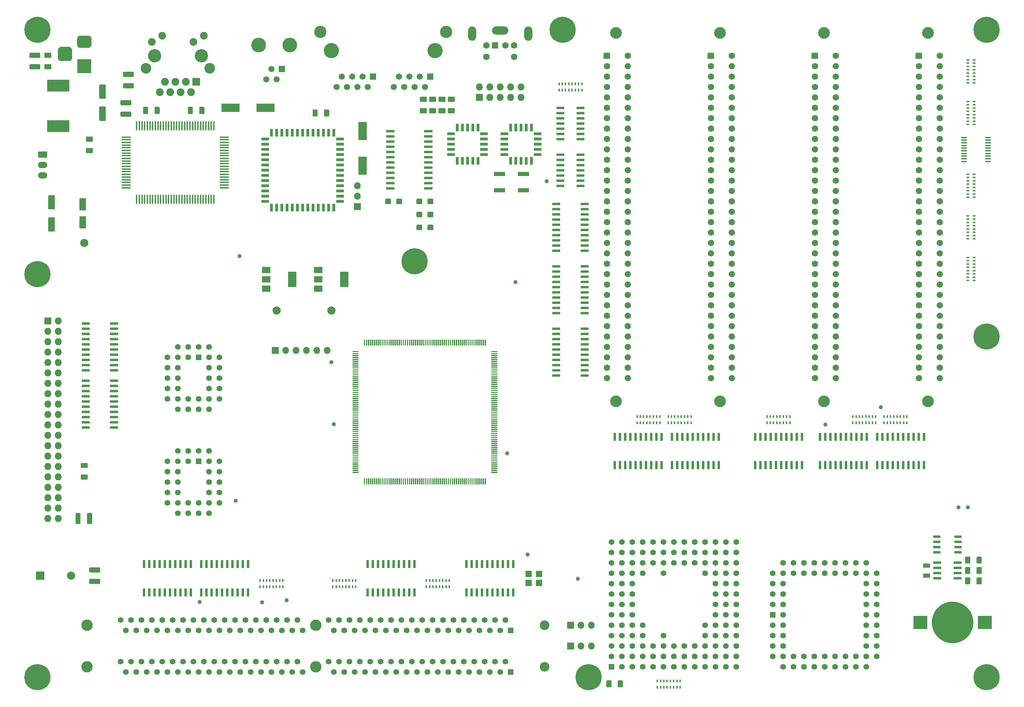
<source format=gbr>
G04 #@! TF.GenerationSoftware,KiCad,Pcbnew,5.1.5+dfsg1-2build2*
G04 #@! TF.CreationDate,2021-11-04T14:18:05+00:00*
G04 #@! TF.ProjectId,MAXI030,4d415849-3033-4302-9e6b-696361645f70,rev?*
G04 #@! TF.SameCoordinates,Original*
G04 #@! TF.FileFunction,Soldermask,Top*
G04 #@! TF.FilePolarity,Negative*
%FSLAX46Y46*%
G04 Gerber Fmt 4.6, Leading zero omitted, Abs format (unit mm)*
G04 Created by KiCad (PCBNEW 5.1.5+dfsg1-2build2) date 2021-11-04 14:18:05*
%MOMM*%
%LPD*%
G04 APERTURE LIST*
%ADD10R,1.600000X1.500000*%
%ADD11C,0.100000*%
%ADD12C,1.000000*%
%ADD13C,1.397000*%
%ADD14C,2.336800*%
%ADD15R,1.397000X1.397000*%
%ADD16C,2.794000*%
%ADD17R,5.400000X2.900000*%
%ADD18C,3.600000*%
%ADD19C,1.520000*%
%ADD20R,1.520000X1.520000*%
%ADD21R,1.925000X0.700000*%
%ADD22R,0.700000X1.925000*%
%ADD23C,6.400000*%
%ADD24C,2.000000*%
%ADD25O,1.700000X1.700000*%
%ADD26R,1.700000X1.700000*%
%ADD27C,2.850000*%
%ADD28C,1.550000*%
%ADD29R,1.900000X1.900000*%
%ADD30C,1.900000*%
%ADD31C,1.890000*%
%ADD32C,2.600000*%
%ADD33C,3.250000*%
%ADD34C,1.422400*%
%ADD35R,1.422400X1.422400*%
%ADD36R,2.000000X3.800000*%
%ADD37R,2.000000X1.500000*%
%ADD38R,4.500000X2.000000*%
%ADD39R,1.800000X1.000000*%
%ADD40R,2.000000X4.500000*%
%ADD41R,0.350000X2.200000*%
%ADD42R,2.200000X0.350000*%
%ADD43O,2.300000X1.500000*%
%ADD44R,2.300000X1.500000*%
%ADD45R,1.450000X0.450000*%
%ADD46R,2.800000X1.000000*%
%ADD47R,2.000000X2.000000*%
%ADD48R,0.430000X0.760000*%
%ADD49R,0.760000X0.430000*%
%ADD50R,1.727200X1.727200*%
%ADD51O,1.727200X1.727200*%
%ADD52O,2.000000X3.500000*%
%ADD53R,1.600000X1.600000*%
%ADD54C,1.600000*%
%ADD55O,4.000000X2.000000*%
%ADD56C,3.000000*%
%ADD57C,1.501140*%
%ADD58R,1.501140X1.501140*%
%ADD59C,3.700000*%
%ADD60R,3.500000X3.500000*%
%ADD61C,10.200000*%
%ADD62R,3.500000X3.300000*%
G04 APERTURE END LIST*
D10*
X48831500Y86825000D03*
X51371500Y86825000D03*
X51371500Y84625000D03*
X48831500Y84625000D03*
D11*
G36*
X71646504Y60817796D02*
G01*
X71670773Y60814196D01*
X71694571Y60808235D01*
X71717671Y60799970D01*
X71739849Y60789480D01*
X71760893Y60776867D01*
X71780598Y60762253D01*
X71798777Y60745777D01*
X71815253Y60727598D01*
X71829867Y60707893D01*
X71842480Y60686849D01*
X71852970Y60664671D01*
X71861235Y60641571D01*
X71867196Y60617773D01*
X71870796Y60593504D01*
X71872000Y60569000D01*
X71872000Y59319000D01*
X71870796Y59294496D01*
X71867196Y59270227D01*
X71861235Y59246429D01*
X71852970Y59223329D01*
X71842480Y59201151D01*
X71829867Y59180107D01*
X71815253Y59160402D01*
X71798777Y59142223D01*
X71780598Y59125747D01*
X71760893Y59111133D01*
X71739849Y59098520D01*
X71717671Y59088030D01*
X71694571Y59079765D01*
X71670773Y59073804D01*
X71646504Y59070204D01*
X71622000Y59069000D01*
X70872000Y59069000D01*
X70847496Y59070204D01*
X70823227Y59073804D01*
X70799429Y59079765D01*
X70776329Y59088030D01*
X70754151Y59098520D01*
X70733107Y59111133D01*
X70713402Y59125747D01*
X70695223Y59142223D01*
X70678747Y59160402D01*
X70664133Y59180107D01*
X70651520Y59201151D01*
X70641030Y59223329D01*
X70632765Y59246429D01*
X70626804Y59270227D01*
X70623204Y59294496D01*
X70622000Y59319000D01*
X70622000Y60569000D01*
X70623204Y60593504D01*
X70626804Y60617773D01*
X70632765Y60641571D01*
X70641030Y60664671D01*
X70651520Y60686849D01*
X70664133Y60707893D01*
X70678747Y60727598D01*
X70695223Y60745777D01*
X70713402Y60762253D01*
X70733107Y60776867D01*
X70754151Y60789480D01*
X70776329Y60799970D01*
X70799429Y60808235D01*
X70823227Y60814196D01*
X70847496Y60817796D01*
X70872000Y60819000D01*
X71622000Y60819000D01*
X71646504Y60817796D01*
G37*
G36*
X68846504Y60817796D02*
G01*
X68870773Y60814196D01*
X68894571Y60808235D01*
X68917671Y60799970D01*
X68939849Y60789480D01*
X68960893Y60776867D01*
X68980598Y60762253D01*
X68998777Y60745777D01*
X69015253Y60727598D01*
X69029867Y60707893D01*
X69042480Y60686849D01*
X69052970Y60664671D01*
X69061235Y60641571D01*
X69067196Y60617773D01*
X69070796Y60593504D01*
X69072000Y60569000D01*
X69072000Y59319000D01*
X69070796Y59294496D01*
X69067196Y59270227D01*
X69061235Y59246429D01*
X69052970Y59223329D01*
X69042480Y59201151D01*
X69029867Y59180107D01*
X69015253Y59160402D01*
X68998777Y59142223D01*
X68980598Y59125747D01*
X68960893Y59111133D01*
X68939849Y59098520D01*
X68917671Y59088030D01*
X68894571Y59079765D01*
X68870773Y59073804D01*
X68846504Y59070204D01*
X68822000Y59069000D01*
X68072000Y59069000D01*
X68047496Y59070204D01*
X68023227Y59073804D01*
X67999429Y59079765D01*
X67976329Y59088030D01*
X67954151Y59098520D01*
X67933107Y59111133D01*
X67913402Y59125747D01*
X67895223Y59142223D01*
X67878747Y59160402D01*
X67864133Y59180107D01*
X67851520Y59201151D01*
X67841030Y59223329D01*
X67832765Y59246429D01*
X67826804Y59270227D01*
X67823204Y59294496D01*
X67822000Y59319000D01*
X67822000Y60569000D01*
X67823204Y60593504D01*
X67826804Y60617773D01*
X67832765Y60641571D01*
X67841030Y60664671D01*
X67851520Y60686849D01*
X67864133Y60707893D01*
X67878747Y60727598D01*
X67895223Y60745777D01*
X67913402Y60762253D01*
X67933107Y60776867D01*
X67954151Y60789480D01*
X67976329Y60799970D01*
X67999429Y60808235D01*
X68023227Y60814196D01*
X68047496Y60817796D01*
X68072000Y60819000D01*
X68822000Y60819000D01*
X68846504Y60817796D01*
G37*
D12*
X156083000Y103060500D03*
X153797000Y103060500D03*
X60833000Y85598000D03*
X43561000Y116268500D03*
X-21780500Y164401500D03*
X635000Y138557000D03*
X-22669500Y104648000D03*
X121285000Y123253500D03*
X134874000Y127508000D03*
X53213000Y182689500D03*
X1270000Y123380500D03*
X-31496000Y79946500D03*
X-10223500Y80327500D03*
X-16256000Y79883000D03*
X45593000Y158115000D03*
X48577500Y91567000D03*
D13*
X-50800000Y75565000D03*
X-49530000Y73025000D03*
X-48260000Y75565000D03*
X-46990000Y73025000D03*
X-45720000Y75565000D03*
X-44450000Y73025000D03*
X-43180000Y75565000D03*
X-41910000Y73025000D03*
X-40640000Y75565000D03*
X-39370000Y73025000D03*
X-38100000Y75565000D03*
X-36830000Y73025000D03*
X-35560000Y75565000D03*
X-34290000Y73025000D03*
X-33020000Y75565000D03*
X-31750000Y73025000D03*
X-30480000Y75565000D03*
X-29210000Y73025000D03*
X-27940000Y75565000D03*
X-26670000Y73025000D03*
X-25400000Y75565000D03*
X-24130000Y73025000D03*
X-22860000Y75565000D03*
X-21590000Y73025000D03*
X-20320000Y75565000D03*
X5080000Y75565000D03*
X6350000Y73025000D03*
X36830000Y73025000D03*
X-6350000Y73025000D03*
X0Y75565000D03*
X1270000Y73025000D03*
X25400000Y75565000D03*
X34290000Y73025000D03*
D14*
X52705000Y74295000D03*
D15*
X44450000Y73025000D03*
D13*
X43180000Y75565000D03*
X41910000Y73025000D03*
X40640000Y75565000D03*
X38100000Y75565000D03*
X-19050000Y73025000D03*
X-17780000Y75565000D03*
X-16510000Y73025000D03*
X-15240000Y75565000D03*
X-13970000Y73025000D03*
X-12700000Y75565000D03*
X-11430000Y73025000D03*
X-10160000Y75565000D03*
X-8890000Y73025000D03*
X-7620000Y75565000D03*
D16*
X-3175000Y74295000D03*
X-59055000Y74295000D03*
D13*
X10160000Y75565000D03*
X11430000Y73025000D03*
X26670000Y73025000D03*
X33020000Y75565000D03*
X31750000Y73025000D03*
X20320000Y75565000D03*
X21590000Y73025000D03*
X30480000Y75565000D03*
X17780000Y75565000D03*
X19050000Y73025000D03*
X29210000Y73025000D03*
X15240000Y75565000D03*
X16510000Y73025000D03*
X27940000Y75565000D03*
X12700000Y75565000D03*
X13970000Y73025000D03*
X7620000Y75565000D03*
X8890000Y73025000D03*
X22860000Y75565000D03*
X24130000Y73025000D03*
X2540000Y75565000D03*
X3810000Y73025000D03*
X35560000Y75565000D03*
X39370000Y73025000D03*
D17*
X-66040000Y196215000D03*
X-66040000Y206115000D03*
D11*
G36*
X-57770496Y193663796D02*
G01*
X-57746227Y193660196D01*
X-57722429Y193654235D01*
X-57699329Y193645970D01*
X-57677151Y193635480D01*
X-57656107Y193622867D01*
X-57636402Y193608253D01*
X-57618223Y193591777D01*
X-57601747Y193573598D01*
X-57587133Y193553893D01*
X-57574520Y193532849D01*
X-57564030Y193510671D01*
X-57555765Y193487571D01*
X-57549804Y193463773D01*
X-57546204Y193439504D01*
X-57545000Y193415000D01*
X-57545000Y192665000D01*
X-57546204Y192640496D01*
X-57549804Y192616227D01*
X-57555765Y192592429D01*
X-57564030Y192569329D01*
X-57574520Y192547151D01*
X-57587133Y192526107D01*
X-57601747Y192506402D01*
X-57618223Y192488223D01*
X-57636402Y192471747D01*
X-57656107Y192457133D01*
X-57677151Y192444520D01*
X-57699329Y192434030D01*
X-57722429Y192425765D01*
X-57746227Y192419804D01*
X-57770496Y192416204D01*
X-57795000Y192415000D01*
X-59045000Y192415000D01*
X-59069504Y192416204D01*
X-59093773Y192419804D01*
X-59117571Y192425765D01*
X-59140671Y192434030D01*
X-59162849Y192444520D01*
X-59183893Y192457133D01*
X-59203598Y192471747D01*
X-59221777Y192488223D01*
X-59238253Y192506402D01*
X-59252867Y192526107D01*
X-59265480Y192547151D01*
X-59275970Y192569329D01*
X-59284235Y192592429D01*
X-59290196Y192616227D01*
X-59293796Y192640496D01*
X-59295000Y192665000D01*
X-59295000Y193415000D01*
X-59293796Y193439504D01*
X-59290196Y193463773D01*
X-59284235Y193487571D01*
X-59275970Y193510671D01*
X-59265480Y193532849D01*
X-59252867Y193553893D01*
X-59238253Y193573598D01*
X-59221777Y193591777D01*
X-59203598Y193608253D01*
X-59183893Y193622867D01*
X-59162849Y193635480D01*
X-59140671Y193645970D01*
X-59117571Y193654235D01*
X-59093773Y193660196D01*
X-59069504Y193663796D01*
X-59045000Y193665000D01*
X-57795000Y193665000D01*
X-57770496Y193663796D01*
G37*
G36*
X-57770496Y190863796D02*
G01*
X-57746227Y190860196D01*
X-57722429Y190854235D01*
X-57699329Y190845970D01*
X-57677151Y190835480D01*
X-57656107Y190822867D01*
X-57636402Y190808253D01*
X-57618223Y190791777D01*
X-57601747Y190773598D01*
X-57587133Y190753893D01*
X-57574520Y190732849D01*
X-57564030Y190710671D01*
X-57555765Y190687571D01*
X-57549804Y190663773D01*
X-57546204Y190639504D01*
X-57545000Y190615000D01*
X-57545000Y189865000D01*
X-57546204Y189840496D01*
X-57549804Y189816227D01*
X-57555765Y189792429D01*
X-57564030Y189769329D01*
X-57574520Y189747151D01*
X-57587133Y189726107D01*
X-57601747Y189706402D01*
X-57618223Y189688223D01*
X-57636402Y189671747D01*
X-57656107Y189657133D01*
X-57677151Y189644520D01*
X-57699329Y189634030D01*
X-57722429Y189625765D01*
X-57746227Y189619804D01*
X-57770496Y189616204D01*
X-57795000Y189615000D01*
X-59045000Y189615000D01*
X-59069504Y189616204D01*
X-59093773Y189619804D01*
X-59117571Y189625765D01*
X-59140671Y189634030D01*
X-59162849Y189644520D01*
X-59183893Y189657133D01*
X-59203598Y189671747D01*
X-59221777Y189688223D01*
X-59238253Y189706402D01*
X-59252867Y189726107D01*
X-59265480Y189747151D01*
X-59275970Y189769329D01*
X-59284235Y189792429D01*
X-59290196Y189816227D01*
X-59293796Y189840496D01*
X-59295000Y189865000D01*
X-59295000Y190615000D01*
X-59293796Y190639504D01*
X-59290196Y190663773D01*
X-59284235Y190687571D01*
X-59275970Y190710671D01*
X-59265480Y190732849D01*
X-59252867Y190753893D01*
X-59238253Y190773598D01*
X-59221777Y190791777D01*
X-59203598Y190808253D01*
X-59183893Y190822867D01*
X-59162849Y190835480D01*
X-59140671Y190845970D01*
X-59117571Y190854235D01*
X-59093773Y190860196D01*
X-59069504Y190863796D01*
X-59045000Y190865000D01*
X-57795000Y190865000D01*
X-57770496Y190863796D01*
G37*
G36*
X-48430496Y199753796D02*
G01*
X-48406227Y199750196D01*
X-48382429Y199744235D01*
X-48359329Y199735970D01*
X-48337151Y199725480D01*
X-48316107Y199712867D01*
X-48296402Y199698253D01*
X-48278223Y199681777D01*
X-48261747Y199663598D01*
X-48247133Y199643893D01*
X-48234520Y199622849D01*
X-48224030Y199600671D01*
X-48215765Y199577571D01*
X-48209804Y199553773D01*
X-48206204Y199529504D01*
X-48205000Y199505000D01*
X-48205000Y198755000D01*
X-48206204Y198730496D01*
X-48209804Y198706227D01*
X-48215765Y198682429D01*
X-48224030Y198659329D01*
X-48234520Y198637151D01*
X-48247133Y198616107D01*
X-48261747Y198596402D01*
X-48278223Y198578223D01*
X-48296402Y198561747D01*
X-48316107Y198547133D01*
X-48337151Y198534520D01*
X-48359329Y198524030D01*
X-48382429Y198515765D01*
X-48406227Y198509804D01*
X-48430496Y198506204D01*
X-48455000Y198505000D01*
X-50605000Y198505000D01*
X-50629504Y198506204D01*
X-50653773Y198509804D01*
X-50677571Y198515765D01*
X-50700671Y198524030D01*
X-50722849Y198534520D01*
X-50743893Y198547133D01*
X-50763598Y198561747D01*
X-50781777Y198578223D01*
X-50798253Y198596402D01*
X-50812867Y198616107D01*
X-50825480Y198637151D01*
X-50835970Y198659329D01*
X-50844235Y198682429D01*
X-50850196Y198706227D01*
X-50853796Y198730496D01*
X-50855000Y198755000D01*
X-50855000Y199505000D01*
X-50853796Y199529504D01*
X-50850196Y199553773D01*
X-50844235Y199577571D01*
X-50835970Y199600671D01*
X-50825480Y199622849D01*
X-50812867Y199643893D01*
X-50798253Y199663598D01*
X-50781777Y199681777D01*
X-50763598Y199698253D01*
X-50743893Y199712867D01*
X-50722849Y199725480D01*
X-50700671Y199735970D01*
X-50677571Y199744235D01*
X-50653773Y199750196D01*
X-50629504Y199753796D01*
X-50605000Y199755000D01*
X-48455000Y199755000D01*
X-48430496Y199753796D01*
G37*
G36*
X-48430496Y202553796D02*
G01*
X-48406227Y202550196D01*
X-48382429Y202544235D01*
X-48359329Y202535970D01*
X-48337151Y202525480D01*
X-48316107Y202512867D01*
X-48296402Y202498253D01*
X-48278223Y202481777D01*
X-48261747Y202463598D01*
X-48247133Y202443893D01*
X-48234520Y202422849D01*
X-48224030Y202400671D01*
X-48215765Y202377571D01*
X-48209804Y202353773D01*
X-48206204Y202329504D01*
X-48205000Y202305000D01*
X-48205000Y201555000D01*
X-48206204Y201530496D01*
X-48209804Y201506227D01*
X-48215765Y201482429D01*
X-48224030Y201459329D01*
X-48234520Y201437151D01*
X-48247133Y201416107D01*
X-48261747Y201396402D01*
X-48278223Y201378223D01*
X-48296402Y201361747D01*
X-48316107Y201347133D01*
X-48337151Y201334520D01*
X-48359329Y201324030D01*
X-48382429Y201315765D01*
X-48406227Y201309804D01*
X-48430496Y201306204D01*
X-48455000Y201305000D01*
X-50605000Y201305000D01*
X-50629504Y201306204D01*
X-50653773Y201309804D01*
X-50677571Y201315765D01*
X-50700671Y201324030D01*
X-50722849Y201334520D01*
X-50743893Y201347133D01*
X-50763598Y201361747D01*
X-50781777Y201378223D01*
X-50798253Y201396402D01*
X-50812867Y201416107D01*
X-50825480Y201437151D01*
X-50835970Y201459329D01*
X-50844235Y201482429D01*
X-50850196Y201506227D01*
X-50853796Y201530496D01*
X-50855000Y201555000D01*
X-50855000Y202305000D01*
X-50853796Y202329504D01*
X-50850196Y202353773D01*
X-50844235Y202377571D01*
X-50835970Y202400671D01*
X-50825480Y202422849D01*
X-50812867Y202443893D01*
X-50798253Y202463598D01*
X-50781777Y202481777D01*
X-50763598Y202498253D01*
X-50743893Y202512867D01*
X-50722849Y202525480D01*
X-50700671Y202535970D01*
X-50677571Y202544235D01*
X-50653773Y202550196D01*
X-50629504Y202553796D01*
X-50605000Y202555000D01*
X-48455000Y202555000D01*
X-48430496Y202553796D01*
G37*
D18*
X-17145000Y216027000D03*
D19*
X-15240000Y207645000D03*
X-13970000Y210185000D03*
X-12700000Y207645000D03*
D20*
X-11430000Y210185000D03*
D18*
X-9525000Y216027000D03*
D11*
G36*
X8827351Y144064639D02*
G01*
X8834632Y144063559D01*
X8841771Y144061771D01*
X8848701Y144059291D01*
X8855355Y144056144D01*
X8861668Y144052360D01*
X8867579Y144047976D01*
X8873033Y144043033D01*
X8877976Y144037579D01*
X8882360Y144031668D01*
X8886144Y144025355D01*
X8889291Y144018701D01*
X8891771Y144011771D01*
X8893559Y144004632D01*
X8894639Y143997351D01*
X8895000Y143990000D01*
X8895000Y142665000D01*
X8894639Y142657649D01*
X8893559Y142650368D01*
X8891771Y142643229D01*
X8889291Y142636299D01*
X8886144Y142629645D01*
X8882360Y142623332D01*
X8877976Y142617421D01*
X8873033Y142611967D01*
X8867579Y142607024D01*
X8861668Y142602640D01*
X8855355Y142598856D01*
X8848701Y142595709D01*
X8841771Y142593229D01*
X8834632Y142591441D01*
X8827351Y142590361D01*
X8820000Y142590000D01*
X8670000Y142590000D01*
X8662649Y142590361D01*
X8655368Y142591441D01*
X8648229Y142593229D01*
X8641299Y142595709D01*
X8634645Y142598856D01*
X8628332Y142602640D01*
X8622421Y142607024D01*
X8616967Y142611967D01*
X8612024Y142617421D01*
X8607640Y142623332D01*
X8603856Y142629645D01*
X8600709Y142636299D01*
X8598229Y142643229D01*
X8596441Y142650368D01*
X8595361Y142657649D01*
X8595000Y142665000D01*
X8595000Y143990000D01*
X8595361Y143997351D01*
X8596441Y144004632D01*
X8598229Y144011771D01*
X8600709Y144018701D01*
X8603856Y144025355D01*
X8607640Y144031668D01*
X8612024Y144037579D01*
X8616967Y144043033D01*
X8622421Y144047976D01*
X8628332Y144052360D01*
X8634645Y144056144D01*
X8641299Y144059291D01*
X8648229Y144061771D01*
X8655368Y144063559D01*
X8662649Y144064639D01*
X8670000Y144065000D01*
X8820000Y144065000D01*
X8827351Y144064639D01*
G37*
G36*
X9327351Y144064639D02*
G01*
X9334632Y144063559D01*
X9341771Y144061771D01*
X9348701Y144059291D01*
X9355355Y144056144D01*
X9361668Y144052360D01*
X9367579Y144047976D01*
X9373033Y144043033D01*
X9377976Y144037579D01*
X9382360Y144031668D01*
X9386144Y144025355D01*
X9389291Y144018701D01*
X9391771Y144011771D01*
X9393559Y144004632D01*
X9394639Y143997351D01*
X9395000Y143990000D01*
X9395000Y142665000D01*
X9394639Y142657649D01*
X9393559Y142650368D01*
X9391771Y142643229D01*
X9389291Y142636299D01*
X9386144Y142629645D01*
X9382360Y142623332D01*
X9377976Y142617421D01*
X9373033Y142611967D01*
X9367579Y142607024D01*
X9361668Y142602640D01*
X9355355Y142598856D01*
X9348701Y142595709D01*
X9341771Y142593229D01*
X9334632Y142591441D01*
X9327351Y142590361D01*
X9320000Y142590000D01*
X9170000Y142590000D01*
X9162649Y142590361D01*
X9155368Y142591441D01*
X9148229Y142593229D01*
X9141299Y142595709D01*
X9134645Y142598856D01*
X9128332Y142602640D01*
X9122421Y142607024D01*
X9116967Y142611967D01*
X9112024Y142617421D01*
X9107640Y142623332D01*
X9103856Y142629645D01*
X9100709Y142636299D01*
X9098229Y142643229D01*
X9096441Y142650368D01*
X9095361Y142657649D01*
X9095000Y142665000D01*
X9095000Y143990000D01*
X9095361Y143997351D01*
X9096441Y144004632D01*
X9098229Y144011771D01*
X9100709Y144018701D01*
X9103856Y144025355D01*
X9107640Y144031668D01*
X9112024Y144037579D01*
X9116967Y144043033D01*
X9122421Y144047976D01*
X9128332Y144052360D01*
X9134645Y144056144D01*
X9141299Y144059291D01*
X9148229Y144061771D01*
X9155368Y144063559D01*
X9162649Y144064639D01*
X9170000Y144065000D01*
X9320000Y144065000D01*
X9327351Y144064639D01*
G37*
G36*
X9827351Y144064639D02*
G01*
X9834632Y144063559D01*
X9841771Y144061771D01*
X9848701Y144059291D01*
X9855355Y144056144D01*
X9861668Y144052360D01*
X9867579Y144047976D01*
X9873033Y144043033D01*
X9877976Y144037579D01*
X9882360Y144031668D01*
X9886144Y144025355D01*
X9889291Y144018701D01*
X9891771Y144011771D01*
X9893559Y144004632D01*
X9894639Y143997351D01*
X9895000Y143990000D01*
X9895000Y142665000D01*
X9894639Y142657649D01*
X9893559Y142650368D01*
X9891771Y142643229D01*
X9889291Y142636299D01*
X9886144Y142629645D01*
X9882360Y142623332D01*
X9877976Y142617421D01*
X9873033Y142611967D01*
X9867579Y142607024D01*
X9861668Y142602640D01*
X9855355Y142598856D01*
X9848701Y142595709D01*
X9841771Y142593229D01*
X9834632Y142591441D01*
X9827351Y142590361D01*
X9820000Y142590000D01*
X9670000Y142590000D01*
X9662649Y142590361D01*
X9655368Y142591441D01*
X9648229Y142593229D01*
X9641299Y142595709D01*
X9634645Y142598856D01*
X9628332Y142602640D01*
X9622421Y142607024D01*
X9616967Y142611967D01*
X9612024Y142617421D01*
X9607640Y142623332D01*
X9603856Y142629645D01*
X9600709Y142636299D01*
X9598229Y142643229D01*
X9596441Y142650368D01*
X9595361Y142657649D01*
X9595000Y142665000D01*
X9595000Y143990000D01*
X9595361Y143997351D01*
X9596441Y144004632D01*
X9598229Y144011771D01*
X9600709Y144018701D01*
X9603856Y144025355D01*
X9607640Y144031668D01*
X9612024Y144037579D01*
X9616967Y144043033D01*
X9622421Y144047976D01*
X9628332Y144052360D01*
X9634645Y144056144D01*
X9641299Y144059291D01*
X9648229Y144061771D01*
X9655368Y144063559D01*
X9662649Y144064639D01*
X9670000Y144065000D01*
X9820000Y144065000D01*
X9827351Y144064639D01*
G37*
G36*
X10327351Y144064639D02*
G01*
X10334632Y144063559D01*
X10341771Y144061771D01*
X10348701Y144059291D01*
X10355355Y144056144D01*
X10361668Y144052360D01*
X10367579Y144047976D01*
X10373033Y144043033D01*
X10377976Y144037579D01*
X10382360Y144031668D01*
X10386144Y144025355D01*
X10389291Y144018701D01*
X10391771Y144011771D01*
X10393559Y144004632D01*
X10394639Y143997351D01*
X10395000Y143990000D01*
X10395000Y142665000D01*
X10394639Y142657649D01*
X10393559Y142650368D01*
X10391771Y142643229D01*
X10389291Y142636299D01*
X10386144Y142629645D01*
X10382360Y142623332D01*
X10377976Y142617421D01*
X10373033Y142611967D01*
X10367579Y142607024D01*
X10361668Y142602640D01*
X10355355Y142598856D01*
X10348701Y142595709D01*
X10341771Y142593229D01*
X10334632Y142591441D01*
X10327351Y142590361D01*
X10320000Y142590000D01*
X10170000Y142590000D01*
X10162649Y142590361D01*
X10155368Y142591441D01*
X10148229Y142593229D01*
X10141299Y142595709D01*
X10134645Y142598856D01*
X10128332Y142602640D01*
X10122421Y142607024D01*
X10116967Y142611967D01*
X10112024Y142617421D01*
X10107640Y142623332D01*
X10103856Y142629645D01*
X10100709Y142636299D01*
X10098229Y142643229D01*
X10096441Y142650368D01*
X10095361Y142657649D01*
X10095000Y142665000D01*
X10095000Y143990000D01*
X10095361Y143997351D01*
X10096441Y144004632D01*
X10098229Y144011771D01*
X10100709Y144018701D01*
X10103856Y144025355D01*
X10107640Y144031668D01*
X10112024Y144037579D01*
X10116967Y144043033D01*
X10122421Y144047976D01*
X10128332Y144052360D01*
X10134645Y144056144D01*
X10141299Y144059291D01*
X10148229Y144061771D01*
X10155368Y144063559D01*
X10162649Y144064639D01*
X10170000Y144065000D01*
X10320000Y144065000D01*
X10327351Y144064639D01*
G37*
G36*
X10827351Y144064639D02*
G01*
X10834632Y144063559D01*
X10841771Y144061771D01*
X10848701Y144059291D01*
X10855355Y144056144D01*
X10861668Y144052360D01*
X10867579Y144047976D01*
X10873033Y144043033D01*
X10877976Y144037579D01*
X10882360Y144031668D01*
X10886144Y144025355D01*
X10889291Y144018701D01*
X10891771Y144011771D01*
X10893559Y144004632D01*
X10894639Y143997351D01*
X10895000Y143990000D01*
X10895000Y142665000D01*
X10894639Y142657649D01*
X10893559Y142650368D01*
X10891771Y142643229D01*
X10889291Y142636299D01*
X10886144Y142629645D01*
X10882360Y142623332D01*
X10877976Y142617421D01*
X10873033Y142611967D01*
X10867579Y142607024D01*
X10861668Y142602640D01*
X10855355Y142598856D01*
X10848701Y142595709D01*
X10841771Y142593229D01*
X10834632Y142591441D01*
X10827351Y142590361D01*
X10820000Y142590000D01*
X10670000Y142590000D01*
X10662649Y142590361D01*
X10655368Y142591441D01*
X10648229Y142593229D01*
X10641299Y142595709D01*
X10634645Y142598856D01*
X10628332Y142602640D01*
X10622421Y142607024D01*
X10616967Y142611967D01*
X10612024Y142617421D01*
X10607640Y142623332D01*
X10603856Y142629645D01*
X10600709Y142636299D01*
X10598229Y142643229D01*
X10596441Y142650368D01*
X10595361Y142657649D01*
X10595000Y142665000D01*
X10595000Y143990000D01*
X10595361Y143997351D01*
X10596441Y144004632D01*
X10598229Y144011771D01*
X10600709Y144018701D01*
X10603856Y144025355D01*
X10607640Y144031668D01*
X10612024Y144037579D01*
X10616967Y144043033D01*
X10622421Y144047976D01*
X10628332Y144052360D01*
X10634645Y144056144D01*
X10641299Y144059291D01*
X10648229Y144061771D01*
X10655368Y144063559D01*
X10662649Y144064639D01*
X10670000Y144065000D01*
X10820000Y144065000D01*
X10827351Y144064639D01*
G37*
G36*
X11327351Y144064639D02*
G01*
X11334632Y144063559D01*
X11341771Y144061771D01*
X11348701Y144059291D01*
X11355355Y144056144D01*
X11361668Y144052360D01*
X11367579Y144047976D01*
X11373033Y144043033D01*
X11377976Y144037579D01*
X11382360Y144031668D01*
X11386144Y144025355D01*
X11389291Y144018701D01*
X11391771Y144011771D01*
X11393559Y144004632D01*
X11394639Y143997351D01*
X11395000Y143990000D01*
X11395000Y142665000D01*
X11394639Y142657649D01*
X11393559Y142650368D01*
X11391771Y142643229D01*
X11389291Y142636299D01*
X11386144Y142629645D01*
X11382360Y142623332D01*
X11377976Y142617421D01*
X11373033Y142611967D01*
X11367579Y142607024D01*
X11361668Y142602640D01*
X11355355Y142598856D01*
X11348701Y142595709D01*
X11341771Y142593229D01*
X11334632Y142591441D01*
X11327351Y142590361D01*
X11320000Y142590000D01*
X11170000Y142590000D01*
X11162649Y142590361D01*
X11155368Y142591441D01*
X11148229Y142593229D01*
X11141299Y142595709D01*
X11134645Y142598856D01*
X11128332Y142602640D01*
X11122421Y142607024D01*
X11116967Y142611967D01*
X11112024Y142617421D01*
X11107640Y142623332D01*
X11103856Y142629645D01*
X11100709Y142636299D01*
X11098229Y142643229D01*
X11096441Y142650368D01*
X11095361Y142657649D01*
X11095000Y142665000D01*
X11095000Y143990000D01*
X11095361Y143997351D01*
X11096441Y144004632D01*
X11098229Y144011771D01*
X11100709Y144018701D01*
X11103856Y144025355D01*
X11107640Y144031668D01*
X11112024Y144037579D01*
X11116967Y144043033D01*
X11122421Y144047976D01*
X11128332Y144052360D01*
X11134645Y144056144D01*
X11141299Y144059291D01*
X11148229Y144061771D01*
X11155368Y144063559D01*
X11162649Y144064639D01*
X11170000Y144065000D01*
X11320000Y144065000D01*
X11327351Y144064639D01*
G37*
G36*
X11827351Y144064639D02*
G01*
X11834632Y144063559D01*
X11841771Y144061771D01*
X11848701Y144059291D01*
X11855355Y144056144D01*
X11861668Y144052360D01*
X11867579Y144047976D01*
X11873033Y144043033D01*
X11877976Y144037579D01*
X11882360Y144031668D01*
X11886144Y144025355D01*
X11889291Y144018701D01*
X11891771Y144011771D01*
X11893559Y144004632D01*
X11894639Y143997351D01*
X11895000Y143990000D01*
X11895000Y142665000D01*
X11894639Y142657649D01*
X11893559Y142650368D01*
X11891771Y142643229D01*
X11889291Y142636299D01*
X11886144Y142629645D01*
X11882360Y142623332D01*
X11877976Y142617421D01*
X11873033Y142611967D01*
X11867579Y142607024D01*
X11861668Y142602640D01*
X11855355Y142598856D01*
X11848701Y142595709D01*
X11841771Y142593229D01*
X11834632Y142591441D01*
X11827351Y142590361D01*
X11820000Y142590000D01*
X11670000Y142590000D01*
X11662649Y142590361D01*
X11655368Y142591441D01*
X11648229Y142593229D01*
X11641299Y142595709D01*
X11634645Y142598856D01*
X11628332Y142602640D01*
X11622421Y142607024D01*
X11616967Y142611967D01*
X11612024Y142617421D01*
X11607640Y142623332D01*
X11603856Y142629645D01*
X11600709Y142636299D01*
X11598229Y142643229D01*
X11596441Y142650368D01*
X11595361Y142657649D01*
X11595000Y142665000D01*
X11595000Y143990000D01*
X11595361Y143997351D01*
X11596441Y144004632D01*
X11598229Y144011771D01*
X11600709Y144018701D01*
X11603856Y144025355D01*
X11607640Y144031668D01*
X11612024Y144037579D01*
X11616967Y144043033D01*
X11622421Y144047976D01*
X11628332Y144052360D01*
X11634645Y144056144D01*
X11641299Y144059291D01*
X11648229Y144061771D01*
X11655368Y144063559D01*
X11662649Y144064639D01*
X11670000Y144065000D01*
X11820000Y144065000D01*
X11827351Y144064639D01*
G37*
G36*
X12327351Y144064639D02*
G01*
X12334632Y144063559D01*
X12341771Y144061771D01*
X12348701Y144059291D01*
X12355355Y144056144D01*
X12361668Y144052360D01*
X12367579Y144047976D01*
X12373033Y144043033D01*
X12377976Y144037579D01*
X12382360Y144031668D01*
X12386144Y144025355D01*
X12389291Y144018701D01*
X12391771Y144011771D01*
X12393559Y144004632D01*
X12394639Y143997351D01*
X12395000Y143990000D01*
X12395000Y142665000D01*
X12394639Y142657649D01*
X12393559Y142650368D01*
X12391771Y142643229D01*
X12389291Y142636299D01*
X12386144Y142629645D01*
X12382360Y142623332D01*
X12377976Y142617421D01*
X12373033Y142611967D01*
X12367579Y142607024D01*
X12361668Y142602640D01*
X12355355Y142598856D01*
X12348701Y142595709D01*
X12341771Y142593229D01*
X12334632Y142591441D01*
X12327351Y142590361D01*
X12320000Y142590000D01*
X12170000Y142590000D01*
X12162649Y142590361D01*
X12155368Y142591441D01*
X12148229Y142593229D01*
X12141299Y142595709D01*
X12134645Y142598856D01*
X12128332Y142602640D01*
X12122421Y142607024D01*
X12116967Y142611967D01*
X12112024Y142617421D01*
X12107640Y142623332D01*
X12103856Y142629645D01*
X12100709Y142636299D01*
X12098229Y142643229D01*
X12096441Y142650368D01*
X12095361Y142657649D01*
X12095000Y142665000D01*
X12095000Y143990000D01*
X12095361Y143997351D01*
X12096441Y144004632D01*
X12098229Y144011771D01*
X12100709Y144018701D01*
X12103856Y144025355D01*
X12107640Y144031668D01*
X12112024Y144037579D01*
X12116967Y144043033D01*
X12122421Y144047976D01*
X12128332Y144052360D01*
X12134645Y144056144D01*
X12141299Y144059291D01*
X12148229Y144061771D01*
X12155368Y144063559D01*
X12162649Y144064639D01*
X12170000Y144065000D01*
X12320000Y144065000D01*
X12327351Y144064639D01*
G37*
G36*
X12827351Y144064639D02*
G01*
X12834632Y144063559D01*
X12841771Y144061771D01*
X12848701Y144059291D01*
X12855355Y144056144D01*
X12861668Y144052360D01*
X12867579Y144047976D01*
X12873033Y144043033D01*
X12877976Y144037579D01*
X12882360Y144031668D01*
X12886144Y144025355D01*
X12889291Y144018701D01*
X12891771Y144011771D01*
X12893559Y144004632D01*
X12894639Y143997351D01*
X12895000Y143990000D01*
X12895000Y142665000D01*
X12894639Y142657649D01*
X12893559Y142650368D01*
X12891771Y142643229D01*
X12889291Y142636299D01*
X12886144Y142629645D01*
X12882360Y142623332D01*
X12877976Y142617421D01*
X12873033Y142611967D01*
X12867579Y142607024D01*
X12861668Y142602640D01*
X12855355Y142598856D01*
X12848701Y142595709D01*
X12841771Y142593229D01*
X12834632Y142591441D01*
X12827351Y142590361D01*
X12820000Y142590000D01*
X12670000Y142590000D01*
X12662649Y142590361D01*
X12655368Y142591441D01*
X12648229Y142593229D01*
X12641299Y142595709D01*
X12634645Y142598856D01*
X12628332Y142602640D01*
X12622421Y142607024D01*
X12616967Y142611967D01*
X12612024Y142617421D01*
X12607640Y142623332D01*
X12603856Y142629645D01*
X12600709Y142636299D01*
X12598229Y142643229D01*
X12596441Y142650368D01*
X12595361Y142657649D01*
X12595000Y142665000D01*
X12595000Y143990000D01*
X12595361Y143997351D01*
X12596441Y144004632D01*
X12598229Y144011771D01*
X12600709Y144018701D01*
X12603856Y144025355D01*
X12607640Y144031668D01*
X12612024Y144037579D01*
X12616967Y144043033D01*
X12622421Y144047976D01*
X12628332Y144052360D01*
X12634645Y144056144D01*
X12641299Y144059291D01*
X12648229Y144061771D01*
X12655368Y144063559D01*
X12662649Y144064639D01*
X12670000Y144065000D01*
X12820000Y144065000D01*
X12827351Y144064639D01*
G37*
G36*
X13327351Y144064639D02*
G01*
X13334632Y144063559D01*
X13341771Y144061771D01*
X13348701Y144059291D01*
X13355355Y144056144D01*
X13361668Y144052360D01*
X13367579Y144047976D01*
X13373033Y144043033D01*
X13377976Y144037579D01*
X13382360Y144031668D01*
X13386144Y144025355D01*
X13389291Y144018701D01*
X13391771Y144011771D01*
X13393559Y144004632D01*
X13394639Y143997351D01*
X13395000Y143990000D01*
X13395000Y142665000D01*
X13394639Y142657649D01*
X13393559Y142650368D01*
X13391771Y142643229D01*
X13389291Y142636299D01*
X13386144Y142629645D01*
X13382360Y142623332D01*
X13377976Y142617421D01*
X13373033Y142611967D01*
X13367579Y142607024D01*
X13361668Y142602640D01*
X13355355Y142598856D01*
X13348701Y142595709D01*
X13341771Y142593229D01*
X13334632Y142591441D01*
X13327351Y142590361D01*
X13320000Y142590000D01*
X13170000Y142590000D01*
X13162649Y142590361D01*
X13155368Y142591441D01*
X13148229Y142593229D01*
X13141299Y142595709D01*
X13134645Y142598856D01*
X13128332Y142602640D01*
X13122421Y142607024D01*
X13116967Y142611967D01*
X13112024Y142617421D01*
X13107640Y142623332D01*
X13103856Y142629645D01*
X13100709Y142636299D01*
X13098229Y142643229D01*
X13096441Y142650368D01*
X13095361Y142657649D01*
X13095000Y142665000D01*
X13095000Y143990000D01*
X13095361Y143997351D01*
X13096441Y144004632D01*
X13098229Y144011771D01*
X13100709Y144018701D01*
X13103856Y144025355D01*
X13107640Y144031668D01*
X13112024Y144037579D01*
X13116967Y144043033D01*
X13122421Y144047976D01*
X13128332Y144052360D01*
X13134645Y144056144D01*
X13141299Y144059291D01*
X13148229Y144061771D01*
X13155368Y144063559D01*
X13162649Y144064639D01*
X13170000Y144065000D01*
X13320000Y144065000D01*
X13327351Y144064639D01*
G37*
G36*
X13827351Y144064639D02*
G01*
X13834632Y144063559D01*
X13841771Y144061771D01*
X13848701Y144059291D01*
X13855355Y144056144D01*
X13861668Y144052360D01*
X13867579Y144047976D01*
X13873033Y144043033D01*
X13877976Y144037579D01*
X13882360Y144031668D01*
X13886144Y144025355D01*
X13889291Y144018701D01*
X13891771Y144011771D01*
X13893559Y144004632D01*
X13894639Y143997351D01*
X13895000Y143990000D01*
X13895000Y142665000D01*
X13894639Y142657649D01*
X13893559Y142650368D01*
X13891771Y142643229D01*
X13889291Y142636299D01*
X13886144Y142629645D01*
X13882360Y142623332D01*
X13877976Y142617421D01*
X13873033Y142611967D01*
X13867579Y142607024D01*
X13861668Y142602640D01*
X13855355Y142598856D01*
X13848701Y142595709D01*
X13841771Y142593229D01*
X13834632Y142591441D01*
X13827351Y142590361D01*
X13820000Y142590000D01*
X13670000Y142590000D01*
X13662649Y142590361D01*
X13655368Y142591441D01*
X13648229Y142593229D01*
X13641299Y142595709D01*
X13634645Y142598856D01*
X13628332Y142602640D01*
X13622421Y142607024D01*
X13616967Y142611967D01*
X13612024Y142617421D01*
X13607640Y142623332D01*
X13603856Y142629645D01*
X13600709Y142636299D01*
X13598229Y142643229D01*
X13596441Y142650368D01*
X13595361Y142657649D01*
X13595000Y142665000D01*
X13595000Y143990000D01*
X13595361Y143997351D01*
X13596441Y144004632D01*
X13598229Y144011771D01*
X13600709Y144018701D01*
X13603856Y144025355D01*
X13607640Y144031668D01*
X13612024Y144037579D01*
X13616967Y144043033D01*
X13622421Y144047976D01*
X13628332Y144052360D01*
X13634645Y144056144D01*
X13641299Y144059291D01*
X13648229Y144061771D01*
X13655368Y144063559D01*
X13662649Y144064639D01*
X13670000Y144065000D01*
X13820000Y144065000D01*
X13827351Y144064639D01*
G37*
G36*
X14327351Y144064639D02*
G01*
X14334632Y144063559D01*
X14341771Y144061771D01*
X14348701Y144059291D01*
X14355355Y144056144D01*
X14361668Y144052360D01*
X14367579Y144047976D01*
X14373033Y144043033D01*
X14377976Y144037579D01*
X14382360Y144031668D01*
X14386144Y144025355D01*
X14389291Y144018701D01*
X14391771Y144011771D01*
X14393559Y144004632D01*
X14394639Y143997351D01*
X14395000Y143990000D01*
X14395000Y142665000D01*
X14394639Y142657649D01*
X14393559Y142650368D01*
X14391771Y142643229D01*
X14389291Y142636299D01*
X14386144Y142629645D01*
X14382360Y142623332D01*
X14377976Y142617421D01*
X14373033Y142611967D01*
X14367579Y142607024D01*
X14361668Y142602640D01*
X14355355Y142598856D01*
X14348701Y142595709D01*
X14341771Y142593229D01*
X14334632Y142591441D01*
X14327351Y142590361D01*
X14320000Y142590000D01*
X14170000Y142590000D01*
X14162649Y142590361D01*
X14155368Y142591441D01*
X14148229Y142593229D01*
X14141299Y142595709D01*
X14134645Y142598856D01*
X14128332Y142602640D01*
X14122421Y142607024D01*
X14116967Y142611967D01*
X14112024Y142617421D01*
X14107640Y142623332D01*
X14103856Y142629645D01*
X14100709Y142636299D01*
X14098229Y142643229D01*
X14096441Y142650368D01*
X14095361Y142657649D01*
X14095000Y142665000D01*
X14095000Y143990000D01*
X14095361Y143997351D01*
X14096441Y144004632D01*
X14098229Y144011771D01*
X14100709Y144018701D01*
X14103856Y144025355D01*
X14107640Y144031668D01*
X14112024Y144037579D01*
X14116967Y144043033D01*
X14122421Y144047976D01*
X14128332Y144052360D01*
X14134645Y144056144D01*
X14141299Y144059291D01*
X14148229Y144061771D01*
X14155368Y144063559D01*
X14162649Y144064639D01*
X14170000Y144065000D01*
X14320000Y144065000D01*
X14327351Y144064639D01*
G37*
G36*
X14827351Y144064639D02*
G01*
X14834632Y144063559D01*
X14841771Y144061771D01*
X14848701Y144059291D01*
X14855355Y144056144D01*
X14861668Y144052360D01*
X14867579Y144047976D01*
X14873033Y144043033D01*
X14877976Y144037579D01*
X14882360Y144031668D01*
X14886144Y144025355D01*
X14889291Y144018701D01*
X14891771Y144011771D01*
X14893559Y144004632D01*
X14894639Y143997351D01*
X14895000Y143990000D01*
X14895000Y142665000D01*
X14894639Y142657649D01*
X14893559Y142650368D01*
X14891771Y142643229D01*
X14889291Y142636299D01*
X14886144Y142629645D01*
X14882360Y142623332D01*
X14877976Y142617421D01*
X14873033Y142611967D01*
X14867579Y142607024D01*
X14861668Y142602640D01*
X14855355Y142598856D01*
X14848701Y142595709D01*
X14841771Y142593229D01*
X14834632Y142591441D01*
X14827351Y142590361D01*
X14820000Y142590000D01*
X14670000Y142590000D01*
X14662649Y142590361D01*
X14655368Y142591441D01*
X14648229Y142593229D01*
X14641299Y142595709D01*
X14634645Y142598856D01*
X14628332Y142602640D01*
X14622421Y142607024D01*
X14616967Y142611967D01*
X14612024Y142617421D01*
X14607640Y142623332D01*
X14603856Y142629645D01*
X14600709Y142636299D01*
X14598229Y142643229D01*
X14596441Y142650368D01*
X14595361Y142657649D01*
X14595000Y142665000D01*
X14595000Y143990000D01*
X14595361Y143997351D01*
X14596441Y144004632D01*
X14598229Y144011771D01*
X14600709Y144018701D01*
X14603856Y144025355D01*
X14607640Y144031668D01*
X14612024Y144037579D01*
X14616967Y144043033D01*
X14622421Y144047976D01*
X14628332Y144052360D01*
X14634645Y144056144D01*
X14641299Y144059291D01*
X14648229Y144061771D01*
X14655368Y144063559D01*
X14662649Y144064639D01*
X14670000Y144065000D01*
X14820000Y144065000D01*
X14827351Y144064639D01*
G37*
G36*
X15327351Y144064639D02*
G01*
X15334632Y144063559D01*
X15341771Y144061771D01*
X15348701Y144059291D01*
X15355355Y144056144D01*
X15361668Y144052360D01*
X15367579Y144047976D01*
X15373033Y144043033D01*
X15377976Y144037579D01*
X15382360Y144031668D01*
X15386144Y144025355D01*
X15389291Y144018701D01*
X15391771Y144011771D01*
X15393559Y144004632D01*
X15394639Y143997351D01*
X15395000Y143990000D01*
X15395000Y142665000D01*
X15394639Y142657649D01*
X15393559Y142650368D01*
X15391771Y142643229D01*
X15389291Y142636299D01*
X15386144Y142629645D01*
X15382360Y142623332D01*
X15377976Y142617421D01*
X15373033Y142611967D01*
X15367579Y142607024D01*
X15361668Y142602640D01*
X15355355Y142598856D01*
X15348701Y142595709D01*
X15341771Y142593229D01*
X15334632Y142591441D01*
X15327351Y142590361D01*
X15320000Y142590000D01*
X15170000Y142590000D01*
X15162649Y142590361D01*
X15155368Y142591441D01*
X15148229Y142593229D01*
X15141299Y142595709D01*
X15134645Y142598856D01*
X15128332Y142602640D01*
X15122421Y142607024D01*
X15116967Y142611967D01*
X15112024Y142617421D01*
X15107640Y142623332D01*
X15103856Y142629645D01*
X15100709Y142636299D01*
X15098229Y142643229D01*
X15096441Y142650368D01*
X15095361Y142657649D01*
X15095000Y142665000D01*
X15095000Y143990000D01*
X15095361Y143997351D01*
X15096441Y144004632D01*
X15098229Y144011771D01*
X15100709Y144018701D01*
X15103856Y144025355D01*
X15107640Y144031668D01*
X15112024Y144037579D01*
X15116967Y144043033D01*
X15122421Y144047976D01*
X15128332Y144052360D01*
X15134645Y144056144D01*
X15141299Y144059291D01*
X15148229Y144061771D01*
X15155368Y144063559D01*
X15162649Y144064639D01*
X15170000Y144065000D01*
X15320000Y144065000D01*
X15327351Y144064639D01*
G37*
G36*
X15827351Y144064639D02*
G01*
X15834632Y144063559D01*
X15841771Y144061771D01*
X15848701Y144059291D01*
X15855355Y144056144D01*
X15861668Y144052360D01*
X15867579Y144047976D01*
X15873033Y144043033D01*
X15877976Y144037579D01*
X15882360Y144031668D01*
X15886144Y144025355D01*
X15889291Y144018701D01*
X15891771Y144011771D01*
X15893559Y144004632D01*
X15894639Y143997351D01*
X15895000Y143990000D01*
X15895000Y142665000D01*
X15894639Y142657649D01*
X15893559Y142650368D01*
X15891771Y142643229D01*
X15889291Y142636299D01*
X15886144Y142629645D01*
X15882360Y142623332D01*
X15877976Y142617421D01*
X15873033Y142611967D01*
X15867579Y142607024D01*
X15861668Y142602640D01*
X15855355Y142598856D01*
X15848701Y142595709D01*
X15841771Y142593229D01*
X15834632Y142591441D01*
X15827351Y142590361D01*
X15820000Y142590000D01*
X15670000Y142590000D01*
X15662649Y142590361D01*
X15655368Y142591441D01*
X15648229Y142593229D01*
X15641299Y142595709D01*
X15634645Y142598856D01*
X15628332Y142602640D01*
X15622421Y142607024D01*
X15616967Y142611967D01*
X15612024Y142617421D01*
X15607640Y142623332D01*
X15603856Y142629645D01*
X15600709Y142636299D01*
X15598229Y142643229D01*
X15596441Y142650368D01*
X15595361Y142657649D01*
X15595000Y142665000D01*
X15595000Y143990000D01*
X15595361Y143997351D01*
X15596441Y144004632D01*
X15598229Y144011771D01*
X15600709Y144018701D01*
X15603856Y144025355D01*
X15607640Y144031668D01*
X15612024Y144037579D01*
X15616967Y144043033D01*
X15622421Y144047976D01*
X15628332Y144052360D01*
X15634645Y144056144D01*
X15641299Y144059291D01*
X15648229Y144061771D01*
X15655368Y144063559D01*
X15662649Y144064639D01*
X15670000Y144065000D01*
X15820000Y144065000D01*
X15827351Y144064639D01*
G37*
G36*
X16327351Y144064639D02*
G01*
X16334632Y144063559D01*
X16341771Y144061771D01*
X16348701Y144059291D01*
X16355355Y144056144D01*
X16361668Y144052360D01*
X16367579Y144047976D01*
X16373033Y144043033D01*
X16377976Y144037579D01*
X16382360Y144031668D01*
X16386144Y144025355D01*
X16389291Y144018701D01*
X16391771Y144011771D01*
X16393559Y144004632D01*
X16394639Y143997351D01*
X16395000Y143990000D01*
X16395000Y142665000D01*
X16394639Y142657649D01*
X16393559Y142650368D01*
X16391771Y142643229D01*
X16389291Y142636299D01*
X16386144Y142629645D01*
X16382360Y142623332D01*
X16377976Y142617421D01*
X16373033Y142611967D01*
X16367579Y142607024D01*
X16361668Y142602640D01*
X16355355Y142598856D01*
X16348701Y142595709D01*
X16341771Y142593229D01*
X16334632Y142591441D01*
X16327351Y142590361D01*
X16320000Y142590000D01*
X16170000Y142590000D01*
X16162649Y142590361D01*
X16155368Y142591441D01*
X16148229Y142593229D01*
X16141299Y142595709D01*
X16134645Y142598856D01*
X16128332Y142602640D01*
X16122421Y142607024D01*
X16116967Y142611967D01*
X16112024Y142617421D01*
X16107640Y142623332D01*
X16103856Y142629645D01*
X16100709Y142636299D01*
X16098229Y142643229D01*
X16096441Y142650368D01*
X16095361Y142657649D01*
X16095000Y142665000D01*
X16095000Y143990000D01*
X16095361Y143997351D01*
X16096441Y144004632D01*
X16098229Y144011771D01*
X16100709Y144018701D01*
X16103856Y144025355D01*
X16107640Y144031668D01*
X16112024Y144037579D01*
X16116967Y144043033D01*
X16122421Y144047976D01*
X16128332Y144052360D01*
X16134645Y144056144D01*
X16141299Y144059291D01*
X16148229Y144061771D01*
X16155368Y144063559D01*
X16162649Y144064639D01*
X16170000Y144065000D01*
X16320000Y144065000D01*
X16327351Y144064639D01*
G37*
G36*
X16827351Y144064639D02*
G01*
X16834632Y144063559D01*
X16841771Y144061771D01*
X16848701Y144059291D01*
X16855355Y144056144D01*
X16861668Y144052360D01*
X16867579Y144047976D01*
X16873033Y144043033D01*
X16877976Y144037579D01*
X16882360Y144031668D01*
X16886144Y144025355D01*
X16889291Y144018701D01*
X16891771Y144011771D01*
X16893559Y144004632D01*
X16894639Y143997351D01*
X16895000Y143990000D01*
X16895000Y142665000D01*
X16894639Y142657649D01*
X16893559Y142650368D01*
X16891771Y142643229D01*
X16889291Y142636299D01*
X16886144Y142629645D01*
X16882360Y142623332D01*
X16877976Y142617421D01*
X16873033Y142611967D01*
X16867579Y142607024D01*
X16861668Y142602640D01*
X16855355Y142598856D01*
X16848701Y142595709D01*
X16841771Y142593229D01*
X16834632Y142591441D01*
X16827351Y142590361D01*
X16820000Y142590000D01*
X16670000Y142590000D01*
X16662649Y142590361D01*
X16655368Y142591441D01*
X16648229Y142593229D01*
X16641299Y142595709D01*
X16634645Y142598856D01*
X16628332Y142602640D01*
X16622421Y142607024D01*
X16616967Y142611967D01*
X16612024Y142617421D01*
X16607640Y142623332D01*
X16603856Y142629645D01*
X16600709Y142636299D01*
X16598229Y142643229D01*
X16596441Y142650368D01*
X16595361Y142657649D01*
X16595000Y142665000D01*
X16595000Y143990000D01*
X16595361Y143997351D01*
X16596441Y144004632D01*
X16598229Y144011771D01*
X16600709Y144018701D01*
X16603856Y144025355D01*
X16607640Y144031668D01*
X16612024Y144037579D01*
X16616967Y144043033D01*
X16622421Y144047976D01*
X16628332Y144052360D01*
X16634645Y144056144D01*
X16641299Y144059291D01*
X16648229Y144061771D01*
X16655368Y144063559D01*
X16662649Y144064639D01*
X16670000Y144065000D01*
X16820000Y144065000D01*
X16827351Y144064639D01*
G37*
G36*
X17327351Y144064639D02*
G01*
X17334632Y144063559D01*
X17341771Y144061771D01*
X17348701Y144059291D01*
X17355355Y144056144D01*
X17361668Y144052360D01*
X17367579Y144047976D01*
X17373033Y144043033D01*
X17377976Y144037579D01*
X17382360Y144031668D01*
X17386144Y144025355D01*
X17389291Y144018701D01*
X17391771Y144011771D01*
X17393559Y144004632D01*
X17394639Y143997351D01*
X17395000Y143990000D01*
X17395000Y142665000D01*
X17394639Y142657649D01*
X17393559Y142650368D01*
X17391771Y142643229D01*
X17389291Y142636299D01*
X17386144Y142629645D01*
X17382360Y142623332D01*
X17377976Y142617421D01*
X17373033Y142611967D01*
X17367579Y142607024D01*
X17361668Y142602640D01*
X17355355Y142598856D01*
X17348701Y142595709D01*
X17341771Y142593229D01*
X17334632Y142591441D01*
X17327351Y142590361D01*
X17320000Y142590000D01*
X17170000Y142590000D01*
X17162649Y142590361D01*
X17155368Y142591441D01*
X17148229Y142593229D01*
X17141299Y142595709D01*
X17134645Y142598856D01*
X17128332Y142602640D01*
X17122421Y142607024D01*
X17116967Y142611967D01*
X17112024Y142617421D01*
X17107640Y142623332D01*
X17103856Y142629645D01*
X17100709Y142636299D01*
X17098229Y142643229D01*
X17096441Y142650368D01*
X17095361Y142657649D01*
X17095000Y142665000D01*
X17095000Y143990000D01*
X17095361Y143997351D01*
X17096441Y144004632D01*
X17098229Y144011771D01*
X17100709Y144018701D01*
X17103856Y144025355D01*
X17107640Y144031668D01*
X17112024Y144037579D01*
X17116967Y144043033D01*
X17122421Y144047976D01*
X17128332Y144052360D01*
X17134645Y144056144D01*
X17141299Y144059291D01*
X17148229Y144061771D01*
X17155368Y144063559D01*
X17162649Y144064639D01*
X17170000Y144065000D01*
X17320000Y144065000D01*
X17327351Y144064639D01*
G37*
G36*
X17827351Y144064639D02*
G01*
X17834632Y144063559D01*
X17841771Y144061771D01*
X17848701Y144059291D01*
X17855355Y144056144D01*
X17861668Y144052360D01*
X17867579Y144047976D01*
X17873033Y144043033D01*
X17877976Y144037579D01*
X17882360Y144031668D01*
X17886144Y144025355D01*
X17889291Y144018701D01*
X17891771Y144011771D01*
X17893559Y144004632D01*
X17894639Y143997351D01*
X17895000Y143990000D01*
X17895000Y142665000D01*
X17894639Y142657649D01*
X17893559Y142650368D01*
X17891771Y142643229D01*
X17889291Y142636299D01*
X17886144Y142629645D01*
X17882360Y142623332D01*
X17877976Y142617421D01*
X17873033Y142611967D01*
X17867579Y142607024D01*
X17861668Y142602640D01*
X17855355Y142598856D01*
X17848701Y142595709D01*
X17841771Y142593229D01*
X17834632Y142591441D01*
X17827351Y142590361D01*
X17820000Y142590000D01*
X17670000Y142590000D01*
X17662649Y142590361D01*
X17655368Y142591441D01*
X17648229Y142593229D01*
X17641299Y142595709D01*
X17634645Y142598856D01*
X17628332Y142602640D01*
X17622421Y142607024D01*
X17616967Y142611967D01*
X17612024Y142617421D01*
X17607640Y142623332D01*
X17603856Y142629645D01*
X17600709Y142636299D01*
X17598229Y142643229D01*
X17596441Y142650368D01*
X17595361Y142657649D01*
X17595000Y142665000D01*
X17595000Y143990000D01*
X17595361Y143997351D01*
X17596441Y144004632D01*
X17598229Y144011771D01*
X17600709Y144018701D01*
X17603856Y144025355D01*
X17607640Y144031668D01*
X17612024Y144037579D01*
X17616967Y144043033D01*
X17622421Y144047976D01*
X17628332Y144052360D01*
X17634645Y144056144D01*
X17641299Y144059291D01*
X17648229Y144061771D01*
X17655368Y144063559D01*
X17662649Y144064639D01*
X17670000Y144065000D01*
X17820000Y144065000D01*
X17827351Y144064639D01*
G37*
G36*
X18327351Y144064639D02*
G01*
X18334632Y144063559D01*
X18341771Y144061771D01*
X18348701Y144059291D01*
X18355355Y144056144D01*
X18361668Y144052360D01*
X18367579Y144047976D01*
X18373033Y144043033D01*
X18377976Y144037579D01*
X18382360Y144031668D01*
X18386144Y144025355D01*
X18389291Y144018701D01*
X18391771Y144011771D01*
X18393559Y144004632D01*
X18394639Y143997351D01*
X18395000Y143990000D01*
X18395000Y142665000D01*
X18394639Y142657649D01*
X18393559Y142650368D01*
X18391771Y142643229D01*
X18389291Y142636299D01*
X18386144Y142629645D01*
X18382360Y142623332D01*
X18377976Y142617421D01*
X18373033Y142611967D01*
X18367579Y142607024D01*
X18361668Y142602640D01*
X18355355Y142598856D01*
X18348701Y142595709D01*
X18341771Y142593229D01*
X18334632Y142591441D01*
X18327351Y142590361D01*
X18320000Y142590000D01*
X18170000Y142590000D01*
X18162649Y142590361D01*
X18155368Y142591441D01*
X18148229Y142593229D01*
X18141299Y142595709D01*
X18134645Y142598856D01*
X18128332Y142602640D01*
X18122421Y142607024D01*
X18116967Y142611967D01*
X18112024Y142617421D01*
X18107640Y142623332D01*
X18103856Y142629645D01*
X18100709Y142636299D01*
X18098229Y142643229D01*
X18096441Y142650368D01*
X18095361Y142657649D01*
X18095000Y142665000D01*
X18095000Y143990000D01*
X18095361Y143997351D01*
X18096441Y144004632D01*
X18098229Y144011771D01*
X18100709Y144018701D01*
X18103856Y144025355D01*
X18107640Y144031668D01*
X18112024Y144037579D01*
X18116967Y144043033D01*
X18122421Y144047976D01*
X18128332Y144052360D01*
X18134645Y144056144D01*
X18141299Y144059291D01*
X18148229Y144061771D01*
X18155368Y144063559D01*
X18162649Y144064639D01*
X18170000Y144065000D01*
X18320000Y144065000D01*
X18327351Y144064639D01*
G37*
G36*
X18827351Y144064639D02*
G01*
X18834632Y144063559D01*
X18841771Y144061771D01*
X18848701Y144059291D01*
X18855355Y144056144D01*
X18861668Y144052360D01*
X18867579Y144047976D01*
X18873033Y144043033D01*
X18877976Y144037579D01*
X18882360Y144031668D01*
X18886144Y144025355D01*
X18889291Y144018701D01*
X18891771Y144011771D01*
X18893559Y144004632D01*
X18894639Y143997351D01*
X18895000Y143990000D01*
X18895000Y142665000D01*
X18894639Y142657649D01*
X18893559Y142650368D01*
X18891771Y142643229D01*
X18889291Y142636299D01*
X18886144Y142629645D01*
X18882360Y142623332D01*
X18877976Y142617421D01*
X18873033Y142611967D01*
X18867579Y142607024D01*
X18861668Y142602640D01*
X18855355Y142598856D01*
X18848701Y142595709D01*
X18841771Y142593229D01*
X18834632Y142591441D01*
X18827351Y142590361D01*
X18820000Y142590000D01*
X18670000Y142590000D01*
X18662649Y142590361D01*
X18655368Y142591441D01*
X18648229Y142593229D01*
X18641299Y142595709D01*
X18634645Y142598856D01*
X18628332Y142602640D01*
X18622421Y142607024D01*
X18616967Y142611967D01*
X18612024Y142617421D01*
X18607640Y142623332D01*
X18603856Y142629645D01*
X18600709Y142636299D01*
X18598229Y142643229D01*
X18596441Y142650368D01*
X18595361Y142657649D01*
X18595000Y142665000D01*
X18595000Y143990000D01*
X18595361Y143997351D01*
X18596441Y144004632D01*
X18598229Y144011771D01*
X18600709Y144018701D01*
X18603856Y144025355D01*
X18607640Y144031668D01*
X18612024Y144037579D01*
X18616967Y144043033D01*
X18622421Y144047976D01*
X18628332Y144052360D01*
X18634645Y144056144D01*
X18641299Y144059291D01*
X18648229Y144061771D01*
X18655368Y144063559D01*
X18662649Y144064639D01*
X18670000Y144065000D01*
X18820000Y144065000D01*
X18827351Y144064639D01*
G37*
G36*
X19327351Y144064639D02*
G01*
X19334632Y144063559D01*
X19341771Y144061771D01*
X19348701Y144059291D01*
X19355355Y144056144D01*
X19361668Y144052360D01*
X19367579Y144047976D01*
X19373033Y144043033D01*
X19377976Y144037579D01*
X19382360Y144031668D01*
X19386144Y144025355D01*
X19389291Y144018701D01*
X19391771Y144011771D01*
X19393559Y144004632D01*
X19394639Y143997351D01*
X19395000Y143990000D01*
X19395000Y142665000D01*
X19394639Y142657649D01*
X19393559Y142650368D01*
X19391771Y142643229D01*
X19389291Y142636299D01*
X19386144Y142629645D01*
X19382360Y142623332D01*
X19377976Y142617421D01*
X19373033Y142611967D01*
X19367579Y142607024D01*
X19361668Y142602640D01*
X19355355Y142598856D01*
X19348701Y142595709D01*
X19341771Y142593229D01*
X19334632Y142591441D01*
X19327351Y142590361D01*
X19320000Y142590000D01*
X19170000Y142590000D01*
X19162649Y142590361D01*
X19155368Y142591441D01*
X19148229Y142593229D01*
X19141299Y142595709D01*
X19134645Y142598856D01*
X19128332Y142602640D01*
X19122421Y142607024D01*
X19116967Y142611967D01*
X19112024Y142617421D01*
X19107640Y142623332D01*
X19103856Y142629645D01*
X19100709Y142636299D01*
X19098229Y142643229D01*
X19096441Y142650368D01*
X19095361Y142657649D01*
X19095000Y142665000D01*
X19095000Y143990000D01*
X19095361Y143997351D01*
X19096441Y144004632D01*
X19098229Y144011771D01*
X19100709Y144018701D01*
X19103856Y144025355D01*
X19107640Y144031668D01*
X19112024Y144037579D01*
X19116967Y144043033D01*
X19122421Y144047976D01*
X19128332Y144052360D01*
X19134645Y144056144D01*
X19141299Y144059291D01*
X19148229Y144061771D01*
X19155368Y144063559D01*
X19162649Y144064639D01*
X19170000Y144065000D01*
X19320000Y144065000D01*
X19327351Y144064639D01*
G37*
G36*
X19827351Y144064639D02*
G01*
X19834632Y144063559D01*
X19841771Y144061771D01*
X19848701Y144059291D01*
X19855355Y144056144D01*
X19861668Y144052360D01*
X19867579Y144047976D01*
X19873033Y144043033D01*
X19877976Y144037579D01*
X19882360Y144031668D01*
X19886144Y144025355D01*
X19889291Y144018701D01*
X19891771Y144011771D01*
X19893559Y144004632D01*
X19894639Y143997351D01*
X19895000Y143990000D01*
X19895000Y142665000D01*
X19894639Y142657649D01*
X19893559Y142650368D01*
X19891771Y142643229D01*
X19889291Y142636299D01*
X19886144Y142629645D01*
X19882360Y142623332D01*
X19877976Y142617421D01*
X19873033Y142611967D01*
X19867579Y142607024D01*
X19861668Y142602640D01*
X19855355Y142598856D01*
X19848701Y142595709D01*
X19841771Y142593229D01*
X19834632Y142591441D01*
X19827351Y142590361D01*
X19820000Y142590000D01*
X19670000Y142590000D01*
X19662649Y142590361D01*
X19655368Y142591441D01*
X19648229Y142593229D01*
X19641299Y142595709D01*
X19634645Y142598856D01*
X19628332Y142602640D01*
X19622421Y142607024D01*
X19616967Y142611967D01*
X19612024Y142617421D01*
X19607640Y142623332D01*
X19603856Y142629645D01*
X19600709Y142636299D01*
X19598229Y142643229D01*
X19596441Y142650368D01*
X19595361Y142657649D01*
X19595000Y142665000D01*
X19595000Y143990000D01*
X19595361Y143997351D01*
X19596441Y144004632D01*
X19598229Y144011771D01*
X19600709Y144018701D01*
X19603856Y144025355D01*
X19607640Y144031668D01*
X19612024Y144037579D01*
X19616967Y144043033D01*
X19622421Y144047976D01*
X19628332Y144052360D01*
X19634645Y144056144D01*
X19641299Y144059291D01*
X19648229Y144061771D01*
X19655368Y144063559D01*
X19662649Y144064639D01*
X19670000Y144065000D01*
X19820000Y144065000D01*
X19827351Y144064639D01*
G37*
G36*
X20327351Y144064639D02*
G01*
X20334632Y144063559D01*
X20341771Y144061771D01*
X20348701Y144059291D01*
X20355355Y144056144D01*
X20361668Y144052360D01*
X20367579Y144047976D01*
X20373033Y144043033D01*
X20377976Y144037579D01*
X20382360Y144031668D01*
X20386144Y144025355D01*
X20389291Y144018701D01*
X20391771Y144011771D01*
X20393559Y144004632D01*
X20394639Y143997351D01*
X20395000Y143990000D01*
X20395000Y142665000D01*
X20394639Y142657649D01*
X20393559Y142650368D01*
X20391771Y142643229D01*
X20389291Y142636299D01*
X20386144Y142629645D01*
X20382360Y142623332D01*
X20377976Y142617421D01*
X20373033Y142611967D01*
X20367579Y142607024D01*
X20361668Y142602640D01*
X20355355Y142598856D01*
X20348701Y142595709D01*
X20341771Y142593229D01*
X20334632Y142591441D01*
X20327351Y142590361D01*
X20320000Y142590000D01*
X20170000Y142590000D01*
X20162649Y142590361D01*
X20155368Y142591441D01*
X20148229Y142593229D01*
X20141299Y142595709D01*
X20134645Y142598856D01*
X20128332Y142602640D01*
X20122421Y142607024D01*
X20116967Y142611967D01*
X20112024Y142617421D01*
X20107640Y142623332D01*
X20103856Y142629645D01*
X20100709Y142636299D01*
X20098229Y142643229D01*
X20096441Y142650368D01*
X20095361Y142657649D01*
X20095000Y142665000D01*
X20095000Y143990000D01*
X20095361Y143997351D01*
X20096441Y144004632D01*
X20098229Y144011771D01*
X20100709Y144018701D01*
X20103856Y144025355D01*
X20107640Y144031668D01*
X20112024Y144037579D01*
X20116967Y144043033D01*
X20122421Y144047976D01*
X20128332Y144052360D01*
X20134645Y144056144D01*
X20141299Y144059291D01*
X20148229Y144061771D01*
X20155368Y144063559D01*
X20162649Y144064639D01*
X20170000Y144065000D01*
X20320000Y144065000D01*
X20327351Y144064639D01*
G37*
G36*
X20827351Y144064639D02*
G01*
X20834632Y144063559D01*
X20841771Y144061771D01*
X20848701Y144059291D01*
X20855355Y144056144D01*
X20861668Y144052360D01*
X20867579Y144047976D01*
X20873033Y144043033D01*
X20877976Y144037579D01*
X20882360Y144031668D01*
X20886144Y144025355D01*
X20889291Y144018701D01*
X20891771Y144011771D01*
X20893559Y144004632D01*
X20894639Y143997351D01*
X20895000Y143990000D01*
X20895000Y142665000D01*
X20894639Y142657649D01*
X20893559Y142650368D01*
X20891771Y142643229D01*
X20889291Y142636299D01*
X20886144Y142629645D01*
X20882360Y142623332D01*
X20877976Y142617421D01*
X20873033Y142611967D01*
X20867579Y142607024D01*
X20861668Y142602640D01*
X20855355Y142598856D01*
X20848701Y142595709D01*
X20841771Y142593229D01*
X20834632Y142591441D01*
X20827351Y142590361D01*
X20820000Y142590000D01*
X20670000Y142590000D01*
X20662649Y142590361D01*
X20655368Y142591441D01*
X20648229Y142593229D01*
X20641299Y142595709D01*
X20634645Y142598856D01*
X20628332Y142602640D01*
X20622421Y142607024D01*
X20616967Y142611967D01*
X20612024Y142617421D01*
X20607640Y142623332D01*
X20603856Y142629645D01*
X20600709Y142636299D01*
X20598229Y142643229D01*
X20596441Y142650368D01*
X20595361Y142657649D01*
X20595000Y142665000D01*
X20595000Y143990000D01*
X20595361Y143997351D01*
X20596441Y144004632D01*
X20598229Y144011771D01*
X20600709Y144018701D01*
X20603856Y144025355D01*
X20607640Y144031668D01*
X20612024Y144037579D01*
X20616967Y144043033D01*
X20622421Y144047976D01*
X20628332Y144052360D01*
X20634645Y144056144D01*
X20641299Y144059291D01*
X20648229Y144061771D01*
X20655368Y144063559D01*
X20662649Y144064639D01*
X20670000Y144065000D01*
X20820000Y144065000D01*
X20827351Y144064639D01*
G37*
G36*
X21327351Y144064639D02*
G01*
X21334632Y144063559D01*
X21341771Y144061771D01*
X21348701Y144059291D01*
X21355355Y144056144D01*
X21361668Y144052360D01*
X21367579Y144047976D01*
X21373033Y144043033D01*
X21377976Y144037579D01*
X21382360Y144031668D01*
X21386144Y144025355D01*
X21389291Y144018701D01*
X21391771Y144011771D01*
X21393559Y144004632D01*
X21394639Y143997351D01*
X21395000Y143990000D01*
X21395000Y142665000D01*
X21394639Y142657649D01*
X21393559Y142650368D01*
X21391771Y142643229D01*
X21389291Y142636299D01*
X21386144Y142629645D01*
X21382360Y142623332D01*
X21377976Y142617421D01*
X21373033Y142611967D01*
X21367579Y142607024D01*
X21361668Y142602640D01*
X21355355Y142598856D01*
X21348701Y142595709D01*
X21341771Y142593229D01*
X21334632Y142591441D01*
X21327351Y142590361D01*
X21320000Y142590000D01*
X21170000Y142590000D01*
X21162649Y142590361D01*
X21155368Y142591441D01*
X21148229Y142593229D01*
X21141299Y142595709D01*
X21134645Y142598856D01*
X21128332Y142602640D01*
X21122421Y142607024D01*
X21116967Y142611967D01*
X21112024Y142617421D01*
X21107640Y142623332D01*
X21103856Y142629645D01*
X21100709Y142636299D01*
X21098229Y142643229D01*
X21096441Y142650368D01*
X21095361Y142657649D01*
X21095000Y142665000D01*
X21095000Y143990000D01*
X21095361Y143997351D01*
X21096441Y144004632D01*
X21098229Y144011771D01*
X21100709Y144018701D01*
X21103856Y144025355D01*
X21107640Y144031668D01*
X21112024Y144037579D01*
X21116967Y144043033D01*
X21122421Y144047976D01*
X21128332Y144052360D01*
X21134645Y144056144D01*
X21141299Y144059291D01*
X21148229Y144061771D01*
X21155368Y144063559D01*
X21162649Y144064639D01*
X21170000Y144065000D01*
X21320000Y144065000D01*
X21327351Y144064639D01*
G37*
G36*
X21827351Y144064639D02*
G01*
X21834632Y144063559D01*
X21841771Y144061771D01*
X21848701Y144059291D01*
X21855355Y144056144D01*
X21861668Y144052360D01*
X21867579Y144047976D01*
X21873033Y144043033D01*
X21877976Y144037579D01*
X21882360Y144031668D01*
X21886144Y144025355D01*
X21889291Y144018701D01*
X21891771Y144011771D01*
X21893559Y144004632D01*
X21894639Y143997351D01*
X21895000Y143990000D01*
X21895000Y142665000D01*
X21894639Y142657649D01*
X21893559Y142650368D01*
X21891771Y142643229D01*
X21889291Y142636299D01*
X21886144Y142629645D01*
X21882360Y142623332D01*
X21877976Y142617421D01*
X21873033Y142611967D01*
X21867579Y142607024D01*
X21861668Y142602640D01*
X21855355Y142598856D01*
X21848701Y142595709D01*
X21841771Y142593229D01*
X21834632Y142591441D01*
X21827351Y142590361D01*
X21820000Y142590000D01*
X21670000Y142590000D01*
X21662649Y142590361D01*
X21655368Y142591441D01*
X21648229Y142593229D01*
X21641299Y142595709D01*
X21634645Y142598856D01*
X21628332Y142602640D01*
X21622421Y142607024D01*
X21616967Y142611967D01*
X21612024Y142617421D01*
X21607640Y142623332D01*
X21603856Y142629645D01*
X21600709Y142636299D01*
X21598229Y142643229D01*
X21596441Y142650368D01*
X21595361Y142657649D01*
X21595000Y142665000D01*
X21595000Y143990000D01*
X21595361Y143997351D01*
X21596441Y144004632D01*
X21598229Y144011771D01*
X21600709Y144018701D01*
X21603856Y144025355D01*
X21607640Y144031668D01*
X21612024Y144037579D01*
X21616967Y144043033D01*
X21622421Y144047976D01*
X21628332Y144052360D01*
X21634645Y144056144D01*
X21641299Y144059291D01*
X21648229Y144061771D01*
X21655368Y144063559D01*
X21662649Y144064639D01*
X21670000Y144065000D01*
X21820000Y144065000D01*
X21827351Y144064639D01*
G37*
G36*
X22327351Y144064639D02*
G01*
X22334632Y144063559D01*
X22341771Y144061771D01*
X22348701Y144059291D01*
X22355355Y144056144D01*
X22361668Y144052360D01*
X22367579Y144047976D01*
X22373033Y144043033D01*
X22377976Y144037579D01*
X22382360Y144031668D01*
X22386144Y144025355D01*
X22389291Y144018701D01*
X22391771Y144011771D01*
X22393559Y144004632D01*
X22394639Y143997351D01*
X22395000Y143990000D01*
X22395000Y142665000D01*
X22394639Y142657649D01*
X22393559Y142650368D01*
X22391771Y142643229D01*
X22389291Y142636299D01*
X22386144Y142629645D01*
X22382360Y142623332D01*
X22377976Y142617421D01*
X22373033Y142611967D01*
X22367579Y142607024D01*
X22361668Y142602640D01*
X22355355Y142598856D01*
X22348701Y142595709D01*
X22341771Y142593229D01*
X22334632Y142591441D01*
X22327351Y142590361D01*
X22320000Y142590000D01*
X22170000Y142590000D01*
X22162649Y142590361D01*
X22155368Y142591441D01*
X22148229Y142593229D01*
X22141299Y142595709D01*
X22134645Y142598856D01*
X22128332Y142602640D01*
X22122421Y142607024D01*
X22116967Y142611967D01*
X22112024Y142617421D01*
X22107640Y142623332D01*
X22103856Y142629645D01*
X22100709Y142636299D01*
X22098229Y142643229D01*
X22096441Y142650368D01*
X22095361Y142657649D01*
X22095000Y142665000D01*
X22095000Y143990000D01*
X22095361Y143997351D01*
X22096441Y144004632D01*
X22098229Y144011771D01*
X22100709Y144018701D01*
X22103856Y144025355D01*
X22107640Y144031668D01*
X22112024Y144037579D01*
X22116967Y144043033D01*
X22122421Y144047976D01*
X22128332Y144052360D01*
X22134645Y144056144D01*
X22141299Y144059291D01*
X22148229Y144061771D01*
X22155368Y144063559D01*
X22162649Y144064639D01*
X22170000Y144065000D01*
X22320000Y144065000D01*
X22327351Y144064639D01*
G37*
G36*
X22827351Y144064639D02*
G01*
X22834632Y144063559D01*
X22841771Y144061771D01*
X22848701Y144059291D01*
X22855355Y144056144D01*
X22861668Y144052360D01*
X22867579Y144047976D01*
X22873033Y144043033D01*
X22877976Y144037579D01*
X22882360Y144031668D01*
X22886144Y144025355D01*
X22889291Y144018701D01*
X22891771Y144011771D01*
X22893559Y144004632D01*
X22894639Y143997351D01*
X22895000Y143990000D01*
X22895000Y142665000D01*
X22894639Y142657649D01*
X22893559Y142650368D01*
X22891771Y142643229D01*
X22889291Y142636299D01*
X22886144Y142629645D01*
X22882360Y142623332D01*
X22877976Y142617421D01*
X22873033Y142611967D01*
X22867579Y142607024D01*
X22861668Y142602640D01*
X22855355Y142598856D01*
X22848701Y142595709D01*
X22841771Y142593229D01*
X22834632Y142591441D01*
X22827351Y142590361D01*
X22820000Y142590000D01*
X22670000Y142590000D01*
X22662649Y142590361D01*
X22655368Y142591441D01*
X22648229Y142593229D01*
X22641299Y142595709D01*
X22634645Y142598856D01*
X22628332Y142602640D01*
X22622421Y142607024D01*
X22616967Y142611967D01*
X22612024Y142617421D01*
X22607640Y142623332D01*
X22603856Y142629645D01*
X22600709Y142636299D01*
X22598229Y142643229D01*
X22596441Y142650368D01*
X22595361Y142657649D01*
X22595000Y142665000D01*
X22595000Y143990000D01*
X22595361Y143997351D01*
X22596441Y144004632D01*
X22598229Y144011771D01*
X22600709Y144018701D01*
X22603856Y144025355D01*
X22607640Y144031668D01*
X22612024Y144037579D01*
X22616967Y144043033D01*
X22622421Y144047976D01*
X22628332Y144052360D01*
X22634645Y144056144D01*
X22641299Y144059291D01*
X22648229Y144061771D01*
X22655368Y144063559D01*
X22662649Y144064639D01*
X22670000Y144065000D01*
X22820000Y144065000D01*
X22827351Y144064639D01*
G37*
G36*
X23327351Y144064639D02*
G01*
X23334632Y144063559D01*
X23341771Y144061771D01*
X23348701Y144059291D01*
X23355355Y144056144D01*
X23361668Y144052360D01*
X23367579Y144047976D01*
X23373033Y144043033D01*
X23377976Y144037579D01*
X23382360Y144031668D01*
X23386144Y144025355D01*
X23389291Y144018701D01*
X23391771Y144011771D01*
X23393559Y144004632D01*
X23394639Y143997351D01*
X23395000Y143990000D01*
X23395000Y142665000D01*
X23394639Y142657649D01*
X23393559Y142650368D01*
X23391771Y142643229D01*
X23389291Y142636299D01*
X23386144Y142629645D01*
X23382360Y142623332D01*
X23377976Y142617421D01*
X23373033Y142611967D01*
X23367579Y142607024D01*
X23361668Y142602640D01*
X23355355Y142598856D01*
X23348701Y142595709D01*
X23341771Y142593229D01*
X23334632Y142591441D01*
X23327351Y142590361D01*
X23320000Y142590000D01*
X23170000Y142590000D01*
X23162649Y142590361D01*
X23155368Y142591441D01*
X23148229Y142593229D01*
X23141299Y142595709D01*
X23134645Y142598856D01*
X23128332Y142602640D01*
X23122421Y142607024D01*
X23116967Y142611967D01*
X23112024Y142617421D01*
X23107640Y142623332D01*
X23103856Y142629645D01*
X23100709Y142636299D01*
X23098229Y142643229D01*
X23096441Y142650368D01*
X23095361Y142657649D01*
X23095000Y142665000D01*
X23095000Y143990000D01*
X23095361Y143997351D01*
X23096441Y144004632D01*
X23098229Y144011771D01*
X23100709Y144018701D01*
X23103856Y144025355D01*
X23107640Y144031668D01*
X23112024Y144037579D01*
X23116967Y144043033D01*
X23122421Y144047976D01*
X23128332Y144052360D01*
X23134645Y144056144D01*
X23141299Y144059291D01*
X23148229Y144061771D01*
X23155368Y144063559D01*
X23162649Y144064639D01*
X23170000Y144065000D01*
X23320000Y144065000D01*
X23327351Y144064639D01*
G37*
G36*
X23827351Y144064639D02*
G01*
X23834632Y144063559D01*
X23841771Y144061771D01*
X23848701Y144059291D01*
X23855355Y144056144D01*
X23861668Y144052360D01*
X23867579Y144047976D01*
X23873033Y144043033D01*
X23877976Y144037579D01*
X23882360Y144031668D01*
X23886144Y144025355D01*
X23889291Y144018701D01*
X23891771Y144011771D01*
X23893559Y144004632D01*
X23894639Y143997351D01*
X23895000Y143990000D01*
X23895000Y142665000D01*
X23894639Y142657649D01*
X23893559Y142650368D01*
X23891771Y142643229D01*
X23889291Y142636299D01*
X23886144Y142629645D01*
X23882360Y142623332D01*
X23877976Y142617421D01*
X23873033Y142611967D01*
X23867579Y142607024D01*
X23861668Y142602640D01*
X23855355Y142598856D01*
X23848701Y142595709D01*
X23841771Y142593229D01*
X23834632Y142591441D01*
X23827351Y142590361D01*
X23820000Y142590000D01*
X23670000Y142590000D01*
X23662649Y142590361D01*
X23655368Y142591441D01*
X23648229Y142593229D01*
X23641299Y142595709D01*
X23634645Y142598856D01*
X23628332Y142602640D01*
X23622421Y142607024D01*
X23616967Y142611967D01*
X23612024Y142617421D01*
X23607640Y142623332D01*
X23603856Y142629645D01*
X23600709Y142636299D01*
X23598229Y142643229D01*
X23596441Y142650368D01*
X23595361Y142657649D01*
X23595000Y142665000D01*
X23595000Y143990000D01*
X23595361Y143997351D01*
X23596441Y144004632D01*
X23598229Y144011771D01*
X23600709Y144018701D01*
X23603856Y144025355D01*
X23607640Y144031668D01*
X23612024Y144037579D01*
X23616967Y144043033D01*
X23622421Y144047976D01*
X23628332Y144052360D01*
X23634645Y144056144D01*
X23641299Y144059291D01*
X23648229Y144061771D01*
X23655368Y144063559D01*
X23662649Y144064639D01*
X23670000Y144065000D01*
X23820000Y144065000D01*
X23827351Y144064639D01*
G37*
G36*
X24327351Y144064639D02*
G01*
X24334632Y144063559D01*
X24341771Y144061771D01*
X24348701Y144059291D01*
X24355355Y144056144D01*
X24361668Y144052360D01*
X24367579Y144047976D01*
X24373033Y144043033D01*
X24377976Y144037579D01*
X24382360Y144031668D01*
X24386144Y144025355D01*
X24389291Y144018701D01*
X24391771Y144011771D01*
X24393559Y144004632D01*
X24394639Y143997351D01*
X24395000Y143990000D01*
X24395000Y142665000D01*
X24394639Y142657649D01*
X24393559Y142650368D01*
X24391771Y142643229D01*
X24389291Y142636299D01*
X24386144Y142629645D01*
X24382360Y142623332D01*
X24377976Y142617421D01*
X24373033Y142611967D01*
X24367579Y142607024D01*
X24361668Y142602640D01*
X24355355Y142598856D01*
X24348701Y142595709D01*
X24341771Y142593229D01*
X24334632Y142591441D01*
X24327351Y142590361D01*
X24320000Y142590000D01*
X24170000Y142590000D01*
X24162649Y142590361D01*
X24155368Y142591441D01*
X24148229Y142593229D01*
X24141299Y142595709D01*
X24134645Y142598856D01*
X24128332Y142602640D01*
X24122421Y142607024D01*
X24116967Y142611967D01*
X24112024Y142617421D01*
X24107640Y142623332D01*
X24103856Y142629645D01*
X24100709Y142636299D01*
X24098229Y142643229D01*
X24096441Y142650368D01*
X24095361Y142657649D01*
X24095000Y142665000D01*
X24095000Y143990000D01*
X24095361Y143997351D01*
X24096441Y144004632D01*
X24098229Y144011771D01*
X24100709Y144018701D01*
X24103856Y144025355D01*
X24107640Y144031668D01*
X24112024Y144037579D01*
X24116967Y144043033D01*
X24122421Y144047976D01*
X24128332Y144052360D01*
X24134645Y144056144D01*
X24141299Y144059291D01*
X24148229Y144061771D01*
X24155368Y144063559D01*
X24162649Y144064639D01*
X24170000Y144065000D01*
X24320000Y144065000D01*
X24327351Y144064639D01*
G37*
G36*
X24827351Y144064639D02*
G01*
X24834632Y144063559D01*
X24841771Y144061771D01*
X24848701Y144059291D01*
X24855355Y144056144D01*
X24861668Y144052360D01*
X24867579Y144047976D01*
X24873033Y144043033D01*
X24877976Y144037579D01*
X24882360Y144031668D01*
X24886144Y144025355D01*
X24889291Y144018701D01*
X24891771Y144011771D01*
X24893559Y144004632D01*
X24894639Y143997351D01*
X24895000Y143990000D01*
X24895000Y142665000D01*
X24894639Y142657649D01*
X24893559Y142650368D01*
X24891771Y142643229D01*
X24889291Y142636299D01*
X24886144Y142629645D01*
X24882360Y142623332D01*
X24877976Y142617421D01*
X24873033Y142611967D01*
X24867579Y142607024D01*
X24861668Y142602640D01*
X24855355Y142598856D01*
X24848701Y142595709D01*
X24841771Y142593229D01*
X24834632Y142591441D01*
X24827351Y142590361D01*
X24820000Y142590000D01*
X24670000Y142590000D01*
X24662649Y142590361D01*
X24655368Y142591441D01*
X24648229Y142593229D01*
X24641299Y142595709D01*
X24634645Y142598856D01*
X24628332Y142602640D01*
X24622421Y142607024D01*
X24616967Y142611967D01*
X24612024Y142617421D01*
X24607640Y142623332D01*
X24603856Y142629645D01*
X24600709Y142636299D01*
X24598229Y142643229D01*
X24596441Y142650368D01*
X24595361Y142657649D01*
X24595000Y142665000D01*
X24595000Y143990000D01*
X24595361Y143997351D01*
X24596441Y144004632D01*
X24598229Y144011771D01*
X24600709Y144018701D01*
X24603856Y144025355D01*
X24607640Y144031668D01*
X24612024Y144037579D01*
X24616967Y144043033D01*
X24622421Y144047976D01*
X24628332Y144052360D01*
X24634645Y144056144D01*
X24641299Y144059291D01*
X24648229Y144061771D01*
X24655368Y144063559D01*
X24662649Y144064639D01*
X24670000Y144065000D01*
X24820000Y144065000D01*
X24827351Y144064639D01*
G37*
G36*
X25327351Y144064639D02*
G01*
X25334632Y144063559D01*
X25341771Y144061771D01*
X25348701Y144059291D01*
X25355355Y144056144D01*
X25361668Y144052360D01*
X25367579Y144047976D01*
X25373033Y144043033D01*
X25377976Y144037579D01*
X25382360Y144031668D01*
X25386144Y144025355D01*
X25389291Y144018701D01*
X25391771Y144011771D01*
X25393559Y144004632D01*
X25394639Y143997351D01*
X25395000Y143990000D01*
X25395000Y142665000D01*
X25394639Y142657649D01*
X25393559Y142650368D01*
X25391771Y142643229D01*
X25389291Y142636299D01*
X25386144Y142629645D01*
X25382360Y142623332D01*
X25377976Y142617421D01*
X25373033Y142611967D01*
X25367579Y142607024D01*
X25361668Y142602640D01*
X25355355Y142598856D01*
X25348701Y142595709D01*
X25341771Y142593229D01*
X25334632Y142591441D01*
X25327351Y142590361D01*
X25320000Y142590000D01*
X25170000Y142590000D01*
X25162649Y142590361D01*
X25155368Y142591441D01*
X25148229Y142593229D01*
X25141299Y142595709D01*
X25134645Y142598856D01*
X25128332Y142602640D01*
X25122421Y142607024D01*
X25116967Y142611967D01*
X25112024Y142617421D01*
X25107640Y142623332D01*
X25103856Y142629645D01*
X25100709Y142636299D01*
X25098229Y142643229D01*
X25096441Y142650368D01*
X25095361Y142657649D01*
X25095000Y142665000D01*
X25095000Y143990000D01*
X25095361Y143997351D01*
X25096441Y144004632D01*
X25098229Y144011771D01*
X25100709Y144018701D01*
X25103856Y144025355D01*
X25107640Y144031668D01*
X25112024Y144037579D01*
X25116967Y144043033D01*
X25122421Y144047976D01*
X25128332Y144052360D01*
X25134645Y144056144D01*
X25141299Y144059291D01*
X25148229Y144061771D01*
X25155368Y144063559D01*
X25162649Y144064639D01*
X25170000Y144065000D01*
X25320000Y144065000D01*
X25327351Y144064639D01*
G37*
G36*
X25827351Y144064639D02*
G01*
X25834632Y144063559D01*
X25841771Y144061771D01*
X25848701Y144059291D01*
X25855355Y144056144D01*
X25861668Y144052360D01*
X25867579Y144047976D01*
X25873033Y144043033D01*
X25877976Y144037579D01*
X25882360Y144031668D01*
X25886144Y144025355D01*
X25889291Y144018701D01*
X25891771Y144011771D01*
X25893559Y144004632D01*
X25894639Y143997351D01*
X25895000Y143990000D01*
X25895000Y142665000D01*
X25894639Y142657649D01*
X25893559Y142650368D01*
X25891771Y142643229D01*
X25889291Y142636299D01*
X25886144Y142629645D01*
X25882360Y142623332D01*
X25877976Y142617421D01*
X25873033Y142611967D01*
X25867579Y142607024D01*
X25861668Y142602640D01*
X25855355Y142598856D01*
X25848701Y142595709D01*
X25841771Y142593229D01*
X25834632Y142591441D01*
X25827351Y142590361D01*
X25820000Y142590000D01*
X25670000Y142590000D01*
X25662649Y142590361D01*
X25655368Y142591441D01*
X25648229Y142593229D01*
X25641299Y142595709D01*
X25634645Y142598856D01*
X25628332Y142602640D01*
X25622421Y142607024D01*
X25616967Y142611967D01*
X25612024Y142617421D01*
X25607640Y142623332D01*
X25603856Y142629645D01*
X25600709Y142636299D01*
X25598229Y142643229D01*
X25596441Y142650368D01*
X25595361Y142657649D01*
X25595000Y142665000D01*
X25595000Y143990000D01*
X25595361Y143997351D01*
X25596441Y144004632D01*
X25598229Y144011771D01*
X25600709Y144018701D01*
X25603856Y144025355D01*
X25607640Y144031668D01*
X25612024Y144037579D01*
X25616967Y144043033D01*
X25622421Y144047976D01*
X25628332Y144052360D01*
X25634645Y144056144D01*
X25641299Y144059291D01*
X25648229Y144061771D01*
X25655368Y144063559D01*
X25662649Y144064639D01*
X25670000Y144065000D01*
X25820000Y144065000D01*
X25827351Y144064639D01*
G37*
G36*
X26327351Y144064639D02*
G01*
X26334632Y144063559D01*
X26341771Y144061771D01*
X26348701Y144059291D01*
X26355355Y144056144D01*
X26361668Y144052360D01*
X26367579Y144047976D01*
X26373033Y144043033D01*
X26377976Y144037579D01*
X26382360Y144031668D01*
X26386144Y144025355D01*
X26389291Y144018701D01*
X26391771Y144011771D01*
X26393559Y144004632D01*
X26394639Y143997351D01*
X26395000Y143990000D01*
X26395000Y142665000D01*
X26394639Y142657649D01*
X26393559Y142650368D01*
X26391771Y142643229D01*
X26389291Y142636299D01*
X26386144Y142629645D01*
X26382360Y142623332D01*
X26377976Y142617421D01*
X26373033Y142611967D01*
X26367579Y142607024D01*
X26361668Y142602640D01*
X26355355Y142598856D01*
X26348701Y142595709D01*
X26341771Y142593229D01*
X26334632Y142591441D01*
X26327351Y142590361D01*
X26320000Y142590000D01*
X26170000Y142590000D01*
X26162649Y142590361D01*
X26155368Y142591441D01*
X26148229Y142593229D01*
X26141299Y142595709D01*
X26134645Y142598856D01*
X26128332Y142602640D01*
X26122421Y142607024D01*
X26116967Y142611967D01*
X26112024Y142617421D01*
X26107640Y142623332D01*
X26103856Y142629645D01*
X26100709Y142636299D01*
X26098229Y142643229D01*
X26096441Y142650368D01*
X26095361Y142657649D01*
X26095000Y142665000D01*
X26095000Y143990000D01*
X26095361Y143997351D01*
X26096441Y144004632D01*
X26098229Y144011771D01*
X26100709Y144018701D01*
X26103856Y144025355D01*
X26107640Y144031668D01*
X26112024Y144037579D01*
X26116967Y144043033D01*
X26122421Y144047976D01*
X26128332Y144052360D01*
X26134645Y144056144D01*
X26141299Y144059291D01*
X26148229Y144061771D01*
X26155368Y144063559D01*
X26162649Y144064639D01*
X26170000Y144065000D01*
X26320000Y144065000D01*
X26327351Y144064639D01*
G37*
G36*
X26827351Y144064639D02*
G01*
X26834632Y144063559D01*
X26841771Y144061771D01*
X26848701Y144059291D01*
X26855355Y144056144D01*
X26861668Y144052360D01*
X26867579Y144047976D01*
X26873033Y144043033D01*
X26877976Y144037579D01*
X26882360Y144031668D01*
X26886144Y144025355D01*
X26889291Y144018701D01*
X26891771Y144011771D01*
X26893559Y144004632D01*
X26894639Y143997351D01*
X26895000Y143990000D01*
X26895000Y142665000D01*
X26894639Y142657649D01*
X26893559Y142650368D01*
X26891771Y142643229D01*
X26889291Y142636299D01*
X26886144Y142629645D01*
X26882360Y142623332D01*
X26877976Y142617421D01*
X26873033Y142611967D01*
X26867579Y142607024D01*
X26861668Y142602640D01*
X26855355Y142598856D01*
X26848701Y142595709D01*
X26841771Y142593229D01*
X26834632Y142591441D01*
X26827351Y142590361D01*
X26820000Y142590000D01*
X26670000Y142590000D01*
X26662649Y142590361D01*
X26655368Y142591441D01*
X26648229Y142593229D01*
X26641299Y142595709D01*
X26634645Y142598856D01*
X26628332Y142602640D01*
X26622421Y142607024D01*
X26616967Y142611967D01*
X26612024Y142617421D01*
X26607640Y142623332D01*
X26603856Y142629645D01*
X26600709Y142636299D01*
X26598229Y142643229D01*
X26596441Y142650368D01*
X26595361Y142657649D01*
X26595000Y142665000D01*
X26595000Y143990000D01*
X26595361Y143997351D01*
X26596441Y144004632D01*
X26598229Y144011771D01*
X26600709Y144018701D01*
X26603856Y144025355D01*
X26607640Y144031668D01*
X26612024Y144037579D01*
X26616967Y144043033D01*
X26622421Y144047976D01*
X26628332Y144052360D01*
X26634645Y144056144D01*
X26641299Y144059291D01*
X26648229Y144061771D01*
X26655368Y144063559D01*
X26662649Y144064639D01*
X26670000Y144065000D01*
X26820000Y144065000D01*
X26827351Y144064639D01*
G37*
G36*
X27327351Y144064639D02*
G01*
X27334632Y144063559D01*
X27341771Y144061771D01*
X27348701Y144059291D01*
X27355355Y144056144D01*
X27361668Y144052360D01*
X27367579Y144047976D01*
X27373033Y144043033D01*
X27377976Y144037579D01*
X27382360Y144031668D01*
X27386144Y144025355D01*
X27389291Y144018701D01*
X27391771Y144011771D01*
X27393559Y144004632D01*
X27394639Y143997351D01*
X27395000Y143990000D01*
X27395000Y142665000D01*
X27394639Y142657649D01*
X27393559Y142650368D01*
X27391771Y142643229D01*
X27389291Y142636299D01*
X27386144Y142629645D01*
X27382360Y142623332D01*
X27377976Y142617421D01*
X27373033Y142611967D01*
X27367579Y142607024D01*
X27361668Y142602640D01*
X27355355Y142598856D01*
X27348701Y142595709D01*
X27341771Y142593229D01*
X27334632Y142591441D01*
X27327351Y142590361D01*
X27320000Y142590000D01*
X27170000Y142590000D01*
X27162649Y142590361D01*
X27155368Y142591441D01*
X27148229Y142593229D01*
X27141299Y142595709D01*
X27134645Y142598856D01*
X27128332Y142602640D01*
X27122421Y142607024D01*
X27116967Y142611967D01*
X27112024Y142617421D01*
X27107640Y142623332D01*
X27103856Y142629645D01*
X27100709Y142636299D01*
X27098229Y142643229D01*
X27096441Y142650368D01*
X27095361Y142657649D01*
X27095000Y142665000D01*
X27095000Y143990000D01*
X27095361Y143997351D01*
X27096441Y144004632D01*
X27098229Y144011771D01*
X27100709Y144018701D01*
X27103856Y144025355D01*
X27107640Y144031668D01*
X27112024Y144037579D01*
X27116967Y144043033D01*
X27122421Y144047976D01*
X27128332Y144052360D01*
X27134645Y144056144D01*
X27141299Y144059291D01*
X27148229Y144061771D01*
X27155368Y144063559D01*
X27162649Y144064639D01*
X27170000Y144065000D01*
X27320000Y144065000D01*
X27327351Y144064639D01*
G37*
G36*
X27827351Y144064639D02*
G01*
X27834632Y144063559D01*
X27841771Y144061771D01*
X27848701Y144059291D01*
X27855355Y144056144D01*
X27861668Y144052360D01*
X27867579Y144047976D01*
X27873033Y144043033D01*
X27877976Y144037579D01*
X27882360Y144031668D01*
X27886144Y144025355D01*
X27889291Y144018701D01*
X27891771Y144011771D01*
X27893559Y144004632D01*
X27894639Y143997351D01*
X27895000Y143990000D01*
X27895000Y142665000D01*
X27894639Y142657649D01*
X27893559Y142650368D01*
X27891771Y142643229D01*
X27889291Y142636299D01*
X27886144Y142629645D01*
X27882360Y142623332D01*
X27877976Y142617421D01*
X27873033Y142611967D01*
X27867579Y142607024D01*
X27861668Y142602640D01*
X27855355Y142598856D01*
X27848701Y142595709D01*
X27841771Y142593229D01*
X27834632Y142591441D01*
X27827351Y142590361D01*
X27820000Y142590000D01*
X27670000Y142590000D01*
X27662649Y142590361D01*
X27655368Y142591441D01*
X27648229Y142593229D01*
X27641299Y142595709D01*
X27634645Y142598856D01*
X27628332Y142602640D01*
X27622421Y142607024D01*
X27616967Y142611967D01*
X27612024Y142617421D01*
X27607640Y142623332D01*
X27603856Y142629645D01*
X27600709Y142636299D01*
X27598229Y142643229D01*
X27596441Y142650368D01*
X27595361Y142657649D01*
X27595000Y142665000D01*
X27595000Y143990000D01*
X27595361Y143997351D01*
X27596441Y144004632D01*
X27598229Y144011771D01*
X27600709Y144018701D01*
X27603856Y144025355D01*
X27607640Y144031668D01*
X27612024Y144037579D01*
X27616967Y144043033D01*
X27622421Y144047976D01*
X27628332Y144052360D01*
X27634645Y144056144D01*
X27641299Y144059291D01*
X27648229Y144061771D01*
X27655368Y144063559D01*
X27662649Y144064639D01*
X27670000Y144065000D01*
X27820000Y144065000D01*
X27827351Y144064639D01*
G37*
G36*
X28327351Y144064639D02*
G01*
X28334632Y144063559D01*
X28341771Y144061771D01*
X28348701Y144059291D01*
X28355355Y144056144D01*
X28361668Y144052360D01*
X28367579Y144047976D01*
X28373033Y144043033D01*
X28377976Y144037579D01*
X28382360Y144031668D01*
X28386144Y144025355D01*
X28389291Y144018701D01*
X28391771Y144011771D01*
X28393559Y144004632D01*
X28394639Y143997351D01*
X28395000Y143990000D01*
X28395000Y142665000D01*
X28394639Y142657649D01*
X28393559Y142650368D01*
X28391771Y142643229D01*
X28389291Y142636299D01*
X28386144Y142629645D01*
X28382360Y142623332D01*
X28377976Y142617421D01*
X28373033Y142611967D01*
X28367579Y142607024D01*
X28361668Y142602640D01*
X28355355Y142598856D01*
X28348701Y142595709D01*
X28341771Y142593229D01*
X28334632Y142591441D01*
X28327351Y142590361D01*
X28320000Y142590000D01*
X28170000Y142590000D01*
X28162649Y142590361D01*
X28155368Y142591441D01*
X28148229Y142593229D01*
X28141299Y142595709D01*
X28134645Y142598856D01*
X28128332Y142602640D01*
X28122421Y142607024D01*
X28116967Y142611967D01*
X28112024Y142617421D01*
X28107640Y142623332D01*
X28103856Y142629645D01*
X28100709Y142636299D01*
X28098229Y142643229D01*
X28096441Y142650368D01*
X28095361Y142657649D01*
X28095000Y142665000D01*
X28095000Y143990000D01*
X28095361Y143997351D01*
X28096441Y144004632D01*
X28098229Y144011771D01*
X28100709Y144018701D01*
X28103856Y144025355D01*
X28107640Y144031668D01*
X28112024Y144037579D01*
X28116967Y144043033D01*
X28122421Y144047976D01*
X28128332Y144052360D01*
X28134645Y144056144D01*
X28141299Y144059291D01*
X28148229Y144061771D01*
X28155368Y144063559D01*
X28162649Y144064639D01*
X28170000Y144065000D01*
X28320000Y144065000D01*
X28327351Y144064639D01*
G37*
G36*
X28827351Y144064639D02*
G01*
X28834632Y144063559D01*
X28841771Y144061771D01*
X28848701Y144059291D01*
X28855355Y144056144D01*
X28861668Y144052360D01*
X28867579Y144047976D01*
X28873033Y144043033D01*
X28877976Y144037579D01*
X28882360Y144031668D01*
X28886144Y144025355D01*
X28889291Y144018701D01*
X28891771Y144011771D01*
X28893559Y144004632D01*
X28894639Y143997351D01*
X28895000Y143990000D01*
X28895000Y142665000D01*
X28894639Y142657649D01*
X28893559Y142650368D01*
X28891771Y142643229D01*
X28889291Y142636299D01*
X28886144Y142629645D01*
X28882360Y142623332D01*
X28877976Y142617421D01*
X28873033Y142611967D01*
X28867579Y142607024D01*
X28861668Y142602640D01*
X28855355Y142598856D01*
X28848701Y142595709D01*
X28841771Y142593229D01*
X28834632Y142591441D01*
X28827351Y142590361D01*
X28820000Y142590000D01*
X28670000Y142590000D01*
X28662649Y142590361D01*
X28655368Y142591441D01*
X28648229Y142593229D01*
X28641299Y142595709D01*
X28634645Y142598856D01*
X28628332Y142602640D01*
X28622421Y142607024D01*
X28616967Y142611967D01*
X28612024Y142617421D01*
X28607640Y142623332D01*
X28603856Y142629645D01*
X28600709Y142636299D01*
X28598229Y142643229D01*
X28596441Y142650368D01*
X28595361Y142657649D01*
X28595000Y142665000D01*
X28595000Y143990000D01*
X28595361Y143997351D01*
X28596441Y144004632D01*
X28598229Y144011771D01*
X28600709Y144018701D01*
X28603856Y144025355D01*
X28607640Y144031668D01*
X28612024Y144037579D01*
X28616967Y144043033D01*
X28622421Y144047976D01*
X28628332Y144052360D01*
X28634645Y144056144D01*
X28641299Y144059291D01*
X28648229Y144061771D01*
X28655368Y144063559D01*
X28662649Y144064639D01*
X28670000Y144065000D01*
X28820000Y144065000D01*
X28827351Y144064639D01*
G37*
G36*
X29327351Y144064639D02*
G01*
X29334632Y144063559D01*
X29341771Y144061771D01*
X29348701Y144059291D01*
X29355355Y144056144D01*
X29361668Y144052360D01*
X29367579Y144047976D01*
X29373033Y144043033D01*
X29377976Y144037579D01*
X29382360Y144031668D01*
X29386144Y144025355D01*
X29389291Y144018701D01*
X29391771Y144011771D01*
X29393559Y144004632D01*
X29394639Y143997351D01*
X29395000Y143990000D01*
X29395000Y142665000D01*
X29394639Y142657649D01*
X29393559Y142650368D01*
X29391771Y142643229D01*
X29389291Y142636299D01*
X29386144Y142629645D01*
X29382360Y142623332D01*
X29377976Y142617421D01*
X29373033Y142611967D01*
X29367579Y142607024D01*
X29361668Y142602640D01*
X29355355Y142598856D01*
X29348701Y142595709D01*
X29341771Y142593229D01*
X29334632Y142591441D01*
X29327351Y142590361D01*
X29320000Y142590000D01*
X29170000Y142590000D01*
X29162649Y142590361D01*
X29155368Y142591441D01*
X29148229Y142593229D01*
X29141299Y142595709D01*
X29134645Y142598856D01*
X29128332Y142602640D01*
X29122421Y142607024D01*
X29116967Y142611967D01*
X29112024Y142617421D01*
X29107640Y142623332D01*
X29103856Y142629645D01*
X29100709Y142636299D01*
X29098229Y142643229D01*
X29096441Y142650368D01*
X29095361Y142657649D01*
X29095000Y142665000D01*
X29095000Y143990000D01*
X29095361Y143997351D01*
X29096441Y144004632D01*
X29098229Y144011771D01*
X29100709Y144018701D01*
X29103856Y144025355D01*
X29107640Y144031668D01*
X29112024Y144037579D01*
X29116967Y144043033D01*
X29122421Y144047976D01*
X29128332Y144052360D01*
X29134645Y144056144D01*
X29141299Y144059291D01*
X29148229Y144061771D01*
X29155368Y144063559D01*
X29162649Y144064639D01*
X29170000Y144065000D01*
X29320000Y144065000D01*
X29327351Y144064639D01*
G37*
G36*
X29827351Y144064639D02*
G01*
X29834632Y144063559D01*
X29841771Y144061771D01*
X29848701Y144059291D01*
X29855355Y144056144D01*
X29861668Y144052360D01*
X29867579Y144047976D01*
X29873033Y144043033D01*
X29877976Y144037579D01*
X29882360Y144031668D01*
X29886144Y144025355D01*
X29889291Y144018701D01*
X29891771Y144011771D01*
X29893559Y144004632D01*
X29894639Y143997351D01*
X29895000Y143990000D01*
X29895000Y142665000D01*
X29894639Y142657649D01*
X29893559Y142650368D01*
X29891771Y142643229D01*
X29889291Y142636299D01*
X29886144Y142629645D01*
X29882360Y142623332D01*
X29877976Y142617421D01*
X29873033Y142611967D01*
X29867579Y142607024D01*
X29861668Y142602640D01*
X29855355Y142598856D01*
X29848701Y142595709D01*
X29841771Y142593229D01*
X29834632Y142591441D01*
X29827351Y142590361D01*
X29820000Y142590000D01*
X29670000Y142590000D01*
X29662649Y142590361D01*
X29655368Y142591441D01*
X29648229Y142593229D01*
X29641299Y142595709D01*
X29634645Y142598856D01*
X29628332Y142602640D01*
X29622421Y142607024D01*
X29616967Y142611967D01*
X29612024Y142617421D01*
X29607640Y142623332D01*
X29603856Y142629645D01*
X29600709Y142636299D01*
X29598229Y142643229D01*
X29596441Y142650368D01*
X29595361Y142657649D01*
X29595000Y142665000D01*
X29595000Y143990000D01*
X29595361Y143997351D01*
X29596441Y144004632D01*
X29598229Y144011771D01*
X29600709Y144018701D01*
X29603856Y144025355D01*
X29607640Y144031668D01*
X29612024Y144037579D01*
X29616967Y144043033D01*
X29622421Y144047976D01*
X29628332Y144052360D01*
X29634645Y144056144D01*
X29641299Y144059291D01*
X29648229Y144061771D01*
X29655368Y144063559D01*
X29662649Y144064639D01*
X29670000Y144065000D01*
X29820000Y144065000D01*
X29827351Y144064639D01*
G37*
G36*
X30327351Y144064639D02*
G01*
X30334632Y144063559D01*
X30341771Y144061771D01*
X30348701Y144059291D01*
X30355355Y144056144D01*
X30361668Y144052360D01*
X30367579Y144047976D01*
X30373033Y144043033D01*
X30377976Y144037579D01*
X30382360Y144031668D01*
X30386144Y144025355D01*
X30389291Y144018701D01*
X30391771Y144011771D01*
X30393559Y144004632D01*
X30394639Y143997351D01*
X30395000Y143990000D01*
X30395000Y142665000D01*
X30394639Y142657649D01*
X30393559Y142650368D01*
X30391771Y142643229D01*
X30389291Y142636299D01*
X30386144Y142629645D01*
X30382360Y142623332D01*
X30377976Y142617421D01*
X30373033Y142611967D01*
X30367579Y142607024D01*
X30361668Y142602640D01*
X30355355Y142598856D01*
X30348701Y142595709D01*
X30341771Y142593229D01*
X30334632Y142591441D01*
X30327351Y142590361D01*
X30320000Y142590000D01*
X30170000Y142590000D01*
X30162649Y142590361D01*
X30155368Y142591441D01*
X30148229Y142593229D01*
X30141299Y142595709D01*
X30134645Y142598856D01*
X30128332Y142602640D01*
X30122421Y142607024D01*
X30116967Y142611967D01*
X30112024Y142617421D01*
X30107640Y142623332D01*
X30103856Y142629645D01*
X30100709Y142636299D01*
X30098229Y142643229D01*
X30096441Y142650368D01*
X30095361Y142657649D01*
X30095000Y142665000D01*
X30095000Y143990000D01*
X30095361Y143997351D01*
X30096441Y144004632D01*
X30098229Y144011771D01*
X30100709Y144018701D01*
X30103856Y144025355D01*
X30107640Y144031668D01*
X30112024Y144037579D01*
X30116967Y144043033D01*
X30122421Y144047976D01*
X30128332Y144052360D01*
X30134645Y144056144D01*
X30141299Y144059291D01*
X30148229Y144061771D01*
X30155368Y144063559D01*
X30162649Y144064639D01*
X30170000Y144065000D01*
X30320000Y144065000D01*
X30327351Y144064639D01*
G37*
G36*
X30827351Y144064639D02*
G01*
X30834632Y144063559D01*
X30841771Y144061771D01*
X30848701Y144059291D01*
X30855355Y144056144D01*
X30861668Y144052360D01*
X30867579Y144047976D01*
X30873033Y144043033D01*
X30877976Y144037579D01*
X30882360Y144031668D01*
X30886144Y144025355D01*
X30889291Y144018701D01*
X30891771Y144011771D01*
X30893559Y144004632D01*
X30894639Y143997351D01*
X30895000Y143990000D01*
X30895000Y142665000D01*
X30894639Y142657649D01*
X30893559Y142650368D01*
X30891771Y142643229D01*
X30889291Y142636299D01*
X30886144Y142629645D01*
X30882360Y142623332D01*
X30877976Y142617421D01*
X30873033Y142611967D01*
X30867579Y142607024D01*
X30861668Y142602640D01*
X30855355Y142598856D01*
X30848701Y142595709D01*
X30841771Y142593229D01*
X30834632Y142591441D01*
X30827351Y142590361D01*
X30820000Y142590000D01*
X30670000Y142590000D01*
X30662649Y142590361D01*
X30655368Y142591441D01*
X30648229Y142593229D01*
X30641299Y142595709D01*
X30634645Y142598856D01*
X30628332Y142602640D01*
X30622421Y142607024D01*
X30616967Y142611967D01*
X30612024Y142617421D01*
X30607640Y142623332D01*
X30603856Y142629645D01*
X30600709Y142636299D01*
X30598229Y142643229D01*
X30596441Y142650368D01*
X30595361Y142657649D01*
X30595000Y142665000D01*
X30595000Y143990000D01*
X30595361Y143997351D01*
X30596441Y144004632D01*
X30598229Y144011771D01*
X30600709Y144018701D01*
X30603856Y144025355D01*
X30607640Y144031668D01*
X30612024Y144037579D01*
X30616967Y144043033D01*
X30622421Y144047976D01*
X30628332Y144052360D01*
X30634645Y144056144D01*
X30641299Y144059291D01*
X30648229Y144061771D01*
X30655368Y144063559D01*
X30662649Y144064639D01*
X30670000Y144065000D01*
X30820000Y144065000D01*
X30827351Y144064639D01*
G37*
G36*
X31327351Y144064639D02*
G01*
X31334632Y144063559D01*
X31341771Y144061771D01*
X31348701Y144059291D01*
X31355355Y144056144D01*
X31361668Y144052360D01*
X31367579Y144047976D01*
X31373033Y144043033D01*
X31377976Y144037579D01*
X31382360Y144031668D01*
X31386144Y144025355D01*
X31389291Y144018701D01*
X31391771Y144011771D01*
X31393559Y144004632D01*
X31394639Y143997351D01*
X31395000Y143990000D01*
X31395000Y142665000D01*
X31394639Y142657649D01*
X31393559Y142650368D01*
X31391771Y142643229D01*
X31389291Y142636299D01*
X31386144Y142629645D01*
X31382360Y142623332D01*
X31377976Y142617421D01*
X31373033Y142611967D01*
X31367579Y142607024D01*
X31361668Y142602640D01*
X31355355Y142598856D01*
X31348701Y142595709D01*
X31341771Y142593229D01*
X31334632Y142591441D01*
X31327351Y142590361D01*
X31320000Y142590000D01*
X31170000Y142590000D01*
X31162649Y142590361D01*
X31155368Y142591441D01*
X31148229Y142593229D01*
X31141299Y142595709D01*
X31134645Y142598856D01*
X31128332Y142602640D01*
X31122421Y142607024D01*
X31116967Y142611967D01*
X31112024Y142617421D01*
X31107640Y142623332D01*
X31103856Y142629645D01*
X31100709Y142636299D01*
X31098229Y142643229D01*
X31096441Y142650368D01*
X31095361Y142657649D01*
X31095000Y142665000D01*
X31095000Y143990000D01*
X31095361Y143997351D01*
X31096441Y144004632D01*
X31098229Y144011771D01*
X31100709Y144018701D01*
X31103856Y144025355D01*
X31107640Y144031668D01*
X31112024Y144037579D01*
X31116967Y144043033D01*
X31122421Y144047976D01*
X31128332Y144052360D01*
X31134645Y144056144D01*
X31141299Y144059291D01*
X31148229Y144061771D01*
X31155368Y144063559D01*
X31162649Y144064639D01*
X31170000Y144065000D01*
X31320000Y144065000D01*
X31327351Y144064639D01*
G37*
G36*
X31827351Y144064639D02*
G01*
X31834632Y144063559D01*
X31841771Y144061771D01*
X31848701Y144059291D01*
X31855355Y144056144D01*
X31861668Y144052360D01*
X31867579Y144047976D01*
X31873033Y144043033D01*
X31877976Y144037579D01*
X31882360Y144031668D01*
X31886144Y144025355D01*
X31889291Y144018701D01*
X31891771Y144011771D01*
X31893559Y144004632D01*
X31894639Y143997351D01*
X31895000Y143990000D01*
X31895000Y142665000D01*
X31894639Y142657649D01*
X31893559Y142650368D01*
X31891771Y142643229D01*
X31889291Y142636299D01*
X31886144Y142629645D01*
X31882360Y142623332D01*
X31877976Y142617421D01*
X31873033Y142611967D01*
X31867579Y142607024D01*
X31861668Y142602640D01*
X31855355Y142598856D01*
X31848701Y142595709D01*
X31841771Y142593229D01*
X31834632Y142591441D01*
X31827351Y142590361D01*
X31820000Y142590000D01*
X31670000Y142590000D01*
X31662649Y142590361D01*
X31655368Y142591441D01*
X31648229Y142593229D01*
X31641299Y142595709D01*
X31634645Y142598856D01*
X31628332Y142602640D01*
X31622421Y142607024D01*
X31616967Y142611967D01*
X31612024Y142617421D01*
X31607640Y142623332D01*
X31603856Y142629645D01*
X31600709Y142636299D01*
X31598229Y142643229D01*
X31596441Y142650368D01*
X31595361Y142657649D01*
X31595000Y142665000D01*
X31595000Y143990000D01*
X31595361Y143997351D01*
X31596441Y144004632D01*
X31598229Y144011771D01*
X31600709Y144018701D01*
X31603856Y144025355D01*
X31607640Y144031668D01*
X31612024Y144037579D01*
X31616967Y144043033D01*
X31622421Y144047976D01*
X31628332Y144052360D01*
X31634645Y144056144D01*
X31641299Y144059291D01*
X31648229Y144061771D01*
X31655368Y144063559D01*
X31662649Y144064639D01*
X31670000Y144065000D01*
X31820000Y144065000D01*
X31827351Y144064639D01*
G37*
G36*
X32327351Y144064639D02*
G01*
X32334632Y144063559D01*
X32341771Y144061771D01*
X32348701Y144059291D01*
X32355355Y144056144D01*
X32361668Y144052360D01*
X32367579Y144047976D01*
X32373033Y144043033D01*
X32377976Y144037579D01*
X32382360Y144031668D01*
X32386144Y144025355D01*
X32389291Y144018701D01*
X32391771Y144011771D01*
X32393559Y144004632D01*
X32394639Y143997351D01*
X32395000Y143990000D01*
X32395000Y142665000D01*
X32394639Y142657649D01*
X32393559Y142650368D01*
X32391771Y142643229D01*
X32389291Y142636299D01*
X32386144Y142629645D01*
X32382360Y142623332D01*
X32377976Y142617421D01*
X32373033Y142611967D01*
X32367579Y142607024D01*
X32361668Y142602640D01*
X32355355Y142598856D01*
X32348701Y142595709D01*
X32341771Y142593229D01*
X32334632Y142591441D01*
X32327351Y142590361D01*
X32320000Y142590000D01*
X32170000Y142590000D01*
X32162649Y142590361D01*
X32155368Y142591441D01*
X32148229Y142593229D01*
X32141299Y142595709D01*
X32134645Y142598856D01*
X32128332Y142602640D01*
X32122421Y142607024D01*
X32116967Y142611967D01*
X32112024Y142617421D01*
X32107640Y142623332D01*
X32103856Y142629645D01*
X32100709Y142636299D01*
X32098229Y142643229D01*
X32096441Y142650368D01*
X32095361Y142657649D01*
X32095000Y142665000D01*
X32095000Y143990000D01*
X32095361Y143997351D01*
X32096441Y144004632D01*
X32098229Y144011771D01*
X32100709Y144018701D01*
X32103856Y144025355D01*
X32107640Y144031668D01*
X32112024Y144037579D01*
X32116967Y144043033D01*
X32122421Y144047976D01*
X32128332Y144052360D01*
X32134645Y144056144D01*
X32141299Y144059291D01*
X32148229Y144061771D01*
X32155368Y144063559D01*
X32162649Y144064639D01*
X32170000Y144065000D01*
X32320000Y144065000D01*
X32327351Y144064639D01*
G37*
G36*
X32827351Y144064639D02*
G01*
X32834632Y144063559D01*
X32841771Y144061771D01*
X32848701Y144059291D01*
X32855355Y144056144D01*
X32861668Y144052360D01*
X32867579Y144047976D01*
X32873033Y144043033D01*
X32877976Y144037579D01*
X32882360Y144031668D01*
X32886144Y144025355D01*
X32889291Y144018701D01*
X32891771Y144011771D01*
X32893559Y144004632D01*
X32894639Y143997351D01*
X32895000Y143990000D01*
X32895000Y142665000D01*
X32894639Y142657649D01*
X32893559Y142650368D01*
X32891771Y142643229D01*
X32889291Y142636299D01*
X32886144Y142629645D01*
X32882360Y142623332D01*
X32877976Y142617421D01*
X32873033Y142611967D01*
X32867579Y142607024D01*
X32861668Y142602640D01*
X32855355Y142598856D01*
X32848701Y142595709D01*
X32841771Y142593229D01*
X32834632Y142591441D01*
X32827351Y142590361D01*
X32820000Y142590000D01*
X32670000Y142590000D01*
X32662649Y142590361D01*
X32655368Y142591441D01*
X32648229Y142593229D01*
X32641299Y142595709D01*
X32634645Y142598856D01*
X32628332Y142602640D01*
X32622421Y142607024D01*
X32616967Y142611967D01*
X32612024Y142617421D01*
X32607640Y142623332D01*
X32603856Y142629645D01*
X32600709Y142636299D01*
X32598229Y142643229D01*
X32596441Y142650368D01*
X32595361Y142657649D01*
X32595000Y142665000D01*
X32595000Y143990000D01*
X32595361Y143997351D01*
X32596441Y144004632D01*
X32598229Y144011771D01*
X32600709Y144018701D01*
X32603856Y144025355D01*
X32607640Y144031668D01*
X32612024Y144037579D01*
X32616967Y144043033D01*
X32622421Y144047976D01*
X32628332Y144052360D01*
X32634645Y144056144D01*
X32641299Y144059291D01*
X32648229Y144061771D01*
X32655368Y144063559D01*
X32662649Y144064639D01*
X32670000Y144065000D01*
X32820000Y144065000D01*
X32827351Y144064639D01*
G37*
G36*
X33327351Y144064639D02*
G01*
X33334632Y144063559D01*
X33341771Y144061771D01*
X33348701Y144059291D01*
X33355355Y144056144D01*
X33361668Y144052360D01*
X33367579Y144047976D01*
X33373033Y144043033D01*
X33377976Y144037579D01*
X33382360Y144031668D01*
X33386144Y144025355D01*
X33389291Y144018701D01*
X33391771Y144011771D01*
X33393559Y144004632D01*
X33394639Y143997351D01*
X33395000Y143990000D01*
X33395000Y142665000D01*
X33394639Y142657649D01*
X33393559Y142650368D01*
X33391771Y142643229D01*
X33389291Y142636299D01*
X33386144Y142629645D01*
X33382360Y142623332D01*
X33377976Y142617421D01*
X33373033Y142611967D01*
X33367579Y142607024D01*
X33361668Y142602640D01*
X33355355Y142598856D01*
X33348701Y142595709D01*
X33341771Y142593229D01*
X33334632Y142591441D01*
X33327351Y142590361D01*
X33320000Y142590000D01*
X33170000Y142590000D01*
X33162649Y142590361D01*
X33155368Y142591441D01*
X33148229Y142593229D01*
X33141299Y142595709D01*
X33134645Y142598856D01*
X33128332Y142602640D01*
X33122421Y142607024D01*
X33116967Y142611967D01*
X33112024Y142617421D01*
X33107640Y142623332D01*
X33103856Y142629645D01*
X33100709Y142636299D01*
X33098229Y142643229D01*
X33096441Y142650368D01*
X33095361Y142657649D01*
X33095000Y142665000D01*
X33095000Y143990000D01*
X33095361Y143997351D01*
X33096441Y144004632D01*
X33098229Y144011771D01*
X33100709Y144018701D01*
X33103856Y144025355D01*
X33107640Y144031668D01*
X33112024Y144037579D01*
X33116967Y144043033D01*
X33122421Y144047976D01*
X33128332Y144052360D01*
X33134645Y144056144D01*
X33141299Y144059291D01*
X33148229Y144061771D01*
X33155368Y144063559D01*
X33162649Y144064639D01*
X33170000Y144065000D01*
X33320000Y144065000D01*
X33327351Y144064639D01*
G37*
G36*
X33827351Y144064639D02*
G01*
X33834632Y144063559D01*
X33841771Y144061771D01*
X33848701Y144059291D01*
X33855355Y144056144D01*
X33861668Y144052360D01*
X33867579Y144047976D01*
X33873033Y144043033D01*
X33877976Y144037579D01*
X33882360Y144031668D01*
X33886144Y144025355D01*
X33889291Y144018701D01*
X33891771Y144011771D01*
X33893559Y144004632D01*
X33894639Y143997351D01*
X33895000Y143990000D01*
X33895000Y142665000D01*
X33894639Y142657649D01*
X33893559Y142650368D01*
X33891771Y142643229D01*
X33889291Y142636299D01*
X33886144Y142629645D01*
X33882360Y142623332D01*
X33877976Y142617421D01*
X33873033Y142611967D01*
X33867579Y142607024D01*
X33861668Y142602640D01*
X33855355Y142598856D01*
X33848701Y142595709D01*
X33841771Y142593229D01*
X33834632Y142591441D01*
X33827351Y142590361D01*
X33820000Y142590000D01*
X33670000Y142590000D01*
X33662649Y142590361D01*
X33655368Y142591441D01*
X33648229Y142593229D01*
X33641299Y142595709D01*
X33634645Y142598856D01*
X33628332Y142602640D01*
X33622421Y142607024D01*
X33616967Y142611967D01*
X33612024Y142617421D01*
X33607640Y142623332D01*
X33603856Y142629645D01*
X33600709Y142636299D01*
X33598229Y142643229D01*
X33596441Y142650368D01*
X33595361Y142657649D01*
X33595000Y142665000D01*
X33595000Y143990000D01*
X33595361Y143997351D01*
X33596441Y144004632D01*
X33598229Y144011771D01*
X33600709Y144018701D01*
X33603856Y144025355D01*
X33607640Y144031668D01*
X33612024Y144037579D01*
X33616967Y144043033D01*
X33622421Y144047976D01*
X33628332Y144052360D01*
X33634645Y144056144D01*
X33641299Y144059291D01*
X33648229Y144061771D01*
X33655368Y144063559D01*
X33662649Y144064639D01*
X33670000Y144065000D01*
X33820000Y144065000D01*
X33827351Y144064639D01*
G37*
G36*
X34327351Y144064639D02*
G01*
X34334632Y144063559D01*
X34341771Y144061771D01*
X34348701Y144059291D01*
X34355355Y144056144D01*
X34361668Y144052360D01*
X34367579Y144047976D01*
X34373033Y144043033D01*
X34377976Y144037579D01*
X34382360Y144031668D01*
X34386144Y144025355D01*
X34389291Y144018701D01*
X34391771Y144011771D01*
X34393559Y144004632D01*
X34394639Y143997351D01*
X34395000Y143990000D01*
X34395000Y142665000D01*
X34394639Y142657649D01*
X34393559Y142650368D01*
X34391771Y142643229D01*
X34389291Y142636299D01*
X34386144Y142629645D01*
X34382360Y142623332D01*
X34377976Y142617421D01*
X34373033Y142611967D01*
X34367579Y142607024D01*
X34361668Y142602640D01*
X34355355Y142598856D01*
X34348701Y142595709D01*
X34341771Y142593229D01*
X34334632Y142591441D01*
X34327351Y142590361D01*
X34320000Y142590000D01*
X34170000Y142590000D01*
X34162649Y142590361D01*
X34155368Y142591441D01*
X34148229Y142593229D01*
X34141299Y142595709D01*
X34134645Y142598856D01*
X34128332Y142602640D01*
X34122421Y142607024D01*
X34116967Y142611967D01*
X34112024Y142617421D01*
X34107640Y142623332D01*
X34103856Y142629645D01*
X34100709Y142636299D01*
X34098229Y142643229D01*
X34096441Y142650368D01*
X34095361Y142657649D01*
X34095000Y142665000D01*
X34095000Y143990000D01*
X34095361Y143997351D01*
X34096441Y144004632D01*
X34098229Y144011771D01*
X34100709Y144018701D01*
X34103856Y144025355D01*
X34107640Y144031668D01*
X34112024Y144037579D01*
X34116967Y144043033D01*
X34122421Y144047976D01*
X34128332Y144052360D01*
X34134645Y144056144D01*
X34141299Y144059291D01*
X34148229Y144061771D01*
X34155368Y144063559D01*
X34162649Y144064639D01*
X34170000Y144065000D01*
X34320000Y144065000D01*
X34327351Y144064639D01*
G37*
G36*
X34827351Y144064639D02*
G01*
X34834632Y144063559D01*
X34841771Y144061771D01*
X34848701Y144059291D01*
X34855355Y144056144D01*
X34861668Y144052360D01*
X34867579Y144047976D01*
X34873033Y144043033D01*
X34877976Y144037579D01*
X34882360Y144031668D01*
X34886144Y144025355D01*
X34889291Y144018701D01*
X34891771Y144011771D01*
X34893559Y144004632D01*
X34894639Y143997351D01*
X34895000Y143990000D01*
X34895000Y142665000D01*
X34894639Y142657649D01*
X34893559Y142650368D01*
X34891771Y142643229D01*
X34889291Y142636299D01*
X34886144Y142629645D01*
X34882360Y142623332D01*
X34877976Y142617421D01*
X34873033Y142611967D01*
X34867579Y142607024D01*
X34861668Y142602640D01*
X34855355Y142598856D01*
X34848701Y142595709D01*
X34841771Y142593229D01*
X34834632Y142591441D01*
X34827351Y142590361D01*
X34820000Y142590000D01*
X34670000Y142590000D01*
X34662649Y142590361D01*
X34655368Y142591441D01*
X34648229Y142593229D01*
X34641299Y142595709D01*
X34634645Y142598856D01*
X34628332Y142602640D01*
X34622421Y142607024D01*
X34616967Y142611967D01*
X34612024Y142617421D01*
X34607640Y142623332D01*
X34603856Y142629645D01*
X34600709Y142636299D01*
X34598229Y142643229D01*
X34596441Y142650368D01*
X34595361Y142657649D01*
X34595000Y142665000D01*
X34595000Y143990000D01*
X34595361Y143997351D01*
X34596441Y144004632D01*
X34598229Y144011771D01*
X34600709Y144018701D01*
X34603856Y144025355D01*
X34607640Y144031668D01*
X34612024Y144037579D01*
X34616967Y144043033D01*
X34622421Y144047976D01*
X34628332Y144052360D01*
X34634645Y144056144D01*
X34641299Y144059291D01*
X34648229Y144061771D01*
X34655368Y144063559D01*
X34662649Y144064639D01*
X34670000Y144065000D01*
X34820000Y144065000D01*
X34827351Y144064639D01*
G37*
G36*
X35327351Y144064639D02*
G01*
X35334632Y144063559D01*
X35341771Y144061771D01*
X35348701Y144059291D01*
X35355355Y144056144D01*
X35361668Y144052360D01*
X35367579Y144047976D01*
X35373033Y144043033D01*
X35377976Y144037579D01*
X35382360Y144031668D01*
X35386144Y144025355D01*
X35389291Y144018701D01*
X35391771Y144011771D01*
X35393559Y144004632D01*
X35394639Y143997351D01*
X35395000Y143990000D01*
X35395000Y142665000D01*
X35394639Y142657649D01*
X35393559Y142650368D01*
X35391771Y142643229D01*
X35389291Y142636299D01*
X35386144Y142629645D01*
X35382360Y142623332D01*
X35377976Y142617421D01*
X35373033Y142611967D01*
X35367579Y142607024D01*
X35361668Y142602640D01*
X35355355Y142598856D01*
X35348701Y142595709D01*
X35341771Y142593229D01*
X35334632Y142591441D01*
X35327351Y142590361D01*
X35320000Y142590000D01*
X35170000Y142590000D01*
X35162649Y142590361D01*
X35155368Y142591441D01*
X35148229Y142593229D01*
X35141299Y142595709D01*
X35134645Y142598856D01*
X35128332Y142602640D01*
X35122421Y142607024D01*
X35116967Y142611967D01*
X35112024Y142617421D01*
X35107640Y142623332D01*
X35103856Y142629645D01*
X35100709Y142636299D01*
X35098229Y142643229D01*
X35096441Y142650368D01*
X35095361Y142657649D01*
X35095000Y142665000D01*
X35095000Y143990000D01*
X35095361Y143997351D01*
X35096441Y144004632D01*
X35098229Y144011771D01*
X35100709Y144018701D01*
X35103856Y144025355D01*
X35107640Y144031668D01*
X35112024Y144037579D01*
X35116967Y144043033D01*
X35122421Y144047976D01*
X35128332Y144052360D01*
X35134645Y144056144D01*
X35141299Y144059291D01*
X35148229Y144061771D01*
X35155368Y144063559D01*
X35162649Y144064639D01*
X35170000Y144065000D01*
X35320000Y144065000D01*
X35327351Y144064639D01*
G37*
G36*
X35827351Y144064639D02*
G01*
X35834632Y144063559D01*
X35841771Y144061771D01*
X35848701Y144059291D01*
X35855355Y144056144D01*
X35861668Y144052360D01*
X35867579Y144047976D01*
X35873033Y144043033D01*
X35877976Y144037579D01*
X35882360Y144031668D01*
X35886144Y144025355D01*
X35889291Y144018701D01*
X35891771Y144011771D01*
X35893559Y144004632D01*
X35894639Y143997351D01*
X35895000Y143990000D01*
X35895000Y142665000D01*
X35894639Y142657649D01*
X35893559Y142650368D01*
X35891771Y142643229D01*
X35889291Y142636299D01*
X35886144Y142629645D01*
X35882360Y142623332D01*
X35877976Y142617421D01*
X35873033Y142611967D01*
X35867579Y142607024D01*
X35861668Y142602640D01*
X35855355Y142598856D01*
X35848701Y142595709D01*
X35841771Y142593229D01*
X35834632Y142591441D01*
X35827351Y142590361D01*
X35820000Y142590000D01*
X35670000Y142590000D01*
X35662649Y142590361D01*
X35655368Y142591441D01*
X35648229Y142593229D01*
X35641299Y142595709D01*
X35634645Y142598856D01*
X35628332Y142602640D01*
X35622421Y142607024D01*
X35616967Y142611967D01*
X35612024Y142617421D01*
X35607640Y142623332D01*
X35603856Y142629645D01*
X35600709Y142636299D01*
X35598229Y142643229D01*
X35596441Y142650368D01*
X35595361Y142657649D01*
X35595000Y142665000D01*
X35595000Y143990000D01*
X35595361Y143997351D01*
X35596441Y144004632D01*
X35598229Y144011771D01*
X35600709Y144018701D01*
X35603856Y144025355D01*
X35607640Y144031668D01*
X35612024Y144037579D01*
X35616967Y144043033D01*
X35622421Y144047976D01*
X35628332Y144052360D01*
X35634645Y144056144D01*
X35641299Y144059291D01*
X35648229Y144061771D01*
X35655368Y144063559D01*
X35662649Y144064639D01*
X35670000Y144065000D01*
X35820000Y144065000D01*
X35827351Y144064639D01*
G37*
G36*
X36327351Y144064639D02*
G01*
X36334632Y144063559D01*
X36341771Y144061771D01*
X36348701Y144059291D01*
X36355355Y144056144D01*
X36361668Y144052360D01*
X36367579Y144047976D01*
X36373033Y144043033D01*
X36377976Y144037579D01*
X36382360Y144031668D01*
X36386144Y144025355D01*
X36389291Y144018701D01*
X36391771Y144011771D01*
X36393559Y144004632D01*
X36394639Y143997351D01*
X36395000Y143990000D01*
X36395000Y142665000D01*
X36394639Y142657649D01*
X36393559Y142650368D01*
X36391771Y142643229D01*
X36389291Y142636299D01*
X36386144Y142629645D01*
X36382360Y142623332D01*
X36377976Y142617421D01*
X36373033Y142611967D01*
X36367579Y142607024D01*
X36361668Y142602640D01*
X36355355Y142598856D01*
X36348701Y142595709D01*
X36341771Y142593229D01*
X36334632Y142591441D01*
X36327351Y142590361D01*
X36320000Y142590000D01*
X36170000Y142590000D01*
X36162649Y142590361D01*
X36155368Y142591441D01*
X36148229Y142593229D01*
X36141299Y142595709D01*
X36134645Y142598856D01*
X36128332Y142602640D01*
X36122421Y142607024D01*
X36116967Y142611967D01*
X36112024Y142617421D01*
X36107640Y142623332D01*
X36103856Y142629645D01*
X36100709Y142636299D01*
X36098229Y142643229D01*
X36096441Y142650368D01*
X36095361Y142657649D01*
X36095000Y142665000D01*
X36095000Y143990000D01*
X36095361Y143997351D01*
X36096441Y144004632D01*
X36098229Y144011771D01*
X36100709Y144018701D01*
X36103856Y144025355D01*
X36107640Y144031668D01*
X36112024Y144037579D01*
X36116967Y144043033D01*
X36122421Y144047976D01*
X36128332Y144052360D01*
X36134645Y144056144D01*
X36141299Y144059291D01*
X36148229Y144061771D01*
X36155368Y144063559D01*
X36162649Y144064639D01*
X36170000Y144065000D01*
X36320000Y144065000D01*
X36327351Y144064639D01*
G37*
G36*
X36827351Y144064639D02*
G01*
X36834632Y144063559D01*
X36841771Y144061771D01*
X36848701Y144059291D01*
X36855355Y144056144D01*
X36861668Y144052360D01*
X36867579Y144047976D01*
X36873033Y144043033D01*
X36877976Y144037579D01*
X36882360Y144031668D01*
X36886144Y144025355D01*
X36889291Y144018701D01*
X36891771Y144011771D01*
X36893559Y144004632D01*
X36894639Y143997351D01*
X36895000Y143990000D01*
X36895000Y142665000D01*
X36894639Y142657649D01*
X36893559Y142650368D01*
X36891771Y142643229D01*
X36889291Y142636299D01*
X36886144Y142629645D01*
X36882360Y142623332D01*
X36877976Y142617421D01*
X36873033Y142611967D01*
X36867579Y142607024D01*
X36861668Y142602640D01*
X36855355Y142598856D01*
X36848701Y142595709D01*
X36841771Y142593229D01*
X36834632Y142591441D01*
X36827351Y142590361D01*
X36820000Y142590000D01*
X36670000Y142590000D01*
X36662649Y142590361D01*
X36655368Y142591441D01*
X36648229Y142593229D01*
X36641299Y142595709D01*
X36634645Y142598856D01*
X36628332Y142602640D01*
X36622421Y142607024D01*
X36616967Y142611967D01*
X36612024Y142617421D01*
X36607640Y142623332D01*
X36603856Y142629645D01*
X36600709Y142636299D01*
X36598229Y142643229D01*
X36596441Y142650368D01*
X36595361Y142657649D01*
X36595000Y142665000D01*
X36595000Y143990000D01*
X36595361Y143997351D01*
X36596441Y144004632D01*
X36598229Y144011771D01*
X36600709Y144018701D01*
X36603856Y144025355D01*
X36607640Y144031668D01*
X36612024Y144037579D01*
X36616967Y144043033D01*
X36622421Y144047976D01*
X36628332Y144052360D01*
X36634645Y144056144D01*
X36641299Y144059291D01*
X36648229Y144061771D01*
X36655368Y144063559D01*
X36662649Y144064639D01*
X36670000Y144065000D01*
X36820000Y144065000D01*
X36827351Y144064639D01*
G37*
G36*
X37327351Y144064639D02*
G01*
X37334632Y144063559D01*
X37341771Y144061771D01*
X37348701Y144059291D01*
X37355355Y144056144D01*
X37361668Y144052360D01*
X37367579Y144047976D01*
X37373033Y144043033D01*
X37377976Y144037579D01*
X37382360Y144031668D01*
X37386144Y144025355D01*
X37389291Y144018701D01*
X37391771Y144011771D01*
X37393559Y144004632D01*
X37394639Y143997351D01*
X37395000Y143990000D01*
X37395000Y142665000D01*
X37394639Y142657649D01*
X37393559Y142650368D01*
X37391771Y142643229D01*
X37389291Y142636299D01*
X37386144Y142629645D01*
X37382360Y142623332D01*
X37377976Y142617421D01*
X37373033Y142611967D01*
X37367579Y142607024D01*
X37361668Y142602640D01*
X37355355Y142598856D01*
X37348701Y142595709D01*
X37341771Y142593229D01*
X37334632Y142591441D01*
X37327351Y142590361D01*
X37320000Y142590000D01*
X37170000Y142590000D01*
X37162649Y142590361D01*
X37155368Y142591441D01*
X37148229Y142593229D01*
X37141299Y142595709D01*
X37134645Y142598856D01*
X37128332Y142602640D01*
X37122421Y142607024D01*
X37116967Y142611967D01*
X37112024Y142617421D01*
X37107640Y142623332D01*
X37103856Y142629645D01*
X37100709Y142636299D01*
X37098229Y142643229D01*
X37096441Y142650368D01*
X37095361Y142657649D01*
X37095000Y142665000D01*
X37095000Y143990000D01*
X37095361Y143997351D01*
X37096441Y144004632D01*
X37098229Y144011771D01*
X37100709Y144018701D01*
X37103856Y144025355D01*
X37107640Y144031668D01*
X37112024Y144037579D01*
X37116967Y144043033D01*
X37122421Y144047976D01*
X37128332Y144052360D01*
X37134645Y144056144D01*
X37141299Y144059291D01*
X37148229Y144061771D01*
X37155368Y144063559D01*
X37162649Y144064639D01*
X37170000Y144065000D01*
X37320000Y144065000D01*
X37327351Y144064639D01*
G37*
G36*
X37827351Y144064639D02*
G01*
X37834632Y144063559D01*
X37841771Y144061771D01*
X37848701Y144059291D01*
X37855355Y144056144D01*
X37861668Y144052360D01*
X37867579Y144047976D01*
X37873033Y144043033D01*
X37877976Y144037579D01*
X37882360Y144031668D01*
X37886144Y144025355D01*
X37889291Y144018701D01*
X37891771Y144011771D01*
X37893559Y144004632D01*
X37894639Y143997351D01*
X37895000Y143990000D01*
X37895000Y142665000D01*
X37894639Y142657649D01*
X37893559Y142650368D01*
X37891771Y142643229D01*
X37889291Y142636299D01*
X37886144Y142629645D01*
X37882360Y142623332D01*
X37877976Y142617421D01*
X37873033Y142611967D01*
X37867579Y142607024D01*
X37861668Y142602640D01*
X37855355Y142598856D01*
X37848701Y142595709D01*
X37841771Y142593229D01*
X37834632Y142591441D01*
X37827351Y142590361D01*
X37820000Y142590000D01*
X37670000Y142590000D01*
X37662649Y142590361D01*
X37655368Y142591441D01*
X37648229Y142593229D01*
X37641299Y142595709D01*
X37634645Y142598856D01*
X37628332Y142602640D01*
X37622421Y142607024D01*
X37616967Y142611967D01*
X37612024Y142617421D01*
X37607640Y142623332D01*
X37603856Y142629645D01*
X37600709Y142636299D01*
X37598229Y142643229D01*
X37596441Y142650368D01*
X37595361Y142657649D01*
X37595000Y142665000D01*
X37595000Y143990000D01*
X37595361Y143997351D01*
X37596441Y144004632D01*
X37598229Y144011771D01*
X37600709Y144018701D01*
X37603856Y144025355D01*
X37607640Y144031668D01*
X37612024Y144037579D01*
X37616967Y144043033D01*
X37622421Y144047976D01*
X37628332Y144052360D01*
X37634645Y144056144D01*
X37641299Y144059291D01*
X37648229Y144061771D01*
X37655368Y144063559D01*
X37662649Y144064639D01*
X37670000Y144065000D01*
X37820000Y144065000D01*
X37827351Y144064639D01*
G37*
G36*
X38327351Y144064639D02*
G01*
X38334632Y144063559D01*
X38341771Y144061771D01*
X38348701Y144059291D01*
X38355355Y144056144D01*
X38361668Y144052360D01*
X38367579Y144047976D01*
X38373033Y144043033D01*
X38377976Y144037579D01*
X38382360Y144031668D01*
X38386144Y144025355D01*
X38389291Y144018701D01*
X38391771Y144011771D01*
X38393559Y144004632D01*
X38394639Y143997351D01*
X38395000Y143990000D01*
X38395000Y142665000D01*
X38394639Y142657649D01*
X38393559Y142650368D01*
X38391771Y142643229D01*
X38389291Y142636299D01*
X38386144Y142629645D01*
X38382360Y142623332D01*
X38377976Y142617421D01*
X38373033Y142611967D01*
X38367579Y142607024D01*
X38361668Y142602640D01*
X38355355Y142598856D01*
X38348701Y142595709D01*
X38341771Y142593229D01*
X38334632Y142591441D01*
X38327351Y142590361D01*
X38320000Y142590000D01*
X38170000Y142590000D01*
X38162649Y142590361D01*
X38155368Y142591441D01*
X38148229Y142593229D01*
X38141299Y142595709D01*
X38134645Y142598856D01*
X38128332Y142602640D01*
X38122421Y142607024D01*
X38116967Y142611967D01*
X38112024Y142617421D01*
X38107640Y142623332D01*
X38103856Y142629645D01*
X38100709Y142636299D01*
X38098229Y142643229D01*
X38096441Y142650368D01*
X38095361Y142657649D01*
X38095000Y142665000D01*
X38095000Y143990000D01*
X38095361Y143997351D01*
X38096441Y144004632D01*
X38098229Y144011771D01*
X38100709Y144018701D01*
X38103856Y144025355D01*
X38107640Y144031668D01*
X38112024Y144037579D01*
X38116967Y144043033D01*
X38122421Y144047976D01*
X38128332Y144052360D01*
X38134645Y144056144D01*
X38141299Y144059291D01*
X38148229Y144061771D01*
X38155368Y144063559D01*
X38162649Y144064639D01*
X38170000Y144065000D01*
X38320000Y144065000D01*
X38327351Y144064639D01*
G37*
G36*
X41127351Y141264639D02*
G01*
X41134632Y141263559D01*
X41141771Y141261771D01*
X41148701Y141259291D01*
X41155355Y141256144D01*
X41161668Y141252360D01*
X41167579Y141247976D01*
X41173033Y141243033D01*
X41177976Y141237579D01*
X41182360Y141231668D01*
X41186144Y141225355D01*
X41189291Y141218701D01*
X41191771Y141211771D01*
X41193559Y141204632D01*
X41194639Y141197351D01*
X41195000Y141190000D01*
X41195000Y141040000D01*
X41194639Y141032649D01*
X41193559Y141025368D01*
X41191771Y141018229D01*
X41189291Y141011299D01*
X41186144Y141004645D01*
X41182360Y140998332D01*
X41177976Y140992421D01*
X41173033Y140986967D01*
X41167579Y140982024D01*
X41161668Y140977640D01*
X41155355Y140973856D01*
X41148701Y140970709D01*
X41141771Y140968229D01*
X41134632Y140966441D01*
X41127351Y140965361D01*
X41120000Y140965000D01*
X39795000Y140965000D01*
X39787649Y140965361D01*
X39780368Y140966441D01*
X39773229Y140968229D01*
X39766299Y140970709D01*
X39759645Y140973856D01*
X39753332Y140977640D01*
X39747421Y140982024D01*
X39741967Y140986967D01*
X39737024Y140992421D01*
X39732640Y140998332D01*
X39728856Y141004645D01*
X39725709Y141011299D01*
X39723229Y141018229D01*
X39721441Y141025368D01*
X39720361Y141032649D01*
X39720000Y141040000D01*
X39720000Y141190000D01*
X39720361Y141197351D01*
X39721441Y141204632D01*
X39723229Y141211771D01*
X39725709Y141218701D01*
X39728856Y141225355D01*
X39732640Y141231668D01*
X39737024Y141237579D01*
X39741967Y141243033D01*
X39747421Y141247976D01*
X39753332Y141252360D01*
X39759645Y141256144D01*
X39766299Y141259291D01*
X39773229Y141261771D01*
X39780368Y141263559D01*
X39787649Y141264639D01*
X39795000Y141265000D01*
X41120000Y141265000D01*
X41127351Y141264639D01*
G37*
G36*
X41127351Y140764639D02*
G01*
X41134632Y140763559D01*
X41141771Y140761771D01*
X41148701Y140759291D01*
X41155355Y140756144D01*
X41161668Y140752360D01*
X41167579Y140747976D01*
X41173033Y140743033D01*
X41177976Y140737579D01*
X41182360Y140731668D01*
X41186144Y140725355D01*
X41189291Y140718701D01*
X41191771Y140711771D01*
X41193559Y140704632D01*
X41194639Y140697351D01*
X41195000Y140690000D01*
X41195000Y140540000D01*
X41194639Y140532649D01*
X41193559Y140525368D01*
X41191771Y140518229D01*
X41189291Y140511299D01*
X41186144Y140504645D01*
X41182360Y140498332D01*
X41177976Y140492421D01*
X41173033Y140486967D01*
X41167579Y140482024D01*
X41161668Y140477640D01*
X41155355Y140473856D01*
X41148701Y140470709D01*
X41141771Y140468229D01*
X41134632Y140466441D01*
X41127351Y140465361D01*
X41120000Y140465000D01*
X39795000Y140465000D01*
X39787649Y140465361D01*
X39780368Y140466441D01*
X39773229Y140468229D01*
X39766299Y140470709D01*
X39759645Y140473856D01*
X39753332Y140477640D01*
X39747421Y140482024D01*
X39741967Y140486967D01*
X39737024Y140492421D01*
X39732640Y140498332D01*
X39728856Y140504645D01*
X39725709Y140511299D01*
X39723229Y140518229D01*
X39721441Y140525368D01*
X39720361Y140532649D01*
X39720000Y140540000D01*
X39720000Y140690000D01*
X39720361Y140697351D01*
X39721441Y140704632D01*
X39723229Y140711771D01*
X39725709Y140718701D01*
X39728856Y140725355D01*
X39732640Y140731668D01*
X39737024Y140737579D01*
X39741967Y140743033D01*
X39747421Y140747976D01*
X39753332Y140752360D01*
X39759645Y140756144D01*
X39766299Y140759291D01*
X39773229Y140761771D01*
X39780368Y140763559D01*
X39787649Y140764639D01*
X39795000Y140765000D01*
X41120000Y140765000D01*
X41127351Y140764639D01*
G37*
G36*
X41127351Y140264639D02*
G01*
X41134632Y140263559D01*
X41141771Y140261771D01*
X41148701Y140259291D01*
X41155355Y140256144D01*
X41161668Y140252360D01*
X41167579Y140247976D01*
X41173033Y140243033D01*
X41177976Y140237579D01*
X41182360Y140231668D01*
X41186144Y140225355D01*
X41189291Y140218701D01*
X41191771Y140211771D01*
X41193559Y140204632D01*
X41194639Y140197351D01*
X41195000Y140190000D01*
X41195000Y140040000D01*
X41194639Y140032649D01*
X41193559Y140025368D01*
X41191771Y140018229D01*
X41189291Y140011299D01*
X41186144Y140004645D01*
X41182360Y139998332D01*
X41177976Y139992421D01*
X41173033Y139986967D01*
X41167579Y139982024D01*
X41161668Y139977640D01*
X41155355Y139973856D01*
X41148701Y139970709D01*
X41141771Y139968229D01*
X41134632Y139966441D01*
X41127351Y139965361D01*
X41120000Y139965000D01*
X39795000Y139965000D01*
X39787649Y139965361D01*
X39780368Y139966441D01*
X39773229Y139968229D01*
X39766299Y139970709D01*
X39759645Y139973856D01*
X39753332Y139977640D01*
X39747421Y139982024D01*
X39741967Y139986967D01*
X39737024Y139992421D01*
X39732640Y139998332D01*
X39728856Y140004645D01*
X39725709Y140011299D01*
X39723229Y140018229D01*
X39721441Y140025368D01*
X39720361Y140032649D01*
X39720000Y140040000D01*
X39720000Y140190000D01*
X39720361Y140197351D01*
X39721441Y140204632D01*
X39723229Y140211771D01*
X39725709Y140218701D01*
X39728856Y140225355D01*
X39732640Y140231668D01*
X39737024Y140237579D01*
X39741967Y140243033D01*
X39747421Y140247976D01*
X39753332Y140252360D01*
X39759645Y140256144D01*
X39766299Y140259291D01*
X39773229Y140261771D01*
X39780368Y140263559D01*
X39787649Y140264639D01*
X39795000Y140265000D01*
X41120000Y140265000D01*
X41127351Y140264639D01*
G37*
G36*
X41127351Y139764639D02*
G01*
X41134632Y139763559D01*
X41141771Y139761771D01*
X41148701Y139759291D01*
X41155355Y139756144D01*
X41161668Y139752360D01*
X41167579Y139747976D01*
X41173033Y139743033D01*
X41177976Y139737579D01*
X41182360Y139731668D01*
X41186144Y139725355D01*
X41189291Y139718701D01*
X41191771Y139711771D01*
X41193559Y139704632D01*
X41194639Y139697351D01*
X41195000Y139690000D01*
X41195000Y139540000D01*
X41194639Y139532649D01*
X41193559Y139525368D01*
X41191771Y139518229D01*
X41189291Y139511299D01*
X41186144Y139504645D01*
X41182360Y139498332D01*
X41177976Y139492421D01*
X41173033Y139486967D01*
X41167579Y139482024D01*
X41161668Y139477640D01*
X41155355Y139473856D01*
X41148701Y139470709D01*
X41141771Y139468229D01*
X41134632Y139466441D01*
X41127351Y139465361D01*
X41120000Y139465000D01*
X39795000Y139465000D01*
X39787649Y139465361D01*
X39780368Y139466441D01*
X39773229Y139468229D01*
X39766299Y139470709D01*
X39759645Y139473856D01*
X39753332Y139477640D01*
X39747421Y139482024D01*
X39741967Y139486967D01*
X39737024Y139492421D01*
X39732640Y139498332D01*
X39728856Y139504645D01*
X39725709Y139511299D01*
X39723229Y139518229D01*
X39721441Y139525368D01*
X39720361Y139532649D01*
X39720000Y139540000D01*
X39720000Y139690000D01*
X39720361Y139697351D01*
X39721441Y139704632D01*
X39723229Y139711771D01*
X39725709Y139718701D01*
X39728856Y139725355D01*
X39732640Y139731668D01*
X39737024Y139737579D01*
X39741967Y139743033D01*
X39747421Y139747976D01*
X39753332Y139752360D01*
X39759645Y139756144D01*
X39766299Y139759291D01*
X39773229Y139761771D01*
X39780368Y139763559D01*
X39787649Y139764639D01*
X39795000Y139765000D01*
X41120000Y139765000D01*
X41127351Y139764639D01*
G37*
G36*
X41127351Y139264639D02*
G01*
X41134632Y139263559D01*
X41141771Y139261771D01*
X41148701Y139259291D01*
X41155355Y139256144D01*
X41161668Y139252360D01*
X41167579Y139247976D01*
X41173033Y139243033D01*
X41177976Y139237579D01*
X41182360Y139231668D01*
X41186144Y139225355D01*
X41189291Y139218701D01*
X41191771Y139211771D01*
X41193559Y139204632D01*
X41194639Y139197351D01*
X41195000Y139190000D01*
X41195000Y139040000D01*
X41194639Y139032649D01*
X41193559Y139025368D01*
X41191771Y139018229D01*
X41189291Y139011299D01*
X41186144Y139004645D01*
X41182360Y138998332D01*
X41177976Y138992421D01*
X41173033Y138986967D01*
X41167579Y138982024D01*
X41161668Y138977640D01*
X41155355Y138973856D01*
X41148701Y138970709D01*
X41141771Y138968229D01*
X41134632Y138966441D01*
X41127351Y138965361D01*
X41120000Y138965000D01*
X39795000Y138965000D01*
X39787649Y138965361D01*
X39780368Y138966441D01*
X39773229Y138968229D01*
X39766299Y138970709D01*
X39759645Y138973856D01*
X39753332Y138977640D01*
X39747421Y138982024D01*
X39741967Y138986967D01*
X39737024Y138992421D01*
X39732640Y138998332D01*
X39728856Y139004645D01*
X39725709Y139011299D01*
X39723229Y139018229D01*
X39721441Y139025368D01*
X39720361Y139032649D01*
X39720000Y139040000D01*
X39720000Y139190000D01*
X39720361Y139197351D01*
X39721441Y139204632D01*
X39723229Y139211771D01*
X39725709Y139218701D01*
X39728856Y139225355D01*
X39732640Y139231668D01*
X39737024Y139237579D01*
X39741967Y139243033D01*
X39747421Y139247976D01*
X39753332Y139252360D01*
X39759645Y139256144D01*
X39766299Y139259291D01*
X39773229Y139261771D01*
X39780368Y139263559D01*
X39787649Y139264639D01*
X39795000Y139265000D01*
X41120000Y139265000D01*
X41127351Y139264639D01*
G37*
G36*
X41127351Y138764639D02*
G01*
X41134632Y138763559D01*
X41141771Y138761771D01*
X41148701Y138759291D01*
X41155355Y138756144D01*
X41161668Y138752360D01*
X41167579Y138747976D01*
X41173033Y138743033D01*
X41177976Y138737579D01*
X41182360Y138731668D01*
X41186144Y138725355D01*
X41189291Y138718701D01*
X41191771Y138711771D01*
X41193559Y138704632D01*
X41194639Y138697351D01*
X41195000Y138690000D01*
X41195000Y138540000D01*
X41194639Y138532649D01*
X41193559Y138525368D01*
X41191771Y138518229D01*
X41189291Y138511299D01*
X41186144Y138504645D01*
X41182360Y138498332D01*
X41177976Y138492421D01*
X41173033Y138486967D01*
X41167579Y138482024D01*
X41161668Y138477640D01*
X41155355Y138473856D01*
X41148701Y138470709D01*
X41141771Y138468229D01*
X41134632Y138466441D01*
X41127351Y138465361D01*
X41120000Y138465000D01*
X39795000Y138465000D01*
X39787649Y138465361D01*
X39780368Y138466441D01*
X39773229Y138468229D01*
X39766299Y138470709D01*
X39759645Y138473856D01*
X39753332Y138477640D01*
X39747421Y138482024D01*
X39741967Y138486967D01*
X39737024Y138492421D01*
X39732640Y138498332D01*
X39728856Y138504645D01*
X39725709Y138511299D01*
X39723229Y138518229D01*
X39721441Y138525368D01*
X39720361Y138532649D01*
X39720000Y138540000D01*
X39720000Y138690000D01*
X39720361Y138697351D01*
X39721441Y138704632D01*
X39723229Y138711771D01*
X39725709Y138718701D01*
X39728856Y138725355D01*
X39732640Y138731668D01*
X39737024Y138737579D01*
X39741967Y138743033D01*
X39747421Y138747976D01*
X39753332Y138752360D01*
X39759645Y138756144D01*
X39766299Y138759291D01*
X39773229Y138761771D01*
X39780368Y138763559D01*
X39787649Y138764639D01*
X39795000Y138765000D01*
X41120000Y138765000D01*
X41127351Y138764639D01*
G37*
G36*
X41127351Y138264639D02*
G01*
X41134632Y138263559D01*
X41141771Y138261771D01*
X41148701Y138259291D01*
X41155355Y138256144D01*
X41161668Y138252360D01*
X41167579Y138247976D01*
X41173033Y138243033D01*
X41177976Y138237579D01*
X41182360Y138231668D01*
X41186144Y138225355D01*
X41189291Y138218701D01*
X41191771Y138211771D01*
X41193559Y138204632D01*
X41194639Y138197351D01*
X41195000Y138190000D01*
X41195000Y138040000D01*
X41194639Y138032649D01*
X41193559Y138025368D01*
X41191771Y138018229D01*
X41189291Y138011299D01*
X41186144Y138004645D01*
X41182360Y137998332D01*
X41177976Y137992421D01*
X41173033Y137986967D01*
X41167579Y137982024D01*
X41161668Y137977640D01*
X41155355Y137973856D01*
X41148701Y137970709D01*
X41141771Y137968229D01*
X41134632Y137966441D01*
X41127351Y137965361D01*
X41120000Y137965000D01*
X39795000Y137965000D01*
X39787649Y137965361D01*
X39780368Y137966441D01*
X39773229Y137968229D01*
X39766299Y137970709D01*
X39759645Y137973856D01*
X39753332Y137977640D01*
X39747421Y137982024D01*
X39741967Y137986967D01*
X39737024Y137992421D01*
X39732640Y137998332D01*
X39728856Y138004645D01*
X39725709Y138011299D01*
X39723229Y138018229D01*
X39721441Y138025368D01*
X39720361Y138032649D01*
X39720000Y138040000D01*
X39720000Y138190000D01*
X39720361Y138197351D01*
X39721441Y138204632D01*
X39723229Y138211771D01*
X39725709Y138218701D01*
X39728856Y138225355D01*
X39732640Y138231668D01*
X39737024Y138237579D01*
X39741967Y138243033D01*
X39747421Y138247976D01*
X39753332Y138252360D01*
X39759645Y138256144D01*
X39766299Y138259291D01*
X39773229Y138261771D01*
X39780368Y138263559D01*
X39787649Y138264639D01*
X39795000Y138265000D01*
X41120000Y138265000D01*
X41127351Y138264639D01*
G37*
G36*
X41127351Y137764639D02*
G01*
X41134632Y137763559D01*
X41141771Y137761771D01*
X41148701Y137759291D01*
X41155355Y137756144D01*
X41161668Y137752360D01*
X41167579Y137747976D01*
X41173033Y137743033D01*
X41177976Y137737579D01*
X41182360Y137731668D01*
X41186144Y137725355D01*
X41189291Y137718701D01*
X41191771Y137711771D01*
X41193559Y137704632D01*
X41194639Y137697351D01*
X41195000Y137690000D01*
X41195000Y137540000D01*
X41194639Y137532649D01*
X41193559Y137525368D01*
X41191771Y137518229D01*
X41189291Y137511299D01*
X41186144Y137504645D01*
X41182360Y137498332D01*
X41177976Y137492421D01*
X41173033Y137486967D01*
X41167579Y137482024D01*
X41161668Y137477640D01*
X41155355Y137473856D01*
X41148701Y137470709D01*
X41141771Y137468229D01*
X41134632Y137466441D01*
X41127351Y137465361D01*
X41120000Y137465000D01*
X39795000Y137465000D01*
X39787649Y137465361D01*
X39780368Y137466441D01*
X39773229Y137468229D01*
X39766299Y137470709D01*
X39759645Y137473856D01*
X39753332Y137477640D01*
X39747421Y137482024D01*
X39741967Y137486967D01*
X39737024Y137492421D01*
X39732640Y137498332D01*
X39728856Y137504645D01*
X39725709Y137511299D01*
X39723229Y137518229D01*
X39721441Y137525368D01*
X39720361Y137532649D01*
X39720000Y137540000D01*
X39720000Y137690000D01*
X39720361Y137697351D01*
X39721441Y137704632D01*
X39723229Y137711771D01*
X39725709Y137718701D01*
X39728856Y137725355D01*
X39732640Y137731668D01*
X39737024Y137737579D01*
X39741967Y137743033D01*
X39747421Y137747976D01*
X39753332Y137752360D01*
X39759645Y137756144D01*
X39766299Y137759291D01*
X39773229Y137761771D01*
X39780368Y137763559D01*
X39787649Y137764639D01*
X39795000Y137765000D01*
X41120000Y137765000D01*
X41127351Y137764639D01*
G37*
G36*
X41127351Y137264639D02*
G01*
X41134632Y137263559D01*
X41141771Y137261771D01*
X41148701Y137259291D01*
X41155355Y137256144D01*
X41161668Y137252360D01*
X41167579Y137247976D01*
X41173033Y137243033D01*
X41177976Y137237579D01*
X41182360Y137231668D01*
X41186144Y137225355D01*
X41189291Y137218701D01*
X41191771Y137211771D01*
X41193559Y137204632D01*
X41194639Y137197351D01*
X41195000Y137190000D01*
X41195000Y137040000D01*
X41194639Y137032649D01*
X41193559Y137025368D01*
X41191771Y137018229D01*
X41189291Y137011299D01*
X41186144Y137004645D01*
X41182360Y136998332D01*
X41177976Y136992421D01*
X41173033Y136986967D01*
X41167579Y136982024D01*
X41161668Y136977640D01*
X41155355Y136973856D01*
X41148701Y136970709D01*
X41141771Y136968229D01*
X41134632Y136966441D01*
X41127351Y136965361D01*
X41120000Y136965000D01*
X39795000Y136965000D01*
X39787649Y136965361D01*
X39780368Y136966441D01*
X39773229Y136968229D01*
X39766299Y136970709D01*
X39759645Y136973856D01*
X39753332Y136977640D01*
X39747421Y136982024D01*
X39741967Y136986967D01*
X39737024Y136992421D01*
X39732640Y136998332D01*
X39728856Y137004645D01*
X39725709Y137011299D01*
X39723229Y137018229D01*
X39721441Y137025368D01*
X39720361Y137032649D01*
X39720000Y137040000D01*
X39720000Y137190000D01*
X39720361Y137197351D01*
X39721441Y137204632D01*
X39723229Y137211771D01*
X39725709Y137218701D01*
X39728856Y137225355D01*
X39732640Y137231668D01*
X39737024Y137237579D01*
X39741967Y137243033D01*
X39747421Y137247976D01*
X39753332Y137252360D01*
X39759645Y137256144D01*
X39766299Y137259291D01*
X39773229Y137261771D01*
X39780368Y137263559D01*
X39787649Y137264639D01*
X39795000Y137265000D01*
X41120000Y137265000D01*
X41127351Y137264639D01*
G37*
G36*
X41127351Y136764639D02*
G01*
X41134632Y136763559D01*
X41141771Y136761771D01*
X41148701Y136759291D01*
X41155355Y136756144D01*
X41161668Y136752360D01*
X41167579Y136747976D01*
X41173033Y136743033D01*
X41177976Y136737579D01*
X41182360Y136731668D01*
X41186144Y136725355D01*
X41189291Y136718701D01*
X41191771Y136711771D01*
X41193559Y136704632D01*
X41194639Y136697351D01*
X41195000Y136690000D01*
X41195000Y136540000D01*
X41194639Y136532649D01*
X41193559Y136525368D01*
X41191771Y136518229D01*
X41189291Y136511299D01*
X41186144Y136504645D01*
X41182360Y136498332D01*
X41177976Y136492421D01*
X41173033Y136486967D01*
X41167579Y136482024D01*
X41161668Y136477640D01*
X41155355Y136473856D01*
X41148701Y136470709D01*
X41141771Y136468229D01*
X41134632Y136466441D01*
X41127351Y136465361D01*
X41120000Y136465000D01*
X39795000Y136465000D01*
X39787649Y136465361D01*
X39780368Y136466441D01*
X39773229Y136468229D01*
X39766299Y136470709D01*
X39759645Y136473856D01*
X39753332Y136477640D01*
X39747421Y136482024D01*
X39741967Y136486967D01*
X39737024Y136492421D01*
X39732640Y136498332D01*
X39728856Y136504645D01*
X39725709Y136511299D01*
X39723229Y136518229D01*
X39721441Y136525368D01*
X39720361Y136532649D01*
X39720000Y136540000D01*
X39720000Y136690000D01*
X39720361Y136697351D01*
X39721441Y136704632D01*
X39723229Y136711771D01*
X39725709Y136718701D01*
X39728856Y136725355D01*
X39732640Y136731668D01*
X39737024Y136737579D01*
X39741967Y136743033D01*
X39747421Y136747976D01*
X39753332Y136752360D01*
X39759645Y136756144D01*
X39766299Y136759291D01*
X39773229Y136761771D01*
X39780368Y136763559D01*
X39787649Y136764639D01*
X39795000Y136765000D01*
X41120000Y136765000D01*
X41127351Y136764639D01*
G37*
G36*
X41127351Y136264639D02*
G01*
X41134632Y136263559D01*
X41141771Y136261771D01*
X41148701Y136259291D01*
X41155355Y136256144D01*
X41161668Y136252360D01*
X41167579Y136247976D01*
X41173033Y136243033D01*
X41177976Y136237579D01*
X41182360Y136231668D01*
X41186144Y136225355D01*
X41189291Y136218701D01*
X41191771Y136211771D01*
X41193559Y136204632D01*
X41194639Y136197351D01*
X41195000Y136190000D01*
X41195000Y136040000D01*
X41194639Y136032649D01*
X41193559Y136025368D01*
X41191771Y136018229D01*
X41189291Y136011299D01*
X41186144Y136004645D01*
X41182360Y135998332D01*
X41177976Y135992421D01*
X41173033Y135986967D01*
X41167579Y135982024D01*
X41161668Y135977640D01*
X41155355Y135973856D01*
X41148701Y135970709D01*
X41141771Y135968229D01*
X41134632Y135966441D01*
X41127351Y135965361D01*
X41120000Y135965000D01*
X39795000Y135965000D01*
X39787649Y135965361D01*
X39780368Y135966441D01*
X39773229Y135968229D01*
X39766299Y135970709D01*
X39759645Y135973856D01*
X39753332Y135977640D01*
X39747421Y135982024D01*
X39741967Y135986967D01*
X39737024Y135992421D01*
X39732640Y135998332D01*
X39728856Y136004645D01*
X39725709Y136011299D01*
X39723229Y136018229D01*
X39721441Y136025368D01*
X39720361Y136032649D01*
X39720000Y136040000D01*
X39720000Y136190000D01*
X39720361Y136197351D01*
X39721441Y136204632D01*
X39723229Y136211771D01*
X39725709Y136218701D01*
X39728856Y136225355D01*
X39732640Y136231668D01*
X39737024Y136237579D01*
X39741967Y136243033D01*
X39747421Y136247976D01*
X39753332Y136252360D01*
X39759645Y136256144D01*
X39766299Y136259291D01*
X39773229Y136261771D01*
X39780368Y136263559D01*
X39787649Y136264639D01*
X39795000Y136265000D01*
X41120000Y136265000D01*
X41127351Y136264639D01*
G37*
G36*
X41127351Y135764639D02*
G01*
X41134632Y135763559D01*
X41141771Y135761771D01*
X41148701Y135759291D01*
X41155355Y135756144D01*
X41161668Y135752360D01*
X41167579Y135747976D01*
X41173033Y135743033D01*
X41177976Y135737579D01*
X41182360Y135731668D01*
X41186144Y135725355D01*
X41189291Y135718701D01*
X41191771Y135711771D01*
X41193559Y135704632D01*
X41194639Y135697351D01*
X41195000Y135690000D01*
X41195000Y135540000D01*
X41194639Y135532649D01*
X41193559Y135525368D01*
X41191771Y135518229D01*
X41189291Y135511299D01*
X41186144Y135504645D01*
X41182360Y135498332D01*
X41177976Y135492421D01*
X41173033Y135486967D01*
X41167579Y135482024D01*
X41161668Y135477640D01*
X41155355Y135473856D01*
X41148701Y135470709D01*
X41141771Y135468229D01*
X41134632Y135466441D01*
X41127351Y135465361D01*
X41120000Y135465000D01*
X39795000Y135465000D01*
X39787649Y135465361D01*
X39780368Y135466441D01*
X39773229Y135468229D01*
X39766299Y135470709D01*
X39759645Y135473856D01*
X39753332Y135477640D01*
X39747421Y135482024D01*
X39741967Y135486967D01*
X39737024Y135492421D01*
X39732640Y135498332D01*
X39728856Y135504645D01*
X39725709Y135511299D01*
X39723229Y135518229D01*
X39721441Y135525368D01*
X39720361Y135532649D01*
X39720000Y135540000D01*
X39720000Y135690000D01*
X39720361Y135697351D01*
X39721441Y135704632D01*
X39723229Y135711771D01*
X39725709Y135718701D01*
X39728856Y135725355D01*
X39732640Y135731668D01*
X39737024Y135737579D01*
X39741967Y135743033D01*
X39747421Y135747976D01*
X39753332Y135752360D01*
X39759645Y135756144D01*
X39766299Y135759291D01*
X39773229Y135761771D01*
X39780368Y135763559D01*
X39787649Y135764639D01*
X39795000Y135765000D01*
X41120000Y135765000D01*
X41127351Y135764639D01*
G37*
G36*
X41127351Y135264639D02*
G01*
X41134632Y135263559D01*
X41141771Y135261771D01*
X41148701Y135259291D01*
X41155355Y135256144D01*
X41161668Y135252360D01*
X41167579Y135247976D01*
X41173033Y135243033D01*
X41177976Y135237579D01*
X41182360Y135231668D01*
X41186144Y135225355D01*
X41189291Y135218701D01*
X41191771Y135211771D01*
X41193559Y135204632D01*
X41194639Y135197351D01*
X41195000Y135190000D01*
X41195000Y135040000D01*
X41194639Y135032649D01*
X41193559Y135025368D01*
X41191771Y135018229D01*
X41189291Y135011299D01*
X41186144Y135004645D01*
X41182360Y134998332D01*
X41177976Y134992421D01*
X41173033Y134986967D01*
X41167579Y134982024D01*
X41161668Y134977640D01*
X41155355Y134973856D01*
X41148701Y134970709D01*
X41141771Y134968229D01*
X41134632Y134966441D01*
X41127351Y134965361D01*
X41120000Y134965000D01*
X39795000Y134965000D01*
X39787649Y134965361D01*
X39780368Y134966441D01*
X39773229Y134968229D01*
X39766299Y134970709D01*
X39759645Y134973856D01*
X39753332Y134977640D01*
X39747421Y134982024D01*
X39741967Y134986967D01*
X39737024Y134992421D01*
X39732640Y134998332D01*
X39728856Y135004645D01*
X39725709Y135011299D01*
X39723229Y135018229D01*
X39721441Y135025368D01*
X39720361Y135032649D01*
X39720000Y135040000D01*
X39720000Y135190000D01*
X39720361Y135197351D01*
X39721441Y135204632D01*
X39723229Y135211771D01*
X39725709Y135218701D01*
X39728856Y135225355D01*
X39732640Y135231668D01*
X39737024Y135237579D01*
X39741967Y135243033D01*
X39747421Y135247976D01*
X39753332Y135252360D01*
X39759645Y135256144D01*
X39766299Y135259291D01*
X39773229Y135261771D01*
X39780368Y135263559D01*
X39787649Y135264639D01*
X39795000Y135265000D01*
X41120000Y135265000D01*
X41127351Y135264639D01*
G37*
G36*
X41127351Y134764639D02*
G01*
X41134632Y134763559D01*
X41141771Y134761771D01*
X41148701Y134759291D01*
X41155355Y134756144D01*
X41161668Y134752360D01*
X41167579Y134747976D01*
X41173033Y134743033D01*
X41177976Y134737579D01*
X41182360Y134731668D01*
X41186144Y134725355D01*
X41189291Y134718701D01*
X41191771Y134711771D01*
X41193559Y134704632D01*
X41194639Y134697351D01*
X41195000Y134690000D01*
X41195000Y134540000D01*
X41194639Y134532649D01*
X41193559Y134525368D01*
X41191771Y134518229D01*
X41189291Y134511299D01*
X41186144Y134504645D01*
X41182360Y134498332D01*
X41177976Y134492421D01*
X41173033Y134486967D01*
X41167579Y134482024D01*
X41161668Y134477640D01*
X41155355Y134473856D01*
X41148701Y134470709D01*
X41141771Y134468229D01*
X41134632Y134466441D01*
X41127351Y134465361D01*
X41120000Y134465000D01*
X39795000Y134465000D01*
X39787649Y134465361D01*
X39780368Y134466441D01*
X39773229Y134468229D01*
X39766299Y134470709D01*
X39759645Y134473856D01*
X39753332Y134477640D01*
X39747421Y134482024D01*
X39741967Y134486967D01*
X39737024Y134492421D01*
X39732640Y134498332D01*
X39728856Y134504645D01*
X39725709Y134511299D01*
X39723229Y134518229D01*
X39721441Y134525368D01*
X39720361Y134532649D01*
X39720000Y134540000D01*
X39720000Y134690000D01*
X39720361Y134697351D01*
X39721441Y134704632D01*
X39723229Y134711771D01*
X39725709Y134718701D01*
X39728856Y134725355D01*
X39732640Y134731668D01*
X39737024Y134737579D01*
X39741967Y134743033D01*
X39747421Y134747976D01*
X39753332Y134752360D01*
X39759645Y134756144D01*
X39766299Y134759291D01*
X39773229Y134761771D01*
X39780368Y134763559D01*
X39787649Y134764639D01*
X39795000Y134765000D01*
X41120000Y134765000D01*
X41127351Y134764639D01*
G37*
G36*
X41127351Y134264639D02*
G01*
X41134632Y134263559D01*
X41141771Y134261771D01*
X41148701Y134259291D01*
X41155355Y134256144D01*
X41161668Y134252360D01*
X41167579Y134247976D01*
X41173033Y134243033D01*
X41177976Y134237579D01*
X41182360Y134231668D01*
X41186144Y134225355D01*
X41189291Y134218701D01*
X41191771Y134211771D01*
X41193559Y134204632D01*
X41194639Y134197351D01*
X41195000Y134190000D01*
X41195000Y134040000D01*
X41194639Y134032649D01*
X41193559Y134025368D01*
X41191771Y134018229D01*
X41189291Y134011299D01*
X41186144Y134004645D01*
X41182360Y133998332D01*
X41177976Y133992421D01*
X41173033Y133986967D01*
X41167579Y133982024D01*
X41161668Y133977640D01*
X41155355Y133973856D01*
X41148701Y133970709D01*
X41141771Y133968229D01*
X41134632Y133966441D01*
X41127351Y133965361D01*
X41120000Y133965000D01*
X39795000Y133965000D01*
X39787649Y133965361D01*
X39780368Y133966441D01*
X39773229Y133968229D01*
X39766299Y133970709D01*
X39759645Y133973856D01*
X39753332Y133977640D01*
X39747421Y133982024D01*
X39741967Y133986967D01*
X39737024Y133992421D01*
X39732640Y133998332D01*
X39728856Y134004645D01*
X39725709Y134011299D01*
X39723229Y134018229D01*
X39721441Y134025368D01*
X39720361Y134032649D01*
X39720000Y134040000D01*
X39720000Y134190000D01*
X39720361Y134197351D01*
X39721441Y134204632D01*
X39723229Y134211771D01*
X39725709Y134218701D01*
X39728856Y134225355D01*
X39732640Y134231668D01*
X39737024Y134237579D01*
X39741967Y134243033D01*
X39747421Y134247976D01*
X39753332Y134252360D01*
X39759645Y134256144D01*
X39766299Y134259291D01*
X39773229Y134261771D01*
X39780368Y134263559D01*
X39787649Y134264639D01*
X39795000Y134265000D01*
X41120000Y134265000D01*
X41127351Y134264639D01*
G37*
G36*
X41127351Y133764639D02*
G01*
X41134632Y133763559D01*
X41141771Y133761771D01*
X41148701Y133759291D01*
X41155355Y133756144D01*
X41161668Y133752360D01*
X41167579Y133747976D01*
X41173033Y133743033D01*
X41177976Y133737579D01*
X41182360Y133731668D01*
X41186144Y133725355D01*
X41189291Y133718701D01*
X41191771Y133711771D01*
X41193559Y133704632D01*
X41194639Y133697351D01*
X41195000Y133690000D01*
X41195000Y133540000D01*
X41194639Y133532649D01*
X41193559Y133525368D01*
X41191771Y133518229D01*
X41189291Y133511299D01*
X41186144Y133504645D01*
X41182360Y133498332D01*
X41177976Y133492421D01*
X41173033Y133486967D01*
X41167579Y133482024D01*
X41161668Y133477640D01*
X41155355Y133473856D01*
X41148701Y133470709D01*
X41141771Y133468229D01*
X41134632Y133466441D01*
X41127351Y133465361D01*
X41120000Y133465000D01*
X39795000Y133465000D01*
X39787649Y133465361D01*
X39780368Y133466441D01*
X39773229Y133468229D01*
X39766299Y133470709D01*
X39759645Y133473856D01*
X39753332Y133477640D01*
X39747421Y133482024D01*
X39741967Y133486967D01*
X39737024Y133492421D01*
X39732640Y133498332D01*
X39728856Y133504645D01*
X39725709Y133511299D01*
X39723229Y133518229D01*
X39721441Y133525368D01*
X39720361Y133532649D01*
X39720000Y133540000D01*
X39720000Y133690000D01*
X39720361Y133697351D01*
X39721441Y133704632D01*
X39723229Y133711771D01*
X39725709Y133718701D01*
X39728856Y133725355D01*
X39732640Y133731668D01*
X39737024Y133737579D01*
X39741967Y133743033D01*
X39747421Y133747976D01*
X39753332Y133752360D01*
X39759645Y133756144D01*
X39766299Y133759291D01*
X39773229Y133761771D01*
X39780368Y133763559D01*
X39787649Y133764639D01*
X39795000Y133765000D01*
X41120000Y133765000D01*
X41127351Y133764639D01*
G37*
G36*
X41127351Y133264639D02*
G01*
X41134632Y133263559D01*
X41141771Y133261771D01*
X41148701Y133259291D01*
X41155355Y133256144D01*
X41161668Y133252360D01*
X41167579Y133247976D01*
X41173033Y133243033D01*
X41177976Y133237579D01*
X41182360Y133231668D01*
X41186144Y133225355D01*
X41189291Y133218701D01*
X41191771Y133211771D01*
X41193559Y133204632D01*
X41194639Y133197351D01*
X41195000Y133190000D01*
X41195000Y133040000D01*
X41194639Y133032649D01*
X41193559Y133025368D01*
X41191771Y133018229D01*
X41189291Y133011299D01*
X41186144Y133004645D01*
X41182360Y132998332D01*
X41177976Y132992421D01*
X41173033Y132986967D01*
X41167579Y132982024D01*
X41161668Y132977640D01*
X41155355Y132973856D01*
X41148701Y132970709D01*
X41141771Y132968229D01*
X41134632Y132966441D01*
X41127351Y132965361D01*
X41120000Y132965000D01*
X39795000Y132965000D01*
X39787649Y132965361D01*
X39780368Y132966441D01*
X39773229Y132968229D01*
X39766299Y132970709D01*
X39759645Y132973856D01*
X39753332Y132977640D01*
X39747421Y132982024D01*
X39741967Y132986967D01*
X39737024Y132992421D01*
X39732640Y132998332D01*
X39728856Y133004645D01*
X39725709Y133011299D01*
X39723229Y133018229D01*
X39721441Y133025368D01*
X39720361Y133032649D01*
X39720000Y133040000D01*
X39720000Y133190000D01*
X39720361Y133197351D01*
X39721441Y133204632D01*
X39723229Y133211771D01*
X39725709Y133218701D01*
X39728856Y133225355D01*
X39732640Y133231668D01*
X39737024Y133237579D01*
X39741967Y133243033D01*
X39747421Y133247976D01*
X39753332Y133252360D01*
X39759645Y133256144D01*
X39766299Y133259291D01*
X39773229Y133261771D01*
X39780368Y133263559D01*
X39787649Y133264639D01*
X39795000Y133265000D01*
X41120000Y133265000D01*
X41127351Y133264639D01*
G37*
G36*
X41127351Y132764639D02*
G01*
X41134632Y132763559D01*
X41141771Y132761771D01*
X41148701Y132759291D01*
X41155355Y132756144D01*
X41161668Y132752360D01*
X41167579Y132747976D01*
X41173033Y132743033D01*
X41177976Y132737579D01*
X41182360Y132731668D01*
X41186144Y132725355D01*
X41189291Y132718701D01*
X41191771Y132711771D01*
X41193559Y132704632D01*
X41194639Y132697351D01*
X41195000Y132690000D01*
X41195000Y132540000D01*
X41194639Y132532649D01*
X41193559Y132525368D01*
X41191771Y132518229D01*
X41189291Y132511299D01*
X41186144Y132504645D01*
X41182360Y132498332D01*
X41177976Y132492421D01*
X41173033Y132486967D01*
X41167579Y132482024D01*
X41161668Y132477640D01*
X41155355Y132473856D01*
X41148701Y132470709D01*
X41141771Y132468229D01*
X41134632Y132466441D01*
X41127351Y132465361D01*
X41120000Y132465000D01*
X39795000Y132465000D01*
X39787649Y132465361D01*
X39780368Y132466441D01*
X39773229Y132468229D01*
X39766299Y132470709D01*
X39759645Y132473856D01*
X39753332Y132477640D01*
X39747421Y132482024D01*
X39741967Y132486967D01*
X39737024Y132492421D01*
X39732640Y132498332D01*
X39728856Y132504645D01*
X39725709Y132511299D01*
X39723229Y132518229D01*
X39721441Y132525368D01*
X39720361Y132532649D01*
X39720000Y132540000D01*
X39720000Y132690000D01*
X39720361Y132697351D01*
X39721441Y132704632D01*
X39723229Y132711771D01*
X39725709Y132718701D01*
X39728856Y132725355D01*
X39732640Y132731668D01*
X39737024Y132737579D01*
X39741967Y132743033D01*
X39747421Y132747976D01*
X39753332Y132752360D01*
X39759645Y132756144D01*
X39766299Y132759291D01*
X39773229Y132761771D01*
X39780368Y132763559D01*
X39787649Y132764639D01*
X39795000Y132765000D01*
X41120000Y132765000D01*
X41127351Y132764639D01*
G37*
G36*
X41127351Y132264639D02*
G01*
X41134632Y132263559D01*
X41141771Y132261771D01*
X41148701Y132259291D01*
X41155355Y132256144D01*
X41161668Y132252360D01*
X41167579Y132247976D01*
X41173033Y132243033D01*
X41177976Y132237579D01*
X41182360Y132231668D01*
X41186144Y132225355D01*
X41189291Y132218701D01*
X41191771Y132211771D01*
X41193559Y132204632D01*
X41194639Y132197351D01*
X41195000Y132190000D01*
X41195000Y132040000D01*
X41194639Y132032649D01*
X41193559Y132025368D01*
X41191771Y132018229D01*
X41189291Y132011299D01*
X41186144Y132004645D01*
X41182360Y131998332D01*
X41177976Y131992421D01*
X41173033Y131986967D01*
X41167579Y131982024D01*
X41161668Y131977640D01*
X41155355Y131973856D01*
X41148701Y131970709D01*
X41141771Y131968229D01*
X41134632Y131966441D01*
X41127351Y131965361D01*
X41120000Y131965000D01*
X39795000Y131965000D01*
X39787649Y131965361D01*
X39780368Y131966441D01*
X39773229Y131968229D01*
X39766299Y131970709D01*
X39759645Y131973856D01*
X39753332Y131977640D01*
X39747421Y131982024D01*
X39741967Y131986967D01*
X39737024Y131992421D01*
X39732640Y131998332D01*
X39728856Y132004645D01*
X39725709Y132011299D01*
X39723229Y132018229D01*
X39721441Y132025368D01*
X39720361Y132032649D01*
X39720000Y132040000D01*
X39720000Y132190000D01*
X39720361Y132197351D01*
X39721441Y132204632D01*
X39723229Y132211771D01*
X39725709Y132218701D01*
X39728856Y132225355D01*
X39732640Y132231668D01*
X39737024Y132237579D01*
X39741967Y132243033D01*
X39747421Y132247976D01*
X39753332Y132252360D01*
X39759645Y132256144D01*
X39766299Y132259291D01*
X39773229Y132261771D01*
X39780368Y132263559D01*
X39787649Y132264639D01*
X39795000Y132265000D01*
X41120000Y132265000D01*
X41127351Y132264639D01*
G37*
G36*
X41127351Y131764639D02*
G01*
X41134632Y131763559D01*
X41141771Y131761771D01*
X41148701Y131759291D01*
X41155355Y131756144D01*
X41161668Y131752360D01*
X41167579Y131747976D01*
X41173033Y131743033D01*
X41177976Y131737579D01*
X41182360Y131731668D01*
X41186144Y131725355D01*
X41189291Y131718701D01*
X41191771Y131711771D01*
X41193559Y131704632D01*
X41194639Y131697351D01*
X41195000Y131690000D01*
X41195000Y131540000D01*
X41194639Y131532649D01*
X41193559Y131525368D01*
X41191771Y131518229D01*
X41189291Y131511299D01*
X41186144Y131504645D01*
X41182360Y131498332D01*
X41177976Y131492421D01*
X41173033Y131486967D01*
X41167579Y131482024D01*
X41161668Y131477640D01*
X41155355Y131473856D01*
X41148701Y131470709D01*
X41141771Y131468229D01*
X41134632Y131466441D01*
X41127351Y131465361D01*
X41120000Y131465000D01*
X39795000Y131465000D01*
X39787649Y131465361D01*
X39780368Y131466441D01*
X39773229Y131468229D01*
X39766299Y131470709D01*
X39759645Y131473856D01*
X39753332Y131477640D01*
X39747421Y131482024D01*
X39741967Y131486967D01*
X39737024Y131492421D01*
X39732640Y131498332D01*
X39728856Y131504645D01*
X39725709Y131511299D01*
X39723229Y131518229D01*
X39721441Y131525368D01*
X39720361Y131532649D01*
X39720000Y131540000D01*
X39720000Y131690000D01*
X39720361Y131697351D01*
X39721441Y131704632D01*
X39723229Y131711771D01*
X39725709Y131718701D01*
X39728856Y131725355D01*
X39732640Y131731668D01*
X39737024Y131737579D01*
X39741967Y131743033D01*
X39747421Y131747976D01*
X39753332Y131752360D01*
X39759645Y131756144D01*
X39766299Y131759291D01*
X39773229Y131761771D01*
X39780368Y131763559D01*
X39787649Y131764639D01*
X39795000Y131765000D01*
X41120000Y131765000D01*
X41127351Y131764639D01*
G37*
G36*
X41127351Y131264639D02*
G01*
X41134632Y131263559D01*
X41141771Y131261771D01*
X41148701Y131259291D01*
X41155355Y131256144D01*
X41161668Y131252360D01*
X41167579Y131247976D01*
X41173033Y131243033D01*
X41177976Y131237579D01*
X41182360Y131231668D01*
X41186144Y131225355D01*
X41189291Y131218701D01*
X41191771Y131211771D01*
X41193559Y131204632D01*
X41194639Y131197351D01*
X41195000Y131190000D01*
X41195000Y131040000D01*
X41194639Y131032649D01*
X41193559Y131025368D01*
X41191771Y131018229D01*
X41189291Y131011299D01*
X41186144Y131004645D01*
X41182360Y130998332D01*
X41177976Y130992421D01*
X41173033Y130986967D01*
X41167579Y130982024D01*
X41161668Y130977640D01*
X41155355Y130973856D01*
X41148701Y130970709D01*
X41141771Y130968229D01*
X41134632Y130966441D01*
X41127351Y130965361D01*
X41120000Y130965000D01*
X39795000Y130965000D01*
X39787649Y130965361D01*
X39780368Y130966441D01*
X39773229Y130968229D01*
X39766299Y130970709D01*
X39759645Y130973856D01*
X39753332Y130977640D01*
X39747421Y130982024D01*
X39741967Y130986967D01*
X39737024Y130992421D01*
X39732640Y130998332D01*
X39728856Y131004645D01*
X39725709Y131011299D01*
X39723229Y131018229D01*
X39721441Y131025368D01*
X39720361Y131032649D01*
X39720000Y131040000D01*
X39720000Y131190000D01*
X39720361Y131197351D01*
X39721441Y131204632D01*
X39723229Y131211771D01*
X39725709Y131218701D01*
X39728856Y131225355D01*
X39732640Y131231668D01*
X39737024Y131237579D01*
X39741967Y131243033D01*
X39747421Y131247976D01*
X39753332Y131252360D01*
X39759645Y131256144D01*
X39766299Y131259291D01*
X39773229Y131261771D01*
X39780368Y131263559D01*
X39787649Y131264639D01*
X39795000Y131265000D01*
X41120000Y131265000D01*
X41127351Y131264639D01*
G37*
G36*
X41127351Y130764639D02*
G01*
X41134632Y130763559D01*
X41141771Y130761771D01*
X41148701Y130759291D01*
X41155355Y130756144D01*
X41161668Y130752360D01*
X41167579Y130747976D01*
X41173033Y130743033D01*
X41177976Y130737579D01*
X41182360Y130731668D01*
X41186144Y130725355D01*
X41189291Y130718701D01*
X41191771Y130711771D01*
X41193559Y130704632D01*
X41194639Y130697351D01*
X41195000Y130690000D01*
X41195000Y130540000D01*
X41194639Y130532649D01*
X41193559Y130525368D01*
X41191771Y130518229D01*
X41189291Y130511299D01*
X41186144Y130504645D01*
X41182360Y130498332D01*
X41177976Y130492421D01*
X41173033Y130486967D01*
X41167579Y130482024D01*
X41161668Y130477640D01*
X41155355Y130473856D01*
X41148701Y130470709D01*
X41141771Y130468229D01*
X41134632Y130466441D01*
X41127351Y130465361D01*
X41120000Y130465000D01*
X39795000Y130465000D01*
X39787649Y130465361D01*
X39780368Y130466441D01*
X39773229Y130468229D01*
X39766299Y130470709D01*
X39759645Y130473856D01*
X39753332Y130477640D01*
X39747421Y130482024D01*
X39741967Y130486967D01*
X39737024Y130492421D01*
X39732640Y130498332D01*
X39728856Y130504645D01*
X39725709Y130511299D01*
X39723229Y130518229D01*
X39721441Y130525368D01*
X39720361Y130532649D01*
X39720000Y130540000D01*
X39720000Y130690000D01*
X39720361Y130697351D01*
X39721441Y130704632D01*
X39723229Y130711771D01*
X39725709Y130718701D01*
X39728856Y130725355D01*
X39732640Y130731668D01*
X39737024Y130737579D01*
X39741967Y130743033D01*
X39747421Y130747976D01*
X39753332Y130752360D01*
X39759645Y130756144D01*
X39766299Y130759291D01*
X39773229Y130761771D01*
X39780368Y130763559D01*
X39787649Y130764639D01*
X39795000Y130765000D01*
X41120000Y130765000D01*
X41127351Y130764639D01*
G37*
G36*
X41127351Y130264639D02*
G01*
X41134632Y130263559D01*
X41141771Y130261771D01*
X41148701Y130259291D01*
X41155355Y130256144D01*
X41161668Y130252360D01*
X41167579Y130247976D01*
X41173033Y130243033D01*
X41177976Y130237579D01*
X41182360Y130231668D01*
X41186144Y130225355D01*
X41189291Y130218701D01*
X41191771Y130211771D01*
X41193559Y130204632D01*
X41194639Y130197351D01*
X41195000Y130190000D01*
X41195000Y130040000D01*
X41194639Y130032649D01*
X41193559Y130025368D01*
X41191771Y130018229D01*
X41189291Y130011299D01*
X41186144Y130004645D01*
X41182360Y129998332D01*
X41177976Y129992421D01*
X41173033Y129986967D01*
X41167579Y129982024D01*
X41161668Y129977640D01*
X41155355Y129973856D01*
X41148701Y129970709D01*
X41141771Y129968229D01*
X41134632Y129966441D01*
X41127351Y129965361D01*
X41120000Y129965000D01*
X39795000Y129965000D01*
X39787649Y129965361D01*
X39780368Y129966441D01*
X39773229Y129968229D01*
X39766299Y129970709D01*
X39759645Y129973856D01*
X39753332Y129977640D01*
X39747421Y129982024D01*
X39741967Y129986967D01*
X39737024Y129992421D01*
X39732640Y129998332D01*
X39728856Y130004645D01*
X39725709Y130011299D01*
X39723229Y130018229D01*
X39721441Y130025368D01*
X39720361Y130032649D01*
X39720000Y130040000D01*
X39720000Y130190000D01*
X39720361Y130197351D01*
X39721441Y130204632D01*
X39723229Y130211771D01*
X39725709Y130218701D01*
X39728856Y130225355D01*
X39732640Y130231668D01*
X39737024Y130237579D01*
X39741967Y130243033D01*
X39747421Y130247976D01*
X39753332Y130252360D01*
X39759645Y130256144D01*
X39766299Y130259291D01*
X39773229Y130261771D01*
X39780368Y130263559D01*
X39787649Y130264639D01*
X39795000Y130265000D01*
X41120000Y130265000D01*
X41127351Y130264639D01*
G37*
G36*
X41127351Y129764639D02*
G01*
X41134632Y129763559D01*
X41141771Y129761771D01*
X41148701Y129759291D01*
X41155355Y129756144D01*
X41161668Y129752360D01*
X41167579Y129747976D01*
X41173033Y129743033D01*
X41177976Y129737579D01*
X41182360Y129731668D01*
X41186144Y129725355D01*
X41189291Y129718701D01*
X41191771Y129711771D01*
X41193559Y129704632D01*
X41194639Y129697351D01*
X41195000Y129690000D01*
X41195000Y129540000D01*
X41194639Y129532649D01*
X41193559Y129525368D01*
X41191771Y129518229D01*
X41189291Y129511299D01*
X41186144Y129504645D01*
X41182360Y129498332D01*
X41177976Y129492421D01*
X41173033Y129486967D01*
X41167579Y129482024D01*
X41161668Y129477640D01*
X41155355Y129473856D01*
X41148701Y129470709D01*
X41141771Y129468229D01*
X41134632Y129466441D01*
X41127351Y129465361D01*
X41120000Y129465000D01*
X39795000Y129465000D01*
X39787649Y129465361D01*
X39780368Y129466441D01*
X39773229Y129468229D01*
X39766299Y129470709D01*
X39759645Y129473856D01*
X39753332Y129477640D01*
X39747421Y129482024D01*
X39741967Y129486967D01*
X39737024Y129492421D01*
X39732640Y129498332D01*
X39728856Y129504645D01*
X39725709Y129511299D01*
X39723229Y129518229D01*
X39721441Y129525368D01*
X39720361Y129532649D01*
X39720000Y129540000D01*
X39720000Y129690000D01*
X39720361Y129697351D01*
X39721441Y129704632D01*
X39723229Y129711771D01*
X39725709Y129718701D01*
X39728856Y129725355D01*
X39732640Y129731668D01*
X39737024Y129737579D01*
X39741967Y129743033D01*
X39747421Y129747976D01*
X39753332Y129752360D01*
X39759645Y129756144D01*
X39766299Y129759291D01*
X39773229Y129761771D01*
X39780368Y129763559D01*
X39787649Y129764639D01*
X39795000Y129765000D01*
X41120000Y129765000D01*
X41127351Y129764639D01*
G37*
G36*
X41127351Y129264639D02*
G01*
X41134632Y129263559D01*
X41141771Y129261771D01*
X41148701Y129259291D01*
X41155355Y129256144D01*
X41161668Y129252360D01*
X41167579Y129247976D01*
X41173033Y129243033D01*
X41177976Y129237579D01*
X41182360Y129231668D01*
X41186144Y129225355D01*
X41189291Y129218701D01*
X41191771Y129211771D01*
X41193559Y129204632D01*
X41194639Y129197351D01*
X41195000Y129190000D01*
X41195000Y129040000D01*
X41194639Y129032649D01*
X41193559Y129025368D01*
X41191771Y129018229D01*
X41189291Y129011299D01*
X41186144Y129004645D01*
X41182360Y128998332D01*
X41177976Y128992421D01*
X41173033Y128986967D01*
X41167579Y128982024D01*
X41161668Y128977640D01*
X41155355Y128973856D01*
X41148701Y128970709D01*
X41141771Y128968229D01*
X41134632Y128966441D01*
X41127351Y128965361D01*
X41120000Y128965000D01*
X39795000Y128965000D01*
X39787649Y128965361D01*
X39780368Y128966441D01*
X39773229Y128968229D01*
X39766299Y128970709D01*
X39759645Y128973856D01*
X39753332Y128977640D01*
X39747421Y128982024D01*
X39741967Y128986967D01*
X39737024Y128992421D01*
X39732640Y128998332D01*
X39728856Y129004645D01*
X39725709Y129011299D01*
X39723229Y129018229D01*
X39721441Y129025368D01*
X39720361Y129032649D01*
X39720000Y129040000D01*
X39720000Y129190000D01*
X39720361Y129197351D01*
X39721441Y129204632D01*
X39723229Y129211771D01*
X39725709Y129218701D01*
X39728856Y129225355D01*
X39732640Y129231668D01*
X39737024Y129237579D01*
X39741967Y129243033D01*
X39747421Y129247976D01*
X39753332Y129252360D01*
X39759645Y129256144D01*
X39766299Y129259291D01*
X39773229Y129261771D01*
X39780368Y129263559D01*
X39787649Y129264639D01*
X39795000Y129265000D01*
X41120000Y129265000D01*
X41127351Y129264639D01*
G37*
G36*
X41127351Y128764639D02*
G01*
X41134632Y128763559D01*
X41141771Y128761771D01*
X41148701Y128759291D01*
X41155355Y128756144D01*
X41161668Y128752360D01*
X41167579Y128747976D01*
X41173033Y128743033D01*
X41177976Y128737579D01*
X41182360Y128731668D01*
X41186144Y128725355D01*
X41189291Y128718701D01*
X41191771Y128711771D01*
X41193559Y128704632D01*
X41194639Y128697351D01*
X41195000Y128690000D01*
X41195000Y128540000D01*
X41194639Y128532649D01*
X41193559Y128525368D01*
X41191771Y128518229D01*
X41189291Y128511299D01*
X41186144Y128504645D01*
X41182360Y128498332D01*
X41177976Y128492421D01*
X41173033Y128486967D01*
X41167579Y128482024D01*
X41161668Y128477640D01*
X41155355Y128473856D01*
X41148701Y128470709D01*
X41141771Y128468229D01*
X41134632Y128466441D01*
X41127351Y128465361D01*
X41120000Y128465000D01*
X39795000Y128465000D01*
X39787649Y128465361D01*
X39780368Y128466441D01*
X39773229Y128468229D01*
X39766299Y128470709D01*
X39759645Y128473856D01*
X39753332Y128477640D01*
X39747421Y128482024D01*
X39741967Y128486967D01*
X39737024Y128492421D01*
X39732640Y128498332D01*
X39728856Y128504645D01*
X39725709Y128511299D01*
X39723229Y128518229D01*
X39721441Y128525368D01*
X39720361Y128532649D01*
X39720000Y128540000D01*
X39720000Y128690000D01*
X39720361Y128697351D01*
X39721441Y128704632D01*
X39723229Y128711771D01*
X39725709Y128718701D01*
X39728856Y128725355D01*
X39732640Y128731668D01*
X39737024Y128737579D01*
X39741967Y128743033D01*
X39747421Y128747976D01*
X39753332Y128752360D01*
X39759645Y128756144D01*
X39766299Y128759291D01*
X39773229Y128761771D01*
X39780368Y128763559D01*
X39787649Y128764639D01*
X39795000Y128765000D01*
X41120000Y128765000D01*
X41127351Y128764639D01*
G37*
G36*
X41127351Y128264639D02*
G01*
X41134632Y128263559D01*
X41141771Y128261771D01*
X41148701Y128259291D01*
X41155355Y128256144D01*
X41161668Y128252360D01*
X41167579Y128247976D01*
X41173033Y128243033D01*
X41177976Y128237579D01*
X41182360Y128231668D01*
X41186144Y128225355D01*
X41189291Y128218701D01*
X41191771Y128211771D01*
X41193559Y128204632D01*
X41194639Y128197351D01*
X41195000Y128190000D01*
X41195000Y128040000D01*
X41194639Y128032649D01*
X41193559Y128025368D01*
X41191771Y128018229D01*
X41189291Y128011299D01*
X41186144Y128004645D01*
X41182360Y127998332D01*
X41177976Y127992421D01*
X41173033Y127986967D01*
X41167579Y127982024D01*
X41161668Y127977640D01*
X41155355Y127973856D01*
X41148701Y127970709D01*
X41141771Y127968229D01*
X41134632Y127966441D01*
X41127351Y127965361D01*
X41120000Y127965000D01*
X39795000Y127965000D01*
X39787649Y127965361D01*
X39780368Y127966441D01*
X39773229Y127968229D01*
X39766299Y127970709D01*
X39759645Y127973856D01*
X39753332Y127977640D01*
X39747421Y127982024D01*
X39741967Y127986967D01*
X39737024Y127992421D01*
X39732640Y127998332D01*
X39728856Y128004645D01*
X39725709Y128011299D01*
X39723229Y128018229D01*
X39721441Y128025368D01*
X39720361Y128032649D01*
X39720000Y128040000D01*
X39720000Y128190000D01*
X39720361Y128197351D01*
X39721441Y128204632D01*
X39723229Y128211771D01*
X39725709Y128218701D01*
X39728856Y128225355D01*
X39732640Y128231668D01*
X39737024Y128237579D01*
X39741967Y128243033D01*
X39747421Y128247976D01*
X39753332Y128252360D01*
X39759645Y128256144D01*
X39766299Y128259291D01*
X39773229Y128261771D01*
X39780368Y128263559D01*
X39787649Y128264639D01*
X39795000Y128265000D01*
X41120000Y128265000D01*
X41127351Y128264639D01*
G37*
G36*
X41127351Y127764639D02*
G01*
X41134632Y127763559D01*
X41141771Y127761771D01*
X41148701Y127759291D01*
X41155355Y127756144D01*
X41161668Y127752360D01*
X41167579Y127747976D01*
X41173033Y127743033D01*
X41177976Y127737579D01*
X41182360Y127731668D01*
X41186144Y127725355D01*
X41189291Y127718701D01*
X41191771Y127711771D01*
X41193559Y127704632D01*
X41194639Y127697351D01*
X41195000Y127690000D01*
X41195000Y127540000D01*
X41194639Y127532649D01*
X41193559Y127525368D01*
X41191771Y127518229D01*
X41189291Y127511299D01*
X41186144Y127504645D01*
X41182360Y127498332D01*
X41177976Y127492421D01*
X41173033Y127486967D01*
X41167579Y127482024D01*
X41161668Y127477640D01*
X41155355Y127473856D01*
X41148701Y127470709D01*
X41141771Y127468229D01*
X41134632Y127466441D01*
X41127351Y127465361D01*
X41120000Y127465000D01*
X39795000Y127465000D01*
X39787649Y127465361D01*
X39780368Y127466441D01*
X39773229Y127468229D01*
X39766299Y127470709D01*
X39759645Y127473856D01*
X39753332Y127477640D01*
X39747421Y127482024D01*
X39741967Y127486967D01*
X39737024Y127492421D01*
X39732640Y127498332D01*
X39728856Y127504645D01*
X39725709Y127511299D01*
X39723229Y127518229D01*
X39721441Y127525368D01*
X39720361Y127532649D01*
X39720000Y127540000D01*
X39720000Y127690000D01*
X39720361Y127697351D01*
X39721441Y127704632D01*
X39723229Y127711771D01*
X39725709Y127718701D01*
X39728856Y127725355D01*
X39732640Y127731668D01*
X39737024Y127737579D01*
X39741967Y127743033D01*
X39747421Y127747976D01*
X39753332Y127752360D01*
X39759645Y127756144D01*
X39766299Y127759291D01*
X39773229Y127761771D01*
X39780368Y127763559D01*
X39787649Y127764639D01*
X39795000Y127765000D01*
X41120000Y127765000D01*
X41127351Y127764639D01*
G37*
G36*
X41127351Y127264639D02*
G01*
X41134632Y127263559D01*
X41141771Y127261771D01*
X41148701Y127259291D01*
X41155355Y127256144D01*
X41161668Y127252360D01*
X41167579Y127247976D01*
X41173033Y127243033D01*
X41177976Y127237579D01*
X41182360Y127231668D01*
X41186144Y127225355D01*
X41189291Y127218701D01*
X41191771Y127211771D01*
X41193559Y127204632D01*
X41194639Y127197351D01*
X41195000Y127190000D01*
X41195000Y127040000D01*
X41194639Y127032649D01*
X41193559Y127025368D01*
X41191771Y127018229D01*
X41189291Y127011299D01*
X41186144Y127004645D01*
X41182360Y126998332D01*
X41177976Y126992421D01*
X41173033Y126986967D01*
X41167579Y126982024D01*
X41161668Y126977640D01*
X41155355Y126973856D01*
X41148701Y126970709D01*
X41141771Y126968229D01*
X41134632Y126966441D01*
X41127351Y126965361D01*
X41120000Y126965000D01*
X39795000Y126965000D01*
X39787649Y126965361D01*
X39780368Y126966441D01*
X39773229Y126968229D01*
X39766299Y126970709D01*
X39759645Y126973856D01*
X39753332Y126977640D01*
X39747421Y126982024D01*
X39741967Y126986967D01*
X39737024Y126992421D01*
X39732640Y126998332D01*
X39728856Y127004645D01*
X39725709Y127011299D01*
X39723229Y127018229D01*
X39721441Y127025368D01*
X39720361Y127032649D01*
X39720000Y127040000D01*
X39720000Y127190000D01*
X39720361Y127197351D01*
X39721441Y127204632D01*
X39723229Y127211771D01*
X39725709Y127218701D01*
X39728856Y127225355D01*
X39732640Y127231668D01*
X39737024Y127237579D01*
X39741967Y127243033D01*
X39747421Y127247976D01*
X39753332Y127252360D01*
X39759645Y127256144D01*
X39766299Y127259291D01*
X39773229Y127261771D01*
X39780368Y127263559D01*
X39787649Y127264639D01*
X39795000Y127265000D01*
X41120000Y127265000D01*
X41127351Y127264639D01*
G37*
G36*
X41127351Y126764639D02*
G01*
X41134632Y126763559D01*
X41141771Y126761771D01*
X41148701Y126759291D01*
X41155355Y126756144D01*
X41161668Y126752360D01*
X41167579Y126747976D01*
X41173033Y126743033D01*
X41177976Y126737579D01*
X41182360Y126731668D01*
X41186144Y126725355D01*
X41189291Y126718701D01*
X41191771Y126711771D01*
X41193559Y126704632D01*
X41194639Y126697351D01*
X41195000Y126690000D01*
X41195000Y126540000D01*
X41194639Y126532649D01*
X41193559Y126525368D01*
X41191771Y126518229D01*
X41189291Y126511299D01*
X41186144Y126504645D01*
X41182360Y126498332D01*
X41177976Y126492421D01*
X41173033Y126486967D01*
X41167579Y126482024D01*
X41161668Y126477640D01*
X41155355Y126473856D01*
X41148701Y126470709D01*
X41141771Y126468229D01*
X41134632Y126466441D01*
X41127351Y126465361D01*
X41120000Y126465000D01*
X39795000Y126465000D01*
X39787649Y126465361D01*
X39780368Y126466441D01*
X39773229Y126468229D01*
X39766299Y126470709D01*
X39759645Y126473856D01*
X39753332Y126477640D01*
X39747421Y126482024D01*
X39741967Y126486967D01*
X39737024Y126492421D01*
X39732640Y126498332D01*
X39728856Y126504645D01*
X39725709Y126511299D01*
X39723229Y126518229D01*
X39721441Y126525368D01*
X39720361Y126532649D01*
X39720000Y126540000D01*
X39720000Y126690000D01*
X39720361Y126697351D01*
X39721441Y126704632D01*
X39723229Y126711771D01*
X39725709Y126718701D01*
X39728856Y126725355D01*
X39732640Y126731668D01*
X39737024Y126737579D01*
X39741967Y126743033D01*
X39747421Y126747976D01*
X39753332Y126752360D01*
X39759645Y126756144D01*
X39766299Y126759291D01*
X39773229Y126761771D01*
X39780368Y126763559D01*
X39787649Y126764639D01*
X39795000Y126765000D01*
X41120000Y126765000D01*
X41127351Y126764639D01*
G37*
G36*
X41127351Y126264639D02*
G01*
X41134632Y126263559D01*
X41141771Y126261771D01*
X41148701Y126259291D01*
X41155355Y126256144D01*
X41161668Y126252360D01*
X41167579Y126247976D01*
X41173033Y126243033D01*
X41177976Y126237579D01*
X41182360Y126231668D01*
X41186144Y126225355D01*
X41189291Y126218701D01*
X41191771Y126211771D01*
X41193559Y126204632D01*
X41194639Y126197351D01*
X41195000Y126190000D01*
X41195000Y126040000D01*
X41194639Y126032649D01*
X41193559Y126025368D01*
X41191771Y126018229D01*
X41189291Y126011299D01*
X41186144Y126004645D01*
X41182360Y125998332D01*
X41177976Y125992421D01*
X41173033Y125986967D01*
X41167579Y125982024D01*
X41161668Y125977640D01*
X41155355Y125973856D01*
X41148701Y125970709D01*
X41141771Y125968229D01*
X41134632Y125966441D01*
X41127351Y125965361D01*
X41120000Y125965000D01*
X39795000Y125965000D01*
X39787649Y125965361D01*
X39780368Y125966441D01*
X39773229Y125968229D01*
X39766299Y125970709D01*
X39759645Y125973856D01*
X39753332Y125977640D01*
X39747421Y125982024D01*
X39741967Y125986967D01*
X39737024Y125992421D01*
X39732640Y125998332D01*
X39728856Y126004645D01*
X39725709Y126011299D01*
X39723229Y126018229D01*
X39721441Y126025368D01*
X39720361Y126032649D01*
X39720000Y126040000D01*
X39720000Y126190000D01*
X39720361Y126197351D01*
X39721441Y126204632D01*
X39723229Y126211771D01*
X39725709Y126218701D01*
X39728856Y126225355D01*
X39732640Y126231668D01*
X39737024Y126237579D01*
X39741967Y126243033D01*
X39747421Y126247976D01*
X39753332Y126252360D01*
X39759645Y126256144D01*
X39766299Y126259291D01*
X39773229Y126261771D01*
X39780368Y126263559D01*
X39787649Y126264639D01*
X39795000Y126265000D01*
X41120000Y126265000D01*
X41127351Y126264639D01*
G37*
G36*
X41127351Y125764639D02*
G01*
X41134632Y125763559D01*
X41141771Y125761771D01*
X41148701Y125759291D01*
X41155355Y125756144D01*
X41161668Y125752360D01*
X41167579Y125747976D01*
X41173033Y125743033D01*
X41177976Y125737579D01*
X41182360Y125731668D01*
X41186144Y125725355D01*
X41189291Y125718701D01*
X41191771Y125711771D01*
X41193559Y125704632D01*
X41194639Y125697351D01*
X41195000Y125690000D01*
X41195000Y125540000D01*
X41194639Y125532649D01*
X41193559Y125525368D01*
X41191771Y125518229D01*
X41189291Y125511299D01*
X41186144Y125504645D01*
X41182360Y125498332D01*
X41177976Y125492421D01*
X41173033Y125486967D01*
X41167579Y125482024D01*
X41161668Y125477640D01*
X41155355Y125473856D01*
X41148701Y125470709D01*
X41141771Y125468229D01*
X41134632Y125466441D01*
X41127351Y125465361D01*
X41120000Y125465000D01*
X39795000Y125465000D01*
X39787649Y125465361D01*
X39780368Y125466441D01*
X39773229Y125468229D01*
X39766299Y125470709D01*
X39759645Y125473856D01*
X39753332Y125477640D01*
X39747421Y125482024D01*
X39741967Y125486967D01*
X39737024Y125492421D01*
X39732640Y125498332D01*
X39728856Y125504645D01*
X39725709Y125511299D01*
X39723229Y125518229D01*
X39721441Y125525368D01*
X39720361Y125532649D01*
X39720000Y125540000D01*
X39720000Y125690000D01*
X39720361Y125697351D01*
X39721441Y125704632D01*
X39723229Y125711771D01*
X39725709Y125718701D01*
X39728856Y125725355D01*
X39732640Y125731668D01*
X39737024Y125737579D01*
X39741967Y125743033D01*
X39747421Y125747976D01*
X39753332Y125752360D01*
X39759645Y125756144D01*
X39766299Y125759291D01*
X39773229Y125761771D01*
X39780368Y125763559D01*
X39787649Y125764639D01*
X39795000Y125765000D01*
X41120000Y125765000D01*
X41127351Y125764639D01*
G37*
G36*
X41127351Y125264639D02*
G01*
X41134632Y125263559D01*
X41141771Y125261771D01*
X41148701Y125259291D01*
X41155355Y125256144D01*
X41161668Y125252360D01*
X41167579Y125247976D01*
X41173033Y125243033D01*
X41177976Y125237579D01*
X41182360Y125231668D01*
X41186144Y125225355D01*
X41189291Y125218701D01*
X41191771Y125211771D01*
X41193559Y125204632D01*
X41194639Y125197351D01*
X41195000Y125190000D01*
X41195000Y125040000D01*
X41194639Y125032649D01*
X41193559Y125025368D01*
X41191771Y125018229D01*
X41189291Y125011299D01*
X41186144Y125004645D01*
X41182360Y124998332D01*
X41177976Y124992421D01*
X41173033Y124986967D01*
X41167579Y124982024D01*
X41161668Y124977640D01*
X41155355Y124973856D01*
X41148701Y124970709D01*
X41141771Y124968229D01*
X41134632Y124966441D01*
X41127351Y124965361D01*
X41120000Y124965000D01*
X39795000Y124965000D01*
X39787649Y124965361D01*
X39780368Y124966441D01*
X39773229Y124968229D01*
X39766299Y124970709D01*
X39759645Y124973856D01*
X39753332Y124977640D01*
X39747421Y124982024D01*
X39741967Y124986967D01*
X39737024Y124992421D01*
X39732640Y124998332D01*
X39728856Y125004645D01*
X39725709Y125011299D01*
X39723229Y125018229D01*
X39721441Y125025368D01*
X39720361Y125032649D01*
X39720000Y125040000D01*
X39720000Y125190000D01*
X39720361Y125197351D01*
X39721441Y125204632D01*
X39723229Y125211771D01*
X39725709Y125218701D01*
X39728856Y125225355D01*
X39732640Y125231668D01*
X39737024Y125237579D01*
X39741967Y125243033D01*
X39747421Y125247976D01*
X39753332Y125252360D01*
X39759645Y125256144D01*
X39766299Y125259291D01*
X39773229Y125261771D01*
X39780368Y125263559D01*
X39787649Y125264639D01*
X39795000Y125265000D01*
X41120000Y125265000D01*
X41127351Y125264639D01*
G37*
G36*
X41127351Y124764639D02*
G01*
X41134632Y124763559D01*
X41141771Y124761771D01*
X41148701Y124759291D01*
X41155355Y124756144D01*
X41161668Y124752360D01*
X41167579Y124747976D01*
X41173033Y124743033D01*
X41177976Y124737579D01*
X41182360Y124731668D01*
X41186144Y124725355D01*
X41189291Y124718701D01*
X41191771Y124711771D01*
X41193559Y124704632D01*
X41194639Y124697351D01*
X41195000Y124690000D01*
X41195000Y124540000D01*
X41194639Y124532649D01*
X41193559Y124525368D01*
X41191771Y124518229D01*
X41189291Y124511299D01*
X41186144Y124504645D01*
X41182360Y124498332D01*
X41177976Y124492421D01*
X41173033Y124486967D01*
X41167579Y124482024D01*
X41161668Y124477640D01*
X41155355Y124473856D01*
X41148701Y124470709D01*
X41141771Y124468229D01*
X41134632Y124466441D01*
X41127351Y124465361D01*
X41120000Y124465000D01*
X39795000Y124465000D01*
X39787649Y124465361D01*
X39780368Y124466441D01*
X39773229Y124468229D01*
X39766299Y124470709D01*
X39759645Y124473856D01*
X39753332Y124477640D01*
X39747421Y124482024D01*
X39741967Y124486967D01*
X39737024Y124492421D01*
X39732640Y124498332D01*
X39728856Y124504645D01*
X39725709Y124511299D01*
X39723229Y124518229D01*
X39721441Y124525368D01*
X39720361Y124532649D01*
X39720000Y124540000D01*
X39720000Y124690000D01*
X39720361Y124697351D01*
X39721441Y124704632D01*
X39723229Y124711771D01*
X39725709Y124718701D01*
X39728856Y124725355D01*
X39732640Y124731668D01*
X39737024Y124737579D01*
X39741967Y124743033D01*
X39747421Y124747976D01*
X39753332Y124752360D01*
X39759645Y124756144D01*
X39766299Y124759291D01*
X39773229Y124761771D01*
X39780368Y124763559D01*
X39787649Y124764639D01*
X39795000Y124765000D01*
X41120000Y124765000D01*
X41127351Y124764639D01*
G37*
G36*
X41127351Y124264639D02*
G01*
X41134632Y124263559D01*
X41141771Y124261771D01*
X41148701Y124259291D01*
X41155355Y124256144D01*
X41161668Y124252360D01*
X41167579Y124247976D01*
X41173033Y124243033D01*
X41177976Y124237579D01*
X41182360Y124231668D01*
X41186144Y124225355D01*
X41189291Y124218701D01*
X41191771Y124211771D01*
X41193559Y124204632D01*
X41194639Y124197351D01*
X41195000Y124190000D01*
X41195000Y124040000D01*
X41194639Y124032649D01*
X41193559Y124025368D01*
X41191771Y124018229D01*
X41189291Y124011299D01*
X41186144Y124004645D01*
X41182360Y123998332D01*
X41177976Y123992421D01*
X41173033Y123986967D01*
X41167579Y123982024D01*
X41161668Y123977640D01*
X41155355Y123973856D01*
X41148701Y123970709D01*
X41141771Y123968229D01*
X41134632Y123966441D01*
X41127351Y123965361D01*
X41120000Y123965000D01*
X39795000Y123965000D01*
X39787649Y123965361D01*
X39780368Y123966441D01*
X39773229Y123968229D01*
X39766299Y123970709D01*
X39759645Y123973856D01*
X39753332Y123977640D01*
X39747421Y123982024D01*
X39741967Y123986967D01*
X39737024Y123992421D01*
X39732640Y123998332D01*
X39728856Y124004645D01*
X39725709Y124011299D01*
X39723229Y124018229D01*
X39721441Y124025368D01*
X39720361Y124032649D01*
X39720000Y124040000D01*
X39720000Y124190000D01*
X39720361Y124197351D01*
X39721441Y124204632D01*
X39723229Y124211771D01*
X39725709Y124218701D01*
X39728856Y124225355D01*
X39732640Y124231668D01*
X39737024Y124237579D01*
X39741967Y124243033D01*
X39747421Y124247976D01*
X39753332Y124252360D01*
X39759645Y124256144D01*
X39766299Y124259291D01*
X39773229Y124261771D01*
X39780368Y124263559D01*
X39787649Y124264639D01*
X39795000Y124265000D01*
X41120000Y124265000D01*
X41127351Y124264639D01*
G37*
G36*
X41127351Y123764639D02*
G01*
X41134632Y123763559D01*
X41141771Y123761771D01*
X41148701Y123759291D01*
X41155355Y123756144D01*
X41161668Y123752360D01*
X41167579Y123747976D01*
X41173033Y123743033D01*
X41177976Y123737579D01*
X41182360Y123731668D01*
X41186144Y123725355D01*
X41189291Y123718701D01*
X41191771Y123711771D01*
X41193559Y123704632D01*
X41194639Y123697351D01*
X41195000Y123690000D01*
X41195000Y123540000D01*
X41194639Y123532649D01*
X41193559Y123525368D01*
X41191771Y123518229D01*
X41189291Y123511299D01*
X41186144Y123504645D01*
X41182360Y123498332D01*
X41177976Y123492421D01*
X41173033Y123486967D01*
X41167579Y123482024D01*
X41161668Y123477640D01*
X41155355Y123473856D01*
X41148701Y123470709D01*
X41141771Y123468229D01*
X41134632Y123466441D01*
X41127351Y123465361D01*
X41120000Y123465000D01*
X39795000Y123465000D01*
X39787649Y123465361D01*
X39780368Y123466441D01*
X39773229Y123468229D01*
X39766299Y123470709D01*
X39759645Y123473856D01*
X39753332Y123477640D01*
X39747421Y123482024D01*
X39741967Y123486967D01*
X39737024Y123492421D01*
X39732640Y123498332D01*
X39728856Y123504645D01*
X39725709Y123511299D01*
X39723229Y123518229D01*
X39721441Y123525368D01*
X39720361Y123532649D01*
X39720000Y123540000D01*
X39720000Y123690000D01*
X39720361Y123697351D01*
X39721441Y123704632D01*
X39723229Y123711771D01*
X39725709Y123718701D01*
X39728856Y123725355D01*
X39732640Y123731668D01*
X39737024Y123737579D01*
X39741967Y123743033D01*
X39747421Y123747976D01*
X39753332Y123752360D01*
X39759645Y123756144D01*
X39766299Y123759291D01*
X39773229Y123761771D01*
X39780368Y123763559D01*
X39787649Y123764639D01*
X39795000Y123765000D01*
X41120000Y123765000D01*
X41127351Y123764639D01*
G37*
G36*
X41127351Y123264639D02*
G01*
X41134632Y123263559D01*
X41141771Y123261771D01*
X41148701Y123259291D01*
X41155355Y123256144D01*
X41161668Y123252360D01*
X41167579Y123247976D01*
X41173033Y123243033D01*
X41177976Y123237579D01*
X41182360Y123231668D01*
X41186144Y123225355D01*
X41189291Y123218701D01*
X41191771Y123211771D01*
X41193559Y123204632D01*
X41194639Y123197351D01*
X41195000Y123190000D01*
X41195000Y123040000D01*
X41194639Y123032649D01*
X41193559Y123025368D01*
X41191771Y123018229D01*
X41189291Y123011299D01*
X41186144Y123004645D01*
X41182360Y122998332D01*
X41177976Y122992421D01*
X41173033Y122986967D01*
X41167579Y122982024D01*
X41161668Y122977640D01*
X41155355Y122973856D01*
X41148701Y122970709D01*
X41141771Y122968229D01*
X41134632Y122966441D01*
X41127351Y122965361D01*
X41120000Y122965000D01*
X39795000Y122965000D01*
X39787649Y122965361D01*
X39780368Y122966441D01*
X39773229Y122968229D01*
X39766299Y122970709D01*
X39759645Y122973856D01*
X39753332Y122977640D01*
X39747421Y122982024D01*
X39741967Y122986967D01*
X39737024Y122992421D01*
X39732640Y122998332D01*
X39728856Y123004645D01*
X39725709Y123011299D01*
X39723229Y123018229D01*
X39721441Y123025368D01*
X39720361Y123032649D01*
X39720000Y123040000D01*
X39720000Y123190000D01*
X39720361Y123197351D01*
X39721441Y123204632D01*
X39723229Y123211771D01*
X39725709Y123218701D01*
X39728856Y123225355D01*
X39732640Y123231668D01*
X39737024Y123237579D01*
X39741967Y123243033D01*
X39747421Y123247976D01*
X39753332Y123252360D01*
X39759645Y123256144D01*
X39766299Y123259291D01*
X39773229Y123261771D01*
X39780368Y123263559D01*
X39787649Y123264639D01*
X39795000Y123265000D01*
X41120000Y123265000D01*
X41127351Y123264639D01*
G37*
G36*
X41127351Y122764639D02*
G01*
X41134632Y122763559D01*
X41141771Y122761771D01*
X41148701Y122759291D01*
X41155355Y122756144D01*
X41161668Y122752360D01*
X41167579Y122747976D01*
X41173033Y122743033D01*
X41177976Y122737579D01*
X41182360Y122731668D01*
X41186144Y122725355D01*
X41189291Y122718701D01*
X41191771Y122711771D01*
X41193559Y122704632D01*
X41194639Y122697351D01*
X41195000Y122690000D01*
X41195000Y122540000D01*
X41194639Y122532649D01*
X41193559Y122525368D01*
X41191771Y122518229D01*
X41189291Y122511299D01*
X41186144Y122504645D01*
X41182360Y122498332D01*
X41177976Y122492421D01*
X41173033Y122486967D01*
X41167579Y122482024D01*
X41161668Y122477640D01*
X41155355Y122473856D01*
X41148701Y122470709D01*
X41141771Y122468229D01*
X41134632Y122466441D01*
X41127351Y122465361D01*
X41120000Y122465000D01*
X39795000Y122465000D01*
X39787649Y122465361D01*
X39780368Y122466441D01*
X39773229Y122468229D01*
X39766299Y122470709D01*
X39759645Y122473856D01*
X39753332Y122477640D01*
X39747421Y122482024D01*
X39741967Y122486967D01*
X39737024Y122492421D01*
X39732640Y122498332D01*
X39728856Y122504645D01*
X39725709Y122511299D01*
X39723229Y122518229D01*
X39721441Y122525368D01*
X39720361Y122532649D01*
X39720000Y122540000D01*
X39720000Y122690000D01*
X39720361Y122697351D01*
X39721441Y122704632D01*
X39723229Y122711771D01*
X39725709Y122718701D01*
X39728856Y122725355D01*
X39732640Y122731668D01*
X39737024Y122737579D01*
X39741967Y122743033D01*
X39747421Y122747976D01*
X39753332Y122752360D01*
X39759645Y122756144D01*
X39766299Y122759291D01*
X39773229Y122761771D01*
X39780368Y122763559D01*
X39787649Y122764639D01*
X39795000Y122765000D01*
X41120000Y122765000D01*
X41127351Y122764639D01*
G37*
G36*
X41127351Y122264639D02*
G01*
X41134632Y122263559D01*
X41141771Y122261771D01*
X41148701Y122259291D01*
X41155355Y122256144D01*
X41161668Y122252360D01*
X41167579Y122247976D01*
X41173033Y122243033D01*
X41177976Y122237579D01*
X41182360Y122231668D01*
X41186144Y122225355D01*
X41189291Y122218701D01*
X41191771Y122211771D01*
X41193559Y122204632D01*
X41194639Y122197351D01*
X41195000Y122190000D01*
X41195000Y122040000D01*
X41194639Y122032649D01*
X41193559Y122025368D01*
X41191771Y122018229D01*
X41189291Y122011299D01*
X41186144Y122004645D01*
X41182360Y121998332D01*
X41177976Y121992421D01*
X41173033Y121986967D01*
X41167579Y121982024D01*
X41161668Y121977640D01*
X41155355Y121973856D01*
X41148701Y121970709D01*
X41141771Y121968229D01*
X41134632Y121966441D01*
X41127351Y121965361D01*
X41120000Y121965000D01*
X39795000Y121965000D01*
X39787649Y121965361D01*
X39780368Y121966441D01*
X39773229Y121968229D01*
X39766299Y121970709D01*
X39759645Y121973856D01*
X39753332Y121977640D01*
X39747421Y121982024D01*
X39741967Y121986967D01*
X39737024Y121992421D01*
X39732640Y121998332D01*
X39728856Y122004645D01*
X39725709Y122011299D01*
X39723229Y122018229D01*
X39721441Y122025368D01*
X39720361Y122032649D01*
X39720000Y122040000D01*
X39720000Y122190000D01*
X39720361Y122197351D01*
X39721441Y122204632D01*
X39723229Y122211771D01*
X39725709Y122218701D01*
X39728856Y122225355D01*
X39732640Y122231668D01*
X39737024Y122237579D01*
X39741967Y122243033D01*
X39747421Y122247976D01*
X39753332Y122252360D01*
X39759645Y122256144D01*
X39766299Y122259291D01*
X39773229Y122261771D01*
X39780368Y122263559D01*
X39787649Y122264639D01*
X39795000Y122265000D01*
X41120000Y122265000D01*
X41127351Y122264639D01*
G37*
G36*
X41127351Y121764639D02*
G01*
X41134632Y121763559D01*
X41141771Y121761771D01*
X41148701Y121759291D01*
X41155355Y121756144D01*
X41161668Y121752360D01*
X41167579Y121747976D01*
X41173033Y121743033D01*
X41177976Y121737579D01*
X41182360Y121731668D01*
X41186144Y121725355D01*
X41189291Y121718701D01*
X41191771Y121711771D01*
X41193559Y121704632D01*
X41194639Y121697351D01*
X41195000Y121690000D01*
X41195000Y121540000D01*
X41194639Y121532649D01*
X41193559Y121525368D01*
X41191771Y121518229D01*
X41189291Y121511299D01*
X41186144Y121504645D01*
X41182360Y121498332D01*
X41177976Y121492421D01*
X41173033Y121486967D01*
X41167579Y121482024D01*
X41161668Y121477640D01*
X41155355Y121473856D01*
X41148701Y121470709D01*
X41141771Y121468229D01*
X41134632Y121466441D01*
X41127351Y121465361D01*
X41120000Y121465000D01*
X39795000Y121465000D01*
X39787649Y121465361D01*
X39780368Y121466441D01*
X39773229Y121468229D01*
X39766299Y121470709D01*
X39759645Y121473856D01*
X39753332Y121477640D01*
X39747421Y121482024D01*
X39741967Y121486967D01*
X39737024Y121492421D01*
X39732640Y121498332D01*
X39728856Y121504645D01*
X39725709Y121511299D01*
X39723229Y121518229D01*
X39721441Y121525368D01*
X39720361Y121532649D01*
X39720000Y121540000D01*
X39720000Y121690000D01*
X39720361Y121697351D01*
X39721441Y121704632D01*
X39723229Y121711771D01*
X39725709Y121718701D01*
X39728856Y121725355D01*
X39732640Y121731668D01*
X39737024Y121737579D01*
X39741967Y121743033D01*
X39747421Y121747976D01*
X39753332Y121752360D01*
X39759645Y121756144D01*
X39766299Y121759291D01*
X39773229Y121761771D01*
X39780368Y121763559D01*
X39787649Y121764639D01*
X39795000Y121765000D01*
X41120000Y121765000D01*
X41127351Y121764639D01*
G37*
G36*
X41127351Y121264639D02*
G01*
X41134632Y121263559D01*
X41141771Y121261771D01*
X41148701Y121259291D01*
X41155355Y121256144D01*
X41161668Y121252360D01*
X41167579Y121247976D01*
X41173033Y121243033D01*
X41177976Y121237579D01*
X41182360Y121231668D01*
X41186144Y121225355D01*
X41189291Y121218701D01*
X41191771Y121211771D01*
X41193559Y121204632D01*
X41194639Y121197351D01*
X41195000Y121190000D01*
X41195000Y121040000D01*
X41194639Y121032649D01*
X41193559Y121025368D01*
X41191771Y121018229D01*
X41189291Y121011299D01*
X41186144Y121004645D01*
X41182360Y120998332D01*
X41177976Y120992421D01*
X41173033Y120986967D01*
X41167579Y120982024D01*
X41161668Y120977640D01*
X41155355Y120973856D01*
X41148701Y120970709D01*
X41141771Y120968229D01*
X41134632Y120966441D01*
X41127351Y120965361D01*
X41120000Y120965000D01*
X39795000Y120965000D01*
X39787649Y120965361D01*
X39780368Y120966441D01*
X39773229Y120968229D01*
X39766299Y120970709D01*
X39759645Y120973856D01*
X39753332Y120977640D01*
X39747421Y120982024D01*
X39741967Y120986967D01*
X39737024Y120992421D01*
X39732640Y120998332D01*
X39728856Y121004645D01*
X39725709Y121011299D01*
X39723229Y121018229D01*
X39721441Y121025368D01*
X39720361Y121032649D01*
X39720000Y121040000D01*
X39720000Y121190000D01*
X39720361Y121197351D01*
X39721441Y121204632D01*
X39723229Y121211771D01*
X39725709Y121218701D01*
X39728856Y121225355D01*
X39732640Y121231668D01*
X39737024Y121237579D01*
X39741967Y121243033D01*
X39747421Y121247976D01*
X39753332Y121252360D01*
X39759645Y121256144D01*
X39766299Y121259291D01*
X39773229Y121261771D01*
X39780368Y121263559D01*
X39787649Y121264639D01*
X39795000Y121265000D01*
X41120000Y121265000D01*
X41127351Y121264639D01*
G37*
G36*
X41127351Y120764639D02*
G01*
X41134632Y120763559D01*
X41141771Y120761771D01*
X41148701Y120759291D01*
X41155355Y120756144D01*
X41161668Y120752360D01*
X41167579Y120747976D01*
X41173033Y120743033D01*
X41177976Y120737579D01*
X41182360Y120731668D01*
X41186144Y120725355D01*
X41189291Y120718701D01*
X41191771Y120711771D01*
X41193559Y120704632D01*
X41194639Y120697351D01*
X41195000Y120690000D01*
X41195000Y120540000D01*
X41194639Y120532649D01*
X41193559Y120525368D01*
X41191771Y120518229D01*
X41189291Y120511299D01*
X41186144Y120504645D01*
X41182360Y120498332D01*
X41177976Y120492421D01*
X41173033Y120486967D01*
X41167579Y120482024D01*
X41161668Y120477640D01*
X41155355Y120473856D01*
X41148701Y120470709D01*
X41141771Y120468229D01*
X41134632Y120466441D01*
X41127351Y120465361D01*
X41120000Y120465000D01*
X39795000Y120465000D01*
X39787649Y120465361D01*
X39780368Y120466441D01*
X39773229Y120468229D01*
X39766299Y120470709D01*
X39759645Y120473856D01*
X39753332Y120477640D01*
X39747421Y120482024D01*
X39741967Y120486967D01*
X39737024Y120492421D01*
X39732640Y120498332D01*
X39728856Y120504645D01*
X39725709Y120511299D01*
X39723229Y120518229D01*
X39721441Y120525368D01*
X39720361Y120532649D01*
X39720000Y120540000D01*
X39720000Y120690000D01*
X39720361Y120697351D01*
X39721441Y120704632D01*
X39723229Y120711771D01*
X39725709Y120718701D01*
X39728856Y120725355D01*
X39732640Y120731668D01*
X39737024Y120737579D01*
X39741967Y120743033D01*
X39747421Y120747976D01*
X39753332Y120752360D01*
X39759645Y120756144D01*
X39766299Y120759291D01*
X39773229Y120761771D01*
X39780368Y120763559D01*
X39787649Y120764639D01*
X39795000Y120765000D01*
X41120000Y120765000D01*
X41127351Y120764639D01*
G37*
G36*
X41127351Y120264639D02*
G01*
X41134632Y120263559D01*
X41141771Y120261771D01*
X41148701Y120259291D01*
X41155355Y120256144D01*
X41161668Y120252360D01*
X41167579Y120247976D01*
X41173033Y120243033D01*
X41177976Y120237579D01*
X41182360Y120231668D01*
X41186144Y120225355D01*
X41189291Y120218701D01*
X41191771Y120211771D01*
X41193559Y120204632D01*
X41194639Y120197351D01*
X41195000Y120190000D01*
X41195000Y120040000D01*
X41194639Y120032649D01*
X41193559Y120025368D01*
X41191771Y120018229D01*
X41189291Y120011299D01*
X41186144Y120004645D01*
X41182360Y119998332D01*
X41177976Y119992421D01*
X41173033Y119986967D01*
X41167579Y119982024D01*
X41161668Y119977640D01*
X41155355Y119973856D01*
X41148701Y119970709D01*
X41141771Y119968229D01*
X41134632Y119966441D01*
X41127351Y119965361D01*
X41120000Y119965000D01*
X39795000Y119965000D01*
X39787649Y119965361D01*
X39780368Y119966441D01*
X39773229Y119968229D01*
X39766299Y119970709D01*
X39759645Y119973856D01*
X39753332Y119977640D01*
X39747421Y119982024D01*
X39741967Y119986967D01*
X39737024Y119992421D01*
X39732640Y119998332D01*
X39728856Y120004645D01*
X39725709Y120011299D01*
X39723229Y120018229D01*
X39721441Y120025368D01*
X39720361Y120032649D01*
X39720000Y120040000D01*
X39720000Y120190000D01*
X39720361Y120197351D01*
X39721441Y120204632D01*
X39723229Y120211771D01*
X39725709Y120218701D01*
X39728856Y120225355D01*
X39732640Y120231668D01*
X39737024Y120237579D01*
X39741967Y120243033D01*
X39747421Y120247976D01*
X39753332Y120252360D01*
X39759645Y120256144D01*
X39766299Y120259291D01*
X39773229Y120261771D01*
X39780368Y120263559D01*
X39787649Y120264639D01*
X39795000Y120265000D01*
X41120000Y120265000D01*
X41127351Y120264639D01*
G37*
G36*
X41127351Y119764639D02*
G01*
X41134632Y119763559D01*
X41141771Y119761771D01*
X41148701Y119759291D01*
X41155355Y119756144D01*
X41161668Y119752360D01*
X41167579Y119747976D01*
X41173033Y119743033D01*
X41177976Y119737579D01*
X41182360Y119731668D01*
X41186144Y119725355D01*
X41189291Y119718701D01*
X41191771Y119711771D01*
X41193559Y119704632D01*
X41194639Y119697351D01*
X41195000Y119690000D01*
X41195000Y119540000D01*
X41194639Y119532649D01*
X41193559Y119525368D01*
X41191771Y119518229D01*
X41189291Y119511299D01*
X41186144Y119504645D01*
X41182360Y119498332D01*
X41177976Y119492421D01*
X41173033Y119486967D01*
X41167579Y119482024D01*
X41161668Y119477640D01*
X41155355Y119473856D01*
X41148701Y119470709D01*
X41141771Y119468229D01*
X41134632Y119466441D01*
X41127351Y119465361D01*
X41120000Y119465000D01*
X39795000Y119465000D01*
X39787649Y119465361D01*
X39780368Y119466441D01*
X39773229Y119468229D01*
X39766299Y119470709D01*
X39759645Y119473856D01*
X39753332Y119477640D01*
X39747421Y119482024D01*
X39741967Y119486967D01*
X39737024Y119492421D01*
X39732640Y119498332D01*
X39728856Y119504645D01*
X39725709Y119511299D01*
X39723229Y119518229D01*
X39721441Y119525368D01*
X39720361Y119532649D01*
X39720000Y119540000D01*
X39720000Y119690000D01*
X39720361Y119697351D01*
X39721441Y119704632D01*
X39723229Y119711771D01*
X39725709Y119718701D01*
X39728856Y119725355D01*
X39732640Y119731668D01*
X39737024Y119737579D01*
X39741967Y119743033D01*
X39747421Y119747976D01*
X39753332Y119752360D01*
X39759645Y119756144D01*
X39766299Y119759291D01*
X39773229Y119761771D01*
X39780368Y119763559D01*
X39787649Y119764639D01*
X39795000Y119765000D01*
X41120000Y119765000D01*
X41127351Y119764639D01*
G37*
G36*
X41127351Y119264639D02*
G01*
X41134632Y119263559D01*
X41141771Y119261771D01*
X41148701Y119259291D01*
X41155355Y119256144D01*
X41161668Y119252360D01*
X41167579Y119247976D01*
X41173033Y119243033D01*
X41177976Y119237579D01*
X41182360Y119231668D01*
X41186144Y119225355D01*
X41189291Y119218701D01*
X41191771Y119211771D01*
X41193559Y119204632D01*
X41194639Y119197351D01*
X41195000Y119190000D01*
X41195000Y119040000D01*
X41194639Y119032649D01*
X41193559Y119025368D01*
X41191771Y119018229D01*
X41189291Y119011299D01*
X41186144Y119004645D01*
X41182360Y118998332D01*
X41177976Y118992421D01*
X41173033Y118986967D01*
X41167579Y118982024D01*
X41161668Y118977640D01*
X41155355Y118973856D01*
X41148701Y118970709D01*
X41141771Y118968229D01*
X41134632Y118966441D01*
X41127351Y118965361D01*
X41120000Y118965000D01*
X39795000Y118965000D01*
X39787649Y118965361D01*
X39780368Y118966441D01*
X39773229Y118968229D01*
X39766299Y118970709D01*
X39759645Y118973856D01*
X39753332Y118977640D01*
X39747421Y118982024D01*
X39741967Y118986967D01*
X39737024Y118992421D01*
X39732640Y118998332D01*
X39728856Y119004645D01*
X39725709Y119011299D01*
X39723229Y119018229D01*
X39721441Y119025368D01*
X39720361Y119032649D01*
X39720000Y119040000D01*
X39720000Y119190000D01*
X39720361Y119197351D01*
X39721441Y119204632D01*
X39723229Y119211771D01*
X39725709Y119218701D01*
X39728856Y119225355D01*
X39732640Y119231668D01*
X39737024Y119237579D01*
X39741967Y119243033D01*
X39747421Y119247976D01*
X39753332Y119252360D01*
X39759645Y119256144D01*
X39766299Y119259291D01*
X39773229Y119261771D01*
X39780368Y119263559D01*
X39787649Y119264639D01*
X39795000Y119265000D01*
X41120000Y119265000D01*
X41127351Y119264639D01*
G37*
G36*
X41127351Y118764639D02*
G01*
X41134632Y118763559D01*
X41141771Y118761771D01*
X41148701Y118759291D01*
X41155355Y118756144D01*
X41161668Y118752360D01*
X41167579Y118747976D01*
X41173033Y118743033D01*
X41177976Y118737579D01*
X41182360Y118731668D01*
X41186144Y118725355D01*
X41189291Y118718701D01*
X41191771Y118711771D01*
X41193559Y118704632D01*
X41194639Y118697351D01*
X41195000Y118690000D01*
X41195000Y118540000D01*
X41194639Y118532649D01*
X41193559Y118525368D01*
X41191771Y118518229D01*
X41189291Y118511299D01*
X41186144Y118504645D01*
X41182360Y118498332D01*
X41177976Y118492421D01*
X41173033Y118486967D01*
X41167579Y118482024D01*
X41161668Y118477640D01*
X41155355Y118473856D01*
X41148701Y118470709D01*
X41141771Y118468229D01*
X41134632Y118466441D01*
X41127351Y118465361D01*
X41120000Y118465000D01*
X39795000Y118465000D01*
X39787649Y118465361D01*
X39780368Y118466441D01*
X39773229Y118468229D01*
X39766299Y118470709D01*
X39759645Y118473856D01*
X39753332Y118477640D01*
X39747421Y118482024D01*
X39741967Y118486967D01*
X39737024Y118492421D01*
X39732640Y118498332D01*
X39728856Y118504645D01*
X39725709Y118511299D01*
X39723229Y118518229D01*
X39721441Y118525368D01*
X39720361Y118532649D01*
X39720000Y118540000D01*
X39720000Y118690000D01*
X39720361Y118697351D01*
X39721441Y118704632D01*
X39723229Y118711771D01*
X39725709Y118718701D01*
X39728856Y118725355D01*
X39732640Y118731668D01*
X39737024Y118737579D01*
X39741967Y118743033D01*
X39747421Y118747976D01*
X39753332Y118752360D01*
X39759645Y118756144D01*
X39766299Y118759291D01*
X39773229Y118761771D01*
X39780368Y118763559D01*
X39787649Y118764639D01*
X39795000Y118765000D01*
X41120000Y118765000D01*
X41127351Y118764639D01*
G37*
G36*
X41127351Y118264639D02*
G01*
X41134632Y118263559D01*
X41141771Y118261771D01*
X41148701Y118259291D01*
X41155355Y118256144D01*
X41161668Y118252360D01*
X41167579Y118247976D01*
X41173033Y118243033D01*
X41177976Y118237579D01*
X41182360Y118231668D01*
X41186144Y118225355D01*
X41189291Y118218701D01*
X41191771Y118211771D01*
X41193559Y118204632D01*
X41194639Y118197351D01*
X41195000Y118190000D01*
X41195000Y118040000D01*
X41194639Y118032649D01*
X41193559Y118025368D01*
X41191771Y118018229D01*
X41189291Y118011299D01*
X41186144Y118004645D01*
X41182360Y117998332D01*
X41177976Y117992421D01*
X41173033Y117986967D01*
X41167579Y117982024D01*
X41161668Y117977640D01*
X41155355Y117973856D01*
X41148701Y117970709D01*
X41141771Y117968229D01*
X41134632Y117966441D01*
X41127351Y117965361D01*
X41120000Y117965000D01*
X39795000Y117965000D01*
X39787649Y117965361D01*
X39780368Y117966441D01*
X39773229Y117968229D01*
X39766299Y117970709D01*
X39759645Y117973856D01*
X39753332Y117977640D01*
X39747421Y117982024D01*
X39741967Y117986967D01*
X39737024Y117992421D01*
X39732640Y117998332D01*
X39728856Y118004645D01*
X39725709Y118011299D01*
X39723229Y118018229D01*
X39721441Y118025368D01*
X39720361Y118032649D01*
X39720000Y118040000D01*
X39720000Y118190000D01*
X39720361Y118197351D01*
X39721441Y118204632D01*
X39723229Y118211771D01*
X39725709Y118218701D01*
X39728856Y118225355D01*
X39732640Y118231668D01*
X39737024Y118237579D01*
X39741967Y118243033D01*
X39747421Y118247976D01*
X39753332Y118252360D01*
X39759645Y118256144D01*
X39766299Y118259291D01*
X39773229Y118261771D01*
X39780368Y118263559D01*
X39787649Y118264639D01*
X39795000Y118265000D01*
X41120000Y118265000D01*
X41127351Y118264639D01*
G37*
G36*
X41127351Y117764639D02*
G01*
X41134632Y117763559D01*
X41141771Y117761771D01*
X41148701Y117759291D01*
X41155355Y117756144D01*
X41161668Y117752360D01*
X41167579Y117747976D01*
X41173033Y117743033D01*
X41177976Y117737579D01*
X41182360Y117731668D01*
X41186144Y117725355D01*
X41189291Y117718701D01*
X41191771Y117711771D01*
X41193559Y117704632D01*
X41194639Y117697351D01*
X41195000Y117690000D01*
X41195000Y117540000D01*
X41194639Y117532649D01*
X41193559Y117525368D01*
X41191771Y117518229D01*
X41189291Y117511299D01*
X41186144Y117504645D01*
X41182360Y117498332D01*
X41177976Y117492421D01*
X41173033Y117486967D01*
X41167579Y117482024D01*
X41161668Y117477640D01*
X41155355Y117473856D01*
X41148701Y117470709D01*
X41141771Y117468229D01*
X41134632Y117466441D01*
X41127351Y117465361D01*
X41120000Y117465000D01*
X39795000Y117465000D01*
X39787649Y117465361D01*
X39780368Y117466441D01*
X39773229Y117468229D01*
X39766299Y117470709D01*
X39759645Y117473856D01*
X39753332Y117477640D01*
X39747421Y117482024D01*
X39741967Y117486967D01*
X39737024Y117492421D01*
X39732640Y117498332D01*
X39728856Y117504645D01*
X39725709Y117511299D01*
X39723229Y117518229D01*
X39721441Y117525368D01*
X39720361Y117532649D01*
X39720000Y117540000D01*
X39720000Y117690000D01*
X39720361Y117697351D01*
X39721441Y117704632D01*
X39723229Y117711771D01*
X39725709Y117718701D01*
X39728856Y117725355D01*
X39732640Y117731668D01*
X39737024Y117737579D01*
X39741967Y117743033D01*
X39747421Y117747976D01*
X39753332Y117752360D01*
X39759645Y117756144D01*
X39766299Y117759291D01*
X39773229Y117761771D01*
X39780368Y117763559D01*
X39787649Y117764639D01*
X39795000Y117765000D01*
X41120000Y117765000D01*
X41127351Y117764639D01*
G37*
G36*
X41127351Y117264639D02*
G01*
X41134632Y117263559D01*
X41141771Y117261771D01*
X41148701Y117259291D01*
X41155355Y117256144D01*
X41161668Y117252360D01*
X41167579Y117247976D01*
X41173033Y117243033D01*
X41177976Y117237579D01*
X41182360Y117231668D01*
X41186144Y117225355D01*
X41189291Y117218701D01*
X41191771Y117211771D01*
X41193559Y117204632D01*
X41194639Y117197351D01*
X41195000Y117190000D01*
X41195000Y117040000D01*
X41194639Y117032649D01*
X41193559Y117025368D01*
X41191771Y117018229D01*
X41189291Y117011299D01*
X41186144Y117004645D01*
X41182360Y116998332D01*
X41177976Y116992421D01*
X41173033Y116986967D01*
X41167579Y116982024D01*
X41161668Y116977640D01*
X41155355Y116973856D01*
X41148701Y116970709D01*
X41141771Y116968229D01*
X41134632Y116966441D01*
X41127351Y116965361D01*
X41120000Y116965000D01*
X39795000Y116965000D01*
X39787649Y116965361D01*
X39780368Y116966441D01*
X39773229Y116968229D01*
X39766299Y116970709D01*
X39759645Y116973856D01*
X39753332Y116977640D01*
X39747421Y116982024D01*
X39741967Y116986967D01*
X39737024Y116992421D01*
X39732640Y116998332D01*
X39728856Y117004645D01*
X39725709Y117011299D01*
X39723229Y117018229D01*
X39721441Y117025368D01*
X39720361Y117032649D01*
X39720000Y117040000D01*
X39720000Y117190000D01*
X39720361Y117197351D01*
X39721441Y117204632D01*
X39723229Y117211771D01*
X39725709Y117218701D01*
X39728856Y117225355D01*
X39732640Y117231668D01*
X39737024Y117237579D01*
X39741967Y117243033D01*
X39747421Y117247976D01*
X39753332Y117252360D01*
X39759645Y117256144D01*
X39766299Y117259291D01*
X39773229Y117261771D01*
X39780368Y117263559D01*
X39787649Y117264639D01*
X39795000Y117265000D01*
X41120000Y117265000D01*
X41127351Y117264639D01*
G37*
G36*
X41127351Y116764639D02*
G01*
X41134632Y116763559D01*
X41141771Y116761771D01*
X41148701Y116759291D01*
X41155355Y116756144D01*
X41161668Y116752360D01*
X41167579Y116747976D01*
X41173033Y116743033D01*
X41177976Y116737579D01*
X41182360Y116731668D01*
X41186144Y116725355D01*
X41189291Y116718701D01*
X41191771Y116711771D01*
X41193559Y116704632D01*
X41194639Y116697351D01*
X41195000Y116690000D01*
X41195000Y116540000D01*
X41194639Y116532649D01*
X41193559Y116525368D01*
X41191771Y116518229D01*
X41189291Y116511299D01*
X41186144Y116504645D01*
X41182360Y116498332D01*
X41177976Y116492421D01*
X41173033Y116486967D01*
X41167579Y116482024D01*
X41161668Y116477640D01*
X41155355Y116473856D01*
X41148701Y116470709D01*
X41141771Y116468229D01*
X41134632Y116466441D01*
X41127351Y116465361D01*
X41120000Y116465000D01*
X39795000Y116465000D01*
X39787649Y116465361D01*
X39780368Y116466441D01*
X39773229Y116468229D01*
X39766299Y116470709D01*
X39759645Y116473856D01*
X39753332Y116477640D01*
X39747421Y116482024D01*
X39741967Y116486967D01*
X39737024Y116492421D01*
X39732640Y116498332D01*
X39728856Y116504645D01*
X39725709Y116511299D01*
X39723229Y116518229D01*
X39721441Y116525368D01*
X39720361Y116532649D01*
X39720000Y116540000D01*
X39720000Y116690000D01*
X39720361Y116697351D01*
X39721441Y116704632D01*
X39723229Y116711771D01*
X39725709Y116718701D01*
X39728856Y116725355D01*
X39732640Y116731668D01*
X39737024Y116737579D01*
X39741967Y116743033D01*
X39747421Y116747976D01*
X39753332Y116752360D01*
X39759645Y116756144D01*
X39766299Y116759291D01*
X39773229Y116761771D01*
X39780368Y116763559D01*
X39787649Y116764639D01*
X39795000Y116765000D01*
X41120000Y116765000D01*
X41127351Y116764639D01*
G37*
G36*
X41127351Y116264639D02*
G01*
X41134632Y116263559D01*
X41141771Y116261771D01*
X41148701Y116259291D01*
X41155355Y116256144D01*
X41161668Y116252360D01*
X41167579Y116247976D01*
X41173033Y116243033D01*
X41177976Y116237579D01*
X41182360Y116231668D01*
X41186144Y116225355D01*
X41189291Y116218701D01*
X41191771Y116211771D01*
X41193559Y116204632D01*
X41194639Y116197351D01*
X41195000Y116190000D01*
X41195000Y116040000D01*
X41194639Y116032649D01*
X41193559Y116025368D01*
X41191771Y116018229D01*
X41189291Y116011299D01*
X41186144Y116004645D01*
X41182360Y115998332D01*
X41177976Y115992421D01*
X41173033Y115986967D01*
X41167579Y115982024D01*
X41161668Y115977640D01*
X41155355Y115973856D01*
X41148701Y115970709D01*
X41141771Y115968229D01*
X41134632Y115966441D01*
X41127351Y115965361D01*
X41120000Y115965000D01*
X39795000Y115965000D01*
X39787649Y115965361D01*
X39780368Y115966441D01*
X39773229Y115968229D01*
X39766299Y115970709D01*
X39759645Y115973856D01*
X39753332Y115977640D01*
X39747421Y115982024D01*
X39741967Y115986967D01*
X39737024Y115992421D01*
X39732640Y115998332D01*
X39728856Y116004645D01*
X39725709Y116011299D01*
X39723229Y116018229D01*
X39721441Y116025368D01*
X39720361Y116032649D01*
X39720000Y116040000D01*
X39720000Y116190000D01*
X39720361Y116197351D01*
X39721441Y116204632D01*
X39723229Y116211771D01*
X39725709Y116218701D01*
X39728856Y116225355D01*
X39732640Y116231668D01*
X39737024Y116237579D01*
X39741967Y116243033D01*
X39747421Y116247976D01*
X39753332Y116252360D01*
X39759645Y116256144D01*
X39766299Y116259291D01*
X39773229Y116261771D01*
X39780368Y116263559D01*
X39787649Y116264639D01*
X39795000Y116265000D01*
X41120000Y116265000D01*
X41127351Y116264639D01*
G37*
G36*
X41127351Y115764639D02*
G01*
X41134632Y115763559D01*
X41141771Y115761771D01*
X41148701Y115759291D01*
X41155355Y115756144D01*
X41161668Y115752360D01*
X41167579Y115747976D01*
X41173033Y115743033D01*
X41177976Y115737579D01*
X41182360Y115731668D01*
X41186
... [914314 chars truncated]
</source>
